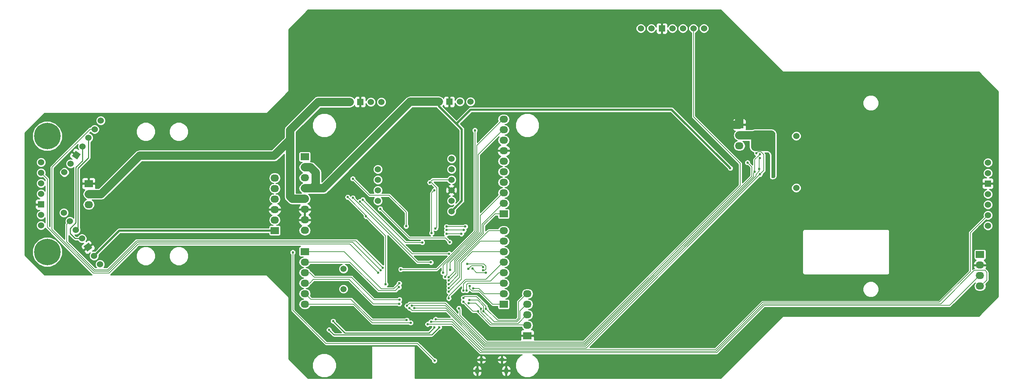
<source format=gbl>
G04 #@! TF.FileFunction,Copper,L2,Bot,Signal*
%FSLAX46Y46*%
G04 Gerber Fmt 4.6, Leading zero omitted, Abs format (unit mm)*
G04 Created by KiCad (PCBNEW 4.0.4+dfsg1-stable) date Fri Feb  3 16:23:24 2017*
%MOMM*%
%LPD*%
G01*
G04 APERTURE LIST*
%ADD10C,0.100000*%
%ADD11R,2.032000X1.727200*%
%ADD12O,2.032000X1.727200*%
%ADD13C,1.524000*%
%ADD14R,1.524000X1.524000*%
%ADD15O,1.250000X0.950000*%
%ADD16O,1.000000X1.550000*%
%ADD17C,6.400000*%
%ADD18C,1.501140*%
%ADD19C,0.600000*%
%ADD20C,0.160000*%
%ADD21C,0.250000*%
%ADD22C,2.000000*%
%ADD23C,0.200000*%
%ADD24C,0.500000*%
%ADD25C,0.254000*%
G04 APERTURE END LIST*
D10*
D11*
X105640000Y-87510000D03*
D12*
X105640000Y-90050000D03*
X105640000Y-92590000D03*
X105640000Y-95130000D03*
X105640000Y-97670000D03*
X105640000Y-100210000D03*
X105640000Y-102750000D03*
X105640000Y-105290000D03*
D11*
X105640000Y-110390000D03*
D12*
X105640000Y-112930000D03*
X105640000Y-115470000D03*
X105640000Y-118010000D03*
X105640000Y-120550000D03*
X105640000Y-123090000D03*
D11*
X153640000Y-101270000D03*
D12*
X153640000Y-98730000D03*
X153640000Y-96190000D03*
X153640000Y-93650000D03*
X153640000Y-91110000D03*
X153640000Y-88570000D03*
X153640000Y-86030000D03*
X153640000Y-83490000D03*
X153640000Y-80950000D03*
X153640000Y-78410000D03*
D11*
X153640000Y-123110000D03*
D12*
X153640000Y-120570000D03*
X153640000Y-118030000D03*
X153640000Y-115490000D03*
X153640000Y-112950000D03*
X153640000Y-110410000D03*
X153640000Y-107870000D03*
X153640000Y-105330000D03*
D13*
X137990000Y-74200000D03*
D14*
X140530000Y-74200000D03*
D13*
X143070000Y-74200000D03*
X145610000Y-74200000D03*
X116490000Y-74250000D03*
D14*
X119030000Y-74250000D03*
D13*
X121570000Y-74250000D03*
X124110000Y-74250000D03*
X123250000Y-95570000D03*
X123250000Y-93030000D03*
X141030000Y-95570000D03*
X141030000Y-93030000D03*
X141030000Y-98110000D03*
X141030000Y-100650000D03*
X141030000Y-90490000D03*
X141030000Y-87950000D03*
X123250000Y-90490000D03*
X123250000Y-98110000D03*
X42000000Y-104080000D03*
X42000000Y-101540000D03*
D14*
X42000000Y-99000000D03*
D13*
X42000000Y-96460000D03*
X42000000Y-93920000D03*
X42000000Y-91380000D03*
X42000000Y-88840000D03*
X56241305Y-113483877D03*
X54784421Y-111403231D03*
D10*
G36*
X53514666Y-108261326D02*
X54388796Y-109509714D01*
X53140408Y-110383844D01*
X52266278Y-109135456D01*
X53514666Y-108261326D01*
X53514666Y-108261326D01*
G37*
D13*
X51870653Y-107241938D03*
X50413768Y-105161292D03*
X48956884Y-103080646D03*
X47500000Y-101000000D03*
X47629348Y-91241939D03*
X49086232Y-89161293D03*
D10*
G36*
X51604375Y-86893518D02*
X50730245Y-88141906D01*
X49481857Y-87267776D01*
X50355987Y-86019388D01*
X51604375Y-86893518D01*
X51604375Y-86893518D01*
G37*
D13*
X52000000Y-85000000D03*
X53456885Y-82919354D03*
X54913769Y-80838708D03*
X56370653Y-78758062D03*
X186740000Y-56500000D03*
X189280000Y-56500000D03*
D14*
X191820000Y-56500000D03*
D13*
X194360000Y-56500000D03*
X196900000Y-56500000D03*
X199440000Y-56500000D03*
X201980000Y-56500000D03*
X270500000Y-88880000D03*
X270500000Y-91420000D03*
D14*
X270500000Y-93960000D03*
D13*
X270500000Y-96500000D03*
X270500000Y-99040000D03*
X270500000Y-101580000D03*
X270500000Y-104120000D03*
X224250000Y-95000000D03*
X224250000Y-82500000D03*
D11*
X210500000Y-79760000D03*
D12*
X210500000Y-82300000D03*
X210500000Y-84840000D03*
D11*
X53500000Y-93960000D03*
D12*
X53500000Y-96500000D03*
X53500000Y-99040000D03*
D15*
X148250000Y-136500000D03*
X153250000Y-136500000D03*
D16*
X147250000Y-139200000D03*
X154250000Y-139200000D03*
D11*
X98400000Y-105300000D03*
D12*
X98400000Y-102760000D03*
X98400000Y-100220000D03*
X98400000Y-97680000D03*
X98400000Y-95140000D03*
X98400000Y-92600000D03*
D11*
X159350000Y-130730000D03*
D12*
X159350000Y-128190000D03*
X159350000Y-125650000D03*
X159350000Y-123110000D03*
X159350000Y-120570000D03*
D11*
X268600000Y-111120000D03*
D12*
X268600000Y-113660000D03*
X268600000Y-116200000D03*
X268600000Y-118740000D03*
D17*
X43500000Y-110500000D03*
X43500000Y-82500000D03*
D18*
X115000000Y-114559060D03*
X115000000Y-119440940D03*
D19*
X128450000Y-118050000D03*
X128400000Y-119000000D03*
X128500000Y-122000000D03*
X128450000Y-123000000D03*
X130250000Y-126950000D03*
X131200000Y-127600006D03*
X140400000Y-117400000D03*
X140389870Y-116589870D03*
X140700000Y-114800000D03*
X144390021Y-104350000D03*
X139850000Y-104350000D03*
X144030010Y-105200000D03*
X139850000Y-105200000D03*
X143450000Y-106100000D03*
X139850000Y-106100000D03*
X139500064Y-116500000D03*
X139000000Y-115500000D03*
X145500000Y-118700000D03*
X146300000Y-119300000D03*
X144700000Y-119800000D03*
X143900000Y-119800000D03*
X140400000Y-121700000D03*
X140400000Y-120100000D03*
X140400000Y-119200000D03*
X140400000Y-118300000D03*
X132900000Y-111700000D03*
X121000000Y-119340021D03*
X118500000Y-125400000D03*
X123700000Y-110800000D03*
X123700000Y-107800000D03*
X129600000Y-106800000D03*
X127300000Y-104500000D03*
X132800000Y-104500000D03*
X131400000Y-103400000D03*
X132500000Y-96500000D03*
X134600000Y-96500000D03*
X131200000Y-131300000D03*
X127500000Y-129300000D03*
X138300000Y-130700000D03*
X141600000Y-130700000D03*
X139300000Y-111900000D03*
X129000000Y-124000000D03*
X128400000Y-121000000D03*
X128300000Y-116000000D03*
X129000000Y-111100000D03*
X121500000Y-136300000D03*
X121500000Y-137000000D03*
X227000000Y-91000000D03*
X226500000Y-90500000D03*
X226000000Y-91000000D03*
X225500000Y-90500000D03*
X225500000Y-87000000D03*
X226000000Y-84500000D03*
X225575002Y-85000000D03*
X226000000Y-85500000D03*
X225575002Y-86000000D03*
X226000000Y-86500000D03*
X222000000Y-90500000D03*
X222000000Y-89500000D03*
X222000000Y-88500000D03*
X222000000Y-87500000D03*
X222500000Y-91000000D03*
X222500000Y-90000000D03*
X222500000Y-89000000D03*
X222500000Y-88000000D03*
X222500000Y-87000000D03*
X137200000Y-104800000D03*
X135800000Y-93700000D03*
X136275000Y-105925000D03*
X136900000Y-95600000D03*
X218750000Y-87000000D03*
X218750000Y-88000000D03*
X218750000Y-89000000D03*
X218750000Y-90000000D03*
X218750000Y-91000000D03*
X218750000Y-92000000D03*
X218000000Y-84000000D03*
X217000000Y-84000000D03*
X214000000Y-83000000D03*
X215000000Y-83000000D03*
X216000000Y-84000000D03*
X215000000Y-84000000D03*
X214000000Y-84000000D03*
X214000000Y-85000000D03*
X215000000Y-85000000D03*
X208325000Y-90250000D03*
X215497390Y-86909573D03*
X214225000Y-91150000D03*
X131500000Y-123450000D03*
X132100000Y-124050000D03*
X215350000Y-90475000D03*
X215500000Y-87825000D03*
X137225000Y-126750000D03*
X123390306Y-115484891D03*
X124503517Y-114316460D03*
X123953259Y-114916470D03*
X142822752Y-124102493D03*
X149322945Y-115511356D03*
X146100002Y-114500000D03*
X148707715Y-114919990D03*
X144900000Y-113400000D03*
X148699146Y-114120024D03*
X145099996Y-114600000D03*
X136100000Y-113000000D03*
X117250000Y-97400000D03*
X140464870Y-110914870D03*
X118959459Y-98289200D03*
X119650000Y-97850000D03*
X134000000Y-108200000D03*
X140600000Y-108100000D03*
X123850000Y-100050000D03*
X136975000Y-136750000D03*
X102750000Y-110575000D03*
X120439870Y-101910130D03*
X125150000Y-118300000D03*
X116000000Y-97250000D03*
X149400000Y-124200000D03*
X143900000Y-121580010D03*
X148800000Y-124800000D03*
X145400000Y-122100000D03*
X148200000Y-124200000D03*
X145200000Y-122900000D03*
X147500000Y-124800000D03*
X143900000Y-122500000D03*
X111500000Y-129300008D03*
X138100004Y-128700000D03*
X112499999Y-127200000D03*
X136950000Y-128700000D03*
X135300000Y-127950000D03*
X136125000Y-127350000D03*
X214650000Y-86625000D03*
X215486826Y-91750650D03*
X130919990Y-124050000D03*
X212500000Y-88900000D03*
X130300000Y-123500000D03*
X117250000Y-92800000D03*
X130100000Y-104275000D03*
X128800000Y-114700000D03*
X146700000Y-81100000D03*
D20*
X128150001Y-118349999D02*
X128450000Y-118050000D01*
X127100000Y-119400000D02*
X128150001Y-118349999D01*
X115140000Y-110390000D02*
X124150000Y-119400000D01*
X124150000Y-119400000D02*
X127100000Y-119400000D01*
X105640000Y-110390000D02*
X115140000Y-110390000D01*
X123450000Y-119850000D02*
X127550000Y-119850000D01*
X127550000Y-119850000D02*
X128400000Y-119000000D01*
X116530000Y-112930000D02*
X123450000Y-119850000D01*
X105640000Y-112930000D02*
X116530000Y-112930000D01*
X116950000Y-116600000D02*
X122350000Y-122000000D01*
X122350000Y-122000000D02*
X128500000Y-122000000D01*
X107946000Y-116600000D02*
X116950000Y-116600000D01*
X105640000Y-115470000D02*
X106816000Y-115470000D01*
X106816000Y-115470000D02*
X107946000Y-116600000D01*
X116300000Y-117100000D02*
X122200000Y-123000000D01*
X122200000Y-123000000D02*
X128450000Y-123000000D01*
X107726000Y-117100000D02*
X116300000Y-117100000D01*
X105640000Y-118010000D02*
X106816000Y-118010000D01*
X106816000Y-118010000D02*
X107726000Y-117100000D01*
X105640000Y-120550000D02*
X105792400Y-120550000D01*
X105792400Y-120550000D02*
X107142400Y-121900000D01*
X107142400Y-121900000D02*
X116800000Y-121900000D01*
X121850000Y-126950000D02*
X130250000Y-126950000D01*
X116800000Y-121900000D02*
X121850000Y-126950000D01*
X130775736Y-127600006D02*
X131200000Y-127600006D01*
X117440000Y-123090000D02*
X121950006Y-127600006D01*
X121950006Y-127600006D02*
X130775736Y-127600006D01*
X105640000Y-123090000D02*
X117440000Y-123090000D01*
X140400000Y-117400000D02*
X142200000Y-115600000D01*
X151530000Y-101270000D02*
X153640000Y-101270000D01*
X142200000Y-115600000D02*
X142200000Y-112600000D01*
X142200000Y-112600000D02*
X148800000Y-106000000D01*
X148800000Y-106000000D02*
X148800000Y-104000000D01*
X148800000Y-104000000D02*
X151530000Y-101270000D01*
X153640000Y-101270000D02*
X153487600Y-101270000D01*
X140689869Y-116289871D02*
X140389870Y-116589870D01*
X153640000Y-98730000D02*
X153487600Y-98730000D01*
X141839989Y-112450879D02*
X141839989Y-115139751D01*
X148400000Y-105890868D02*
X141839989Y-112450879D01*
X148400000Y-103817600D02*
X148400000Y-105890868D01*
X153487600Y-98730000D02*
X148400000Y-103817600D01*
X141839989Y-115139751D02*
X140689869Y-116289871D01*
X148000000Y-105781736D02*
X140700000Y-113081736D01*
X153640000Y-96190000D02*
X153487600Y-96190000D01*
X148000000Y-101677600D02*
X148000000Y-105781736D01*
X140700000Y-114375736D02*
X140700000Y-114800000D01*
X153487600Y-96190000D02*
X148000000Y-101677600D01*
X140700000Y-113081736D02*
X140700000Y-114375736D01*
X139850000Y-104350000D02*
X144390021Y-104350000D01*
X139850000Y-105200000D02*
X144030010Y-105200000D01*
X139850000Y-106100000D02*
X143450000Y-106100000D01*
X139800063Y-116200001D02*
X139500064Y-116500000D01*
X147500000Y-105750000D02*
X140000028Y-113249972D01*
X147500000Y-86937600D02*
X147500000Y-105750000D01*
X140000028Y-113249972D02*
X140000028Y-116000036D01*
X153640000Y-80950000D02*
X153487600Y-80950000D01*
X140000028Y-116000036D02*
X139800063Y-116200001D01*
X153487600Y-80950000D02*
X147500000Y-86937600D01*
X139000000Y-115075736D02*
X139000000Y-115500000D01*
X139000000Y-113740868D02*
X139000000Y-115075736D01*
X147139989Y-84757611D02*
X147139989Y-105600879D01*
X153487600Y-78410000D02*
X147139989Y-84757611D01*
X153640000Y-78410000D02*
X153487600Y-78410000D01*
X147139989Y-105600879D02*
X139000000Y-113740868D01*
X145500000Y-119358402D02*
X145500000Y-119124264D01*
X146021599Y-119880001D02*
X145500000Y-119358402D01*
X147755737Y-119880001D02*
X146021599Y-119880001D01*
X150985736Y-123110000D02*
X147755737Y-119880001D01*
X153640000Y-123110000D02*
X150985736Y-123110000D01*
X145500000Y-119124264D02*
X145500000Y-118700000D01*
X147700000Y-119300000D02*
X146724264Y-119300000D01*
X153640000Y-120570000D02*
X148970000Y-120570000D01*
X146724264Y-119300000D02*
X146300000Y-119300000D01*
X148970000Y-120570000D02*
X147700000Y-119300000D01*
X144700000Y-119375736D02*
X144700000Y-119800000D01*
X144700000Y-118400000D02*
X144700000Y-119375736D01*
X145070000Y-118030000D02*
X144700000Y-118400000D01*
X153640000Y-118030000D02*
X145070000Y-118030000D01*
X144600000Y-117500000D02*
X143900000Y-118200000D01*
X143900000Y-118200000D02*
X143900000Y-119800000D01*
X150454000Y-117500000D02*
X144600000Y-117500000D01*
X153640000Y-115490000D02*
X152464000Y-115490000D01*
X152464000Y-115490000D02*
X150454000Y-117500000D01*
X140400000Y-121175724D02*
X140400000Y-121275736D01*
X144475724Y-117100000D02*
X140400000Y-121175724D01*
X149337600Y-117100000D02*
X144475724Y-117100000D01*
X153640000Y-112950000D02*
X153487600Y-112950000D01*
X140400000Y-121275736D02*
X140400000Y-121700000D01*
X153487600Y-112950000D02*
X149337600Y-117100000D01*
X143400000Y-113100000D02*
X143400000Y-117100000D01*
X143400000Y-117100000D02*
X140400000Y-120100000D01*
X146090000Y-110410000D02*
X143400000Y-113100000D01*
X153640000Y-110410000D02*
X146090000Y-110410000D01*
X143000000Y-112900000D02*
X143000000Y-116600000D01*
X143000000Y-116600000D02*
X140400000Y-119200000D01*
X148030000Y-107870000D02*
X143000000Y-112900000D01*
X153640000Y-107870000D02*
X148030000Y-107870000D01*
X140699999Y-118000001D02*
X140400000Y-118300000D01*
X142600000Y-116100000D02*
X140699999Y-118000001D01*
X142600000Y-112790868D02*
X142600000Y-116100000D01*
X150060868Y-105330000D02*
X142600000Y-112790868D01*
X153640000Y-105330000D02*
X150060868Y-105330000D01*
X224500000Y-91100000D02*
X225900000Y-91100000D01*
X225900000Y-91100000D02*
X226000000Y-91000000D01*
D21*
X226500000Y-90500000D02*
X227000000Y-91000000D01*
X225500000Y-90500000D02*
X226000000Y-91000000D01*
X226000000Y-85500000D02*
X226000000Y-85424998D01*
X226000000Y-85424998D02*
X225575002Y-85000000D01*
X226000000Y-86500000D02*
X226000000Y-86424998D01*
X226000000Y-86424998D02*
X225575002Y-86000000D01*
D22*
X210500000Y-79760000D02*
X207484000Y-79760000D01*
X210500000Y-77500000D02*
X210500000Y-79760000D01*
D21*
X222000000Y-89500000D02*
X222000000Y-90500000D01*
X222500000Y-87000000D02*
X222000000Y-87500000D01*
X222500000Y-89000000D02*
X222500000Y-90000000D01*
X222500000Y-87000000D02*
X222500000Y-88000000D01*
D23*
X137500002Y-104499998D02*
X137500002Y-94975738D01*
X137200000Y-104800000D02*
X137500002Y-104499998D01*
X136224264Y-93700000D02*
X135800000Y-93700000D01*
X137500002Y-94975738D02*
X136224264Y-93700000D01*
X141030000Y-93030000D02*
X136470000Y-93030000D01*
X136470000Y-93030000D02*
X135800000Y-93700000D01*
X136275000Y-105500736D02*
X136275000Y-105925000D01*
X136275000Y-96225000D02*
X136275000Y-105500736D01*
X136900000Y-95600000D02*
X136275000Y-96225000D01*
D21*
X218750000Y-89000000D02*
X218750000Y-88000000D01*
X218750000Y-90000000D02*
X218750000Y-89000000D01*
X218750000Y-92000000D02*
X218750000Y-91000000D01*
D22*
X210500000Y-82300000D02*
X216700000Y-82300000D01*
D21*
X216000000Y-84000000D02*
X217000000Y-84000000D01*
X216000000Y-84000000D02*
X215000000Y-83000000D01*
X214000000Y-84000000D02*
X215000000Y-84000000D01*
X215000000Y-85000000D02*
X214000000Y-85000000D01*
D22*
X53500000Y-96500000D02*
X56516000Y-96500000D01*
X98250000Y-87250000D02*
X102100000Y-83400000D01*
X56516000Y-96500000D02*
X65766000Y-87250000D01*
X65766000Y-87250000D02*
X98250000Y-87250000D01*
X116490000Y-74250000D02*
X108850000Y-74250000D01*
X108850000Y-74250000D02*
X102100000Y-81000000D01*
X102100000Y-81000000D02*
X102100000Y-83400000D01*
X102624000Y-97670000D02*
X105640000Y-97670000D01*
X102100000Y-97146000D02*
X102624000Y-97670000D01*
X102100000Y-83400000D02*
X102100000Y-97146000D01*
D24*
X142242001Y-79529631D02*
X145671632Y-76100000D01*
X194175000Y-76100000D02*
X208025001Y-89950001D01*
X145671632Y-76100000D02*
X194175000Y-76100000D01*
X208025001Y-89950001D02*
X208325000Y-90250000D01*
X142242001Y-79529631D02*
X143550000Y-80837630D01*
X143550000Y-80837630D02*
X143550000Y-98130000D01*
X143550000Y-98130000D02*
X141791999Y-99888001D01*
X141791999Y-99888001D02*
X141030000Y-100650000D01*
D22*
X105640000Y-95130000D02*
X107420000Y-95130000D01*
X107420000Y-95130000D02*
X108300000Y-94250000D01*
X108300000Y-94250000D02*
X108300000Y-91300000D01*
X108300000Y-91300000D02*
X107050000Y-90050000D01*
X107050000Y-90050000D02*
X105640000Y-90050000D01*
X110170000Y-95130000D02*
X106750000Y-95130000D01*
X106750000Y-95130000D02*
X105640000Y-95130000D01*
D24*
X98400000Y-105300000D02*
X60887652Y-105300000D01*
X60887652Y-105300000D02*
X54784421Y-111403231D01*
X137990000Y-74200000D02*
X137990000Y-75277630D01*
X137990000Y-75277630D02*
X142242001Y-79529631D01*
D22*
X137990000Y-74200000D02*
X131100000Y-74200000D01*
X131100000Y-74200000D02*
X110170000Y-95130000D01*
D20*
X173273242Y-132945022D02*
X149135890Y-132945022D01*
X149135890Y-132945022D02*
X139640868Y-123450000D01*
X213925001Y-92293263D02*
X173273242Y-132945022D01*
X213925001Y-91449999D02*
X213925001Y-92293263D01*
X139640868Y-123450000D02*
X131924264Y-123450000D01*
X131924264Y-123450000D02*
X131500000Y-123450000D01*
X214225000Y-91150000D02*
X213925001Y-91449999D01*
X214225000Y-91150000D02*
X214225000Y-88181963D01*
X215197391Y-87209572D02*
X215497390Y-86909573D01*
X214225000Y-88181963D02*
X215197391Y-87209572D01*
X214560010Y-92167386D02*
X173422363Y-133305033D01*
X132524264Y-124050000D02*
X132100000Y-124050000D01*
X148986768Y-133305032D02*
X139731736Y-124050000D01*
X173422363Y-133305033D02*
X148986768Y-133305032D01*
X214560011Y-91767385D02*
X214560010Y-92167386D01*
X215350000Y-90977396D02*
X214560011Y-91767385D01*
X215350000Y-90475000D02*
X215350000Y-90977396D01*
X139731736Y-124050000D02*
X132524264Y-124050000D01*
X215350000Y-90475000D02*
X215350000Y-87975000D01*
X215350000Y-87975000D02*
X215500000Y-87825000D01*
X141250000Y-126750000D02*
X137649264Y-126750000D01*
X148540040Y-134040040D02*
X141250000Y-126750000D01*
X266250000Y-105830000D02*
X266250000Y-115175000D01*
X216176757Y-122654979D02*
X204791696Y-134040040D01*
X258770022Y-122654978D02*
X216176757Y-122654979D01*
X266250000Y-115175000D02*
X258770022Y-122654978D01*
X270500000Y-101580000D02*
X266250000Y-105830000D01*
X204791696Y-134040040D02*
X148540040Y-134040040D01*
X137649264Y-126750000D02*
X137225000Y-126750000D01*
D23*
X65431400Y-108575000D02*
X58406400Y-115600000D01*
X123390306Y-115484891D02*
X116480415Y-108575000D01*
X116480415Y-108575000D02*
X65431400Y-108575000D01*
X58406400Y-115600000D02*
X54600000Y-115600000D01*
X43500000Y-104500000D02*
X43500000Y-92880000D01*
X54600000Y-115600000D02*
X43500000Y-104500000D01*
X43500000Y-92880000D02*
X42000000Y-91380000D01*
X48194885Y-108063485D02*
X48194885Y-103842645D01*
X117962035Y-107774978D02*
X65100022Y-107774978D01*
X54931378Y-114799978D02*
X48194885Y-108063485D01*
X58075022Y-114799978D02*
X54931378Y-114799978D01*
X65100022Y-107774978D02*
X58075022Y-114799978D01*
X48194885Y-103842645D02*
X48956884Y-103080646D01*
X124503517Y-114316460D02*
X117962035Y-107774978D01*
X117211778Y-108174989D02*
X65265711Y-108174989D01*
X58240711Y-115199989D02*
X54765689Y-115199989D01*
X53836139Y-80838708D02*
X54913769Y-80838708D01*
X44625000Y-105059300D02*
X44625000Y-90049847D01*
X123953259Y-114916470D02*
X117211778Y-108174989D01*
X54765689Y-115199989D02*
X44625000Y-105059300D01*
X65265711Y-108174989D02*
X58240711Y-115199989D01*
X44625000Y-90049847D02*
X53836139Y-80838708D01*
D20*
X199440000Y-56500000D02*
X199440000Y-77815000D01*
X149525000Y-132225000D02*
X143122751Y-125822751D01*
X199440000Y-77815000D02*
X210750000Y-89125000D01*
X210750000Y-94450000D02*
X172975000Y-132225000D01*
X210750000Y-89125000D02*
X210750000Y-94450000D01*
X172975000Y-132225000D02*
X149525000Y-132225000D01*
X143122751Y-124402492D02*
X142822752Y-124102493D01*
X143122751Y-125822751D02*
X143122751Y-124402492D01*
X149311589Y-115500000D02*
X149322945Y-115511356D01*
X146100002Y-114500000D02*
X147100002Y-115500000D01*
X147100002Y-115500000D02*
X149311589Y-115500000D01*
X144900000Y-113400000D02*
X148858404Y-113400000D01*
X149380002Y-114671967D02*
X149131979Y-114919990D01*
X149380002Y-113921598D02*
X149380002Y-114671967D01*
X148858404Y-113400000D02*
X149380002Y-113921598D01*
X149131979Y-114919990D02*
X148707715Y-114919990D01*
X148399147Y-113820025D02*
X148699146Y-114120024D01*
X145099996Y-114600000D02*
X145879971Y-113820025D01*
X145879971Y-113820025D02*
X148399147Y-113820025D01*
X132850000Y-113000000D02*
X135675736Y-113000000D01*
X135675736Y-113000000D02*
X136100000Y-113000000D01*
X117250000Y-97400000D02*
X132850000Y-113000000D01*
X131585129Y-110914870D02*
X140040606Y-110914870D01*
X118959459Y-98289200D02*
X131585129Y-110914870D01*
X140040606Y-110914870D02*
X140464870Y-110914870D01*
X134000000Y-108200000D02*
X130000000Y-108200000D01*
X130000000Y-108200000D02*
X119650000Y-97850000D01*
X140300001Y-107800001D02*
X140600000Y-108100000D01*
X139600000Y-107100000D02*
X140300001Y-107800001D01*
X130900000Y-107100000D02*
X139600000Y-107100000D01*
X123850000Y-100050000D02*
X130900000Y-107100000D01*
X132825000Y-132600000D02*
X136675001Y-136450001D01*
X110775000Y-132600000D02*
X132825000Y-132600000D01*
X102750000Y-124575000D02*
X110775000Y-132600000D01*
X102750000Y-110575000D02*
X102750000Y-124575000D01*
X136675001Y-136450001D02*
X136975000Y-136750000D01*
X120439870Y-101689870D02*
X120439870Y-101910130D01*
X120739869Y-102210129D02*
X120439870Y-101910130D01*
X125150000Y-106620260D02*
X120739869Y-102210129D01*
X125150000Y-118300000D02*
X125150000Y-106620260D01*
X116000000Y-97250000D02*
X120439870Y-101689870D01*
X159350000Y-120570000D02*
X159197600Y-120570000D01*
X157200000Y-126490868D02*
X156690869Y-126999999D01*
X159197600Y-120570000D02*
X157200000Y-122567600D01*
X157200000Y-122567600D02*
X157200000Y-126490868D01*
X156690869Y-126999999D02*
X152199999Y-126999999D01*
X152199999Y-126999999D02*
X149400000Y-124200000D01*
X144199999Y-121280011D02*
X147080011Y-121280011D01*
X149400000Y-123775736D02*
X149400000Y-124200000D01*
X149400000Y-123600000D02*
X149400000Y-123775736D01*
X143900000Y-121580010D02*
X144199999Y-121280011D01*
X147080011Y-121280011D02*
X149400000Y-123600000D01*
X159350000Y-123110000D02*
X159197600Y-123110000D01*
X159197600Y-123110000D02*
X157600000Y-124707600D01*
X157600000Y-124707600D02*
X157600000Y-126600000D01*
X157600000Y-126600000D02*
X156839990Y-127360010D01*
X156839990Y-127360010D02*
X151360010Y-127360010D01*
X151360010Y-127360010D02*
X148800000Y-124800000D01*
X148800000Y-124375736D02*
X148800000Y-124800000D01*
X148800000Y-123509132D02*
X148800000Y-124375736D01*
X147390868Y-122100000D02*
X148800000Y-123509132D01*
X145400000Y-122100000D02*
X147390868Y-122100000D01*
X159350000Y-125650000D02*
X159197600Y-125650000D01*
X150839989Y-127739989D02*
X148200000Y-125100000D01*
X148200000Y-125100000D02*
X148200000Y-124624264D01*
X159197600Y-125650000D02*
X157107611Y-127739989D01*
X157107611Y-127739989D02*
X150839989Y-127739989D01*
X148200000Y-124624264D02*
X148200000Y-124200000D01*
X147900001Y-123900001D02*
X148200000Y-124200000D01*
X146900000Y-122900000D02*
X147900001Y-123900001D01*
X145200000Y-122900000D02*
X146900000Y-122900000D01*
X147500000Y-125100000D02*
X147500000Y-124800000D01*
X150500000Y-128100000D02*
X147500000Y-125100000D01*
X159260000Y-128100000D02*
X150500000Y-128100000D01*
X159350000Y-128190000D02*
X159260000Y-128100000D01*
X143900000Y-122500000D02*
X146200000Y-124800000D01*
X146200000Y-124800000D02*
X147075736Y-124800000D01*
X147075736Y-124800000D02*
X147500000Y-124800000D01*
D21*
X111799999Y-129600007D02*
X111500000Y-129300008D01*
X112699991Y-130499999D02*
X111799999Y-129600007D01*
X138100004Y-128700000D02*
X136300005Y-130499999D01*
X136300005Y-130499999D02*
X112699991Y-130499999D01*
X51870653Y-107241938D02*
X50241938Y-107241938D01*
X50425000Y-90055049D02*
X52000000Y-88480049D01*
X52000000Y-88480049D02*
X52000000Y-86077630D01*
X50241938Y-107241938D02*
X49000000Y-106000000D01*
X49000000Y-104850000D02*
X50425000Y-103425000D01*
X49000000Y-106000000D02*
X49000000Y-104850000D01*
X50425000Y-103425000D02*
X50425000Y-90055049D01*
X52000000Y-86077630D02*
X52000000Y-85000000D01*
X112799998Y-127499999D02*
X112499999Y-127200000D01*
X115324987Y-130024988D02*
X112799998Y-127499999D01*
X135625012Y-130024988D02*
X115324987Y-130024988D01*
X136950000Y-128700000D02*
X135625012Y-130024988D01*
X50413768Y-105161292D02*
X50900000Y-104675060D01*
X50900000Y-104675060D02*
X50900000Y-90300000D01*
X50900000Y-90300000D02*
X53456885Y-87743115D01*
X53456885Y-87743115D02*
X53456885Y-83996984D01*
X53456885Y-83996984D02*
X53456885Y-82919354D01*
D20*
X205064990Y-134785010D02*
X216475000Y-123375000D01*
X141200000Y-127950000D02*
X148035010Y-134785010D01*
X261272600Y-123375000D02*
X268447600Y-116200000D01*
X135300000Y-127950000D02*
X141200000Y-127950000D01*
X148035010Y-134785010D02*
X205064990Y-134785010D01*
X216475000Y-123375000D02*
X261272600Y-123375000D01*
X268447600Y-116200000D02*
X268600000Y-116200000D01*
X259185011Y-123014989D02*
X216325879Y-123014989D01*
X136549264Y-127350000D02*
X136125000Y-127350000D01*
X141250000Y-127350000D02*
X136549264Y-127350000D01*
X268752400Y-118740000D02*
X270250000Y-117242400D01*
X148324999Y-134424999D02*
X141250000Y-127350000D01*
X216325879Y-123014989D02*
X204915869Y-134424999D01*
X267250000Y-114950000D02*
X259185011Y-123014989D01*
X269800000Y-114950000D02*
X267250000Y-114950000D01*
X268600000Y-118740000D02*
X268752400Y-118740000D01*
X270250000Y-117242400D02*
X270250000Y-115400000D01*
X270250000Y-115400000D02*
X269800000Y-114950000D01*
X204915869Y-134424999D02*
X148324999Y-134424999D01*
X139852637Y-124680033D02*
X148852635Y-133680031D01*
X215186827Y-92050649D02*
X215486826Y-91750650D01*
X132645165Y-124680033D02*
X139852637Y-124680033D01*
X131550022Y-124680032D02*
X132645165Y-124680033D01*
X130919990Y-124050000D02*
X131550022Y-124680032D01*
X148852635Y-133680031D02*
X173557445Y-133680031D01*
X173557445Y-133680031D02*
X215186827Y-92050649D01*
X214949999Y-86325001D02*
X214650000Y-86625000D01*
X215486826Y-91750650D02*
X216425000Y-90812476D01*
X215749265Y-86325001D02*
X214949999Y-86325001D01*
X216425000Y-87000736D02*
X215749265Y-86325001D01*
X216425000Y-90812476D02*
X216425000Y-87000736D01*
X139539989Y-122839989D02*
X149285011Y-132585011D01*
X213500000Y-92209132D02*
X213500000Y-89900000D01*
X213500000Y-89900000D02*
X212799999Y-89199999D01*
X130300000Y-123500000D02*
X130960011Y-122839989D01*
X130960011Y-122839989D02*
X139539989Y-122839989D01*
X149285011Y-132585011D02*
X173124121Y-132585011D01*
X173124121Y-132585011D02*
X213500000Y-92209132D01*
X212799999Y-89199999D02*
X212500000Y-88900000D01*
X126022162Y-96800000D02*
X121250000Y-96800000D01*
X121250000Y-96800000D02*
X117250000Y-92800000D01*
X130100000Y-104275000D02*
X130100000Y-100877838D01*
X130100000Y-100877838D02*
X126022162Y-96800000D01*
X129224264Y-114700000D02*
X128800000Y-114700000D01*
X137500000Y-114700000D02*
X129224264Y-114700000D01*
X146700000Y-105500000D02*
X137500000Y-114700000D01*
X146700000Y-81100000D02*
X146700000Y-105500000D01*
D25*
G36*
X218533130Y-81295752D02*
X218815545Y-81484455D01*
X219004248Y-81766870D01*
X219073000Y-82112509D01*
X219073000Y-92087491D01*
X219042308Y-92241790D01*
X218961991Y-92361991D01*
X218841790Y-92442308D01*
X218687491Y-92473000D01*
X218362509Y-92473000D01*
X218342149Y-92468950D01*
X218335496Y-92464504D01*
X218331050Y-92457851D01*
X218327000Y-92437491D01*
X218327000Y-87100000D01*
X218324560Y-87075224D01*
X218248440Y-86692541D01*
X218229477Y-86646760D01*
X218012704Y-86322336D01*
X217977664Y-86287296D01*
X217653240Y-86070523D01*
X217607459Y-86051560D01*
X217224776Y-85975440D01*
X217200000Y-85973000D01*
X215940962Y-85973000D01*
X215905017Y-85948982D01*
X215749265Y-85918001D01*
X214949999Y-85918001D01*
X214794247Y-85948982D01*
X214758301Y-85973000D01*
X214312509Y-85973000D01*
X213966870Y-85904248D01*
X213684455Y-85715545D01*
X213495752Y-85433130D01*
X213427000Y-85087491D01*
X213427000Y-82112509D01*
X213495752Y-81766870D01*
X213684455Y-81484455D01*
X213966870Y-81295752D01*
X214312509Y-81227000D01*
X218187491Y-81227000D01*
X218533130Y-81295752D01*
X218533130Y-81295752D01*
G37*
X218533130Y-81295752D02*
X218815545Y-81484455D01*
X219004248Y-81766870D01*
X219073000Y-82112509D01*
X219073000Y-92087491D01*
X219042308Y-92241790D01*
X218961991Y-92361991D01*
X218841790Y-92442308D01*
X218687491Y-92473000D01*
X218362509Y-92473000D01*
X218342149Y-92468950D01*
X218335496Y-92464504D01*
X218331050Y-92457851D01*
X218327000Y-92437491D01*
X218327000Y-87100000D01*
X218324560Y-87075224D01*
X218248440Y-86692541D01*
X218229477Y-86646760D01*
X218012704Y-86322336D01*
X217977664Y-86287296D01*
X217653240Y-86070523D01*
X217607459Y-86051560D01*
X217224776Y-85975440D01*
X217200000Y-85973000D01*
X215940962Y-85973000D01*
X215905017Y-85948982D01*
X215749265Y-85918001D01*
X214949999Y-85918001D01*
X214794247Y-85948982D01*
X214758301Y-85973000D01*
X214312509Y-85973000D01*
X213966870Y-85904248D01*
X213684455Y-85715545D01*
X213495752Y-85433130D01*
X213427000Y-85087491D01*
X213427000Y-82112509D01*
X213495752Y-81766870D01*
X213684455Y-81484455D01*
X213966870Y-81295752D01*
X214312509Y-81227000D01*
X218187491Y-81227000D01*
X218533130Y-81295752D01*
G36*
X220844441Y-66854375D02*
X220844794Y-66854612D01*
X220845032Y-66854968D01*
X220926180Y-66909189D01*
X221007119Y-66963467D01*
X221007539Y-66963551D01*
X221007893Y-66963788D01*
X221103243Y-66982754D01*
X221199162Y-67002000D01*
X221199583Y-67001917D01*
X221200000Y-67002000D01*
X268292064Y-67002000D01*
X272998000Y-71707935D01*
X272998000Y-121292065D01*
X268292064Y-125998000D01*
X221200000Y-125998000D01*
X221199583Y-125998083D01*
X221199162Y-125998000D01*
X221103243Y-126017246D01*
X221007893Y-126036212D01*
X221007539Y-126036449D01*
X221007119Y-126036533D01*
X220926180Y-126090811D01*
X220845032Y-126145032D01*
X220844794Y-126145388D01*
X220844441Y-126145625D01*
X206041573Y-140998000D01*
X132227000Y-140998000D01*
X132227000Y-139327000D01*
X146115000Y-139327000D01*
X146115000Y-139602000D01*
X146249998Y-140026678D01*
X146537237Y-140367368D01*
X146948126Y-140569119D01*
X147123000Y-140442954D01*
X147123000Y-139327000D01*
X147377000Y-139327000D01*
X147377000Y-140442954D01*
X147551874Y-140569119D01*
X147962763Y-140367368D01*
X148250002Y-140026678D01*
X148385000Y-139602000D01*
X148385000Y-139327000D01*
X153115000Y-139327000D01*
X153115000Y-139602000D01*
X153249998Y-140026678D01*
X153537237Y-140367368D01*
X153948126Y-140569119D01*
X154123000Y-140442954D01*
X154123000Y-139327000D01*
X154377000Y-139327000D01*
X154377000Y-140442954D01*
X154551874Y-140569119D01*
X154962763Y-140367368D01*
X155250002Y-140026678D01*
X155385000Y-139602000D01*
X155385000Y-139327000D01*
X154377000Y-139327000D01*
X154123000Y-139327000D01*
X153115000Y-139327000D01*
X148385000Y-139327000D01*
X147377000Y-139327000D01*
X147123000Y-139327000D01*
X146115000Y-139327000D01*
X132227000Y-139327000D01*
X132227000Y-138798000D01*
X146115000Y-138798000D01*
X146115000Y-139073000D01*
X147123000Y-139073000D01*
X147123000Y-137957046D01*
X147377000Y-137957046D01*
X147377000Y-139073000D01*
X148385000Y-139073000D01*
X148385000Y-138798000D01*
X153115000Y-138798000D01*
X153115000Y-139073000D01*
X154123000Y-139073000D01*
X154123000Y-137957046D01*
X154377000Y-137957046D01*
X154377000Y-139073000D01*
X155385000Y-139073000D01*
X155385000Y-138798000D01*
X155250002Y-138373322D01*
X154962763Y-138032632D01*
X154551874Y-137830881D01*
X154377000Y-137957046D01*
X154123000Y-137957046D01*
X153948126Y-137830881D01*
X153537237Y-138032632D01*
X153249998Y-138373322D01*
X153115000Y-138798000D01*
X148385000Y-138798000D01*
X148250002Y-138373322D01*
X147962763Y-138032632D01*
X147551874Y-137830881D01*
X147377000Y-137957046D01*
X147123000Y-137957046D01*
X146948126Y-137830881D01*
X146537237Y-138032632D01*
X146249998Y-138373322D01*
X146115000Y-138798000D01*
X132227000Y-138798000D01*
X132227000Y-133300000D01*
X132218315Y-133253841D01*
X132191035Y-133211447D01*
X132149410Y-133183006D01*
X132100000Y-133173000D01*
X121900000Y-133173000D01*
X121853841Y-133181685D01*
X121811447Y-133208965D01*
X121783006Y-133250590D01*
X121773000Y-133300000D01*
X121773000Y-140998000D01*
X106457935Y-140998000D01*
X103934647Y-138474711D01*
X107447497Y-138474711D01*
X107888369Y-139541704D01*
X108704002Y-140358762D01*
X109770224Y-140801496D01*
X110924711Y-140802503D01*
X111991704Y-140361631D01*
X112808762Y-139545998D01*
X113251496Y-138479776D01*
X113252503Y-137325289D01*
X112811631Y-136258296D01*
X111995998Y-135441238D01*
X110929776Y-134998504D01*
X109775289Y-134997497D01*
X108708296Y-135438369D01*
X107891238Y-136254002D01*
X107448504Y-137320224D01*
X107447497Y-138474711D01*
X103934647Y-138474711D01*
X101752000Y-136292064D01*
X101752000Y-121500005D01*
X101752001Y-121500000D01*
X101713788Y-121307893D01*
X101690389Y-121272874D01*
X101604968Y-121145032D01*
X101604965Y-121145030D01*
X96604968Y-116145032D01*
X96442107Y-116036212D01*
X96250000Y-115997999D01*
X96249995Y-115998000D01*
X58741099Y-115998000D01*
X58779045Y-115972645D01*
X62840852Y-111910838D01*
X64922597Y-111910838D01*
X65276115Y-112766418D01*
X65930139Y-113421585D01*
X66785100Y-113776596D01*
X67710838Y-113777403D01*
X68566418Y-113423885D01*
X69221585Y-112769861D01*
X69576596Y-111914900D01*
X69576599Y-111910838D01*
X72922597Y-111910838D01*
X73276115Y-112766418D01*
X73930139Y-113421585D01*
X74785100Y-113776596D01*
X75710838Y-113777403D01*
X76566418Y-113423885D01*
X77221585Y-112769861D01*
X77576596Y-111914900D01*
X77577403Y-110989162D01*
X77465765Y-110718975D01*
X102022874Y-110718975D01*
X102133320Y-110986275D01*
X102243000Y-111096146D01*
X102243000Y-124575000D01*
X102281593Y-124769021D01*
X102370193Y-124901620D01*
X102391497Y-124933503D01*
X110416497Y-132958503D01*
X110580979Y-133068407D01*
X110775000Y-133107000D01*
X132614994Y-133107000D01*
X136248008Y-136740014D01*
X136247874Y-136893975D01*
X136358320Y-137161275D01*
X136562650Y-137365961D01*
X136829756Y-137476874D01*
X137118975Y-137477126D01*
X137386275Y-137366680D01*
X137590961Y-137162350D01*
X137701874Y-136895244D01*
X137701958Y-136797938D01*
X147030732Y-136797938D01*
X147214448Y-137171821D01*
X147538951Y-137459568D01*
X147948869Y-137601229D01*
X148123000Y-137452563D01*
X148123000Y-136627000D01*
X148377000Y-136627000D01*
X148377000Y-137452563D01*
X148551131Y-137601229D01*
X148961049Y-137459568D01*
X149285552Y-137171821D01*
X149469268Y-136797938D01*
X152030732Y-136797938D01*
X152214448Y-137171821D01*
X152538951Y-137459568D01*
X152948869Y-137601229D01*
X153123000Y-137452563D01*
X153123000Y-136627000D01*
X153377000Y-136627000D01*
X153377000Y-137452563D01*
X153551131Y-137601229D01*
X153961049Y-137459568D01*
X154285552Y-137171821D01*
X154469268Y-136797938D01*
X154342734Y-136627000D01*
X153377000Y-136627000D01*
X153123000Y-136627000D01*
X152157266Y-136627000D01*
X152030732Y-136797938D01*
X149469268Y-136797938D01*
X149342734Y-136627000D01*
X148377000Y-136627000D01*
X148123000Y-136627000D01*
X147157266Y-136627000D01*
X147030732Y-136797938D01*
X137701958Y-136797938D01*
X137702126Y-136606025D01*
X137591680Y-136338725D01*
X137455255Y-136202062D01*
X147030732Y-136202062D01*
X147157266Y-136373000D01*
X148123000Y-136373000D01*
X148123000Y-135547437D01*
X148377000Y-135547437D01*
X148377000Y-136373000D01*
X149342734Y-136373000D01*
X149469268Y-136202062D01*
X152030732Y-136202062D01*
X152157266Y-136373000D01*
X153123000Y-136373000D01*
X153123000Y-135547437D01*
X153377000Y-135547437D01*
X153377000Y-136373000D01*
X154342734Y-136373000D01*
X154469268Y-136202062D01*
X154285552Y-135828179D01*
X153961049Y-135540432D01*
X153551131Y-135398771D01*
X153377000Y-135547437D01*
X153123000Y-135547437D01*
X152948869Y-135398771D01*
X152538951Y-135540432D01*
X152214448Y-135828179D01*
X152030732Y-136202062D01*
X149469268Y-136202062D01*
X149285552Y-135828179D01*
X148961049Y-135540432D01*
X148551131Y-135398771D01*
X148377000Y-135547437D01*
X148123000Y-135547437D01*
X147948869Y-135398771D01*
X147538951Y-135540432D01*
X147214448Y-135828179D01*
X147030732Y-136202062D01*
X137455255Y-136202062D01*
X137387350Y-136134039D01*
X137120244Y-136023126D01*
X136964997Y-136022991D01*
X133183503Y-132241497D01*
X133164201Y-132228600D01*
X133019021Y-132131593D01*
X132825000Y-132093000D01*
X110985006Y-132093000D01*
X108335989Y-129443983D01*
X110772874Y-129443983D01*
X110883320Y-129711283D01*
X111087650Y-129915969D01*
X111354756Y-130026882D01*
X111446308Y-130026962D01*
X112309668Y-130890322D01*
X112488749Y-131009981D01*
X112699991Y-131051999D01*
X136300005Y-131051999D01*
X136511247Y-131009981D01*
X136690328Y-130890322D01*
X138153603Y-129427047D01*
X138243979Y-129427126D01*
X138511279Y-129316680D01*
X138715965Y-129112350D01*
X138826878Y-128845244D01*
X138827130Y-128556025D01*
X138786214Y-128457000D01*
X140989994Y-128457000D01*
X147676507Y-135143513D01*
X147840989Y-135253417D01*
X148035010Y-135292010D01*
X158062512Y-135292010D01*
X157708296Y-135438369D01*
X156891238Y-136254002D01*
X156448504Y-137320224D01*
X156447497Y-138474711D01*
X156888369Y-139541704D01*
X157704002Y-140358762D01*
X158770224Y-140801496D01*
X159924711Y-140802503D01*
X160991704Y-140361631D01*
X161808762Y-139545998D01*
X162251496Y-138479776D01*
X162252503Y-137325289D01*
X161811631Y-136258296D01*
X160995998Y-135441238D01*
X160636617Y-135292010D01*
X205064990Y-135292010D01*
X205259011Y-135253417D01*
X205423493Y-135143513D01*
X216685006Y-123882000D01*
X261272600Y-123882000D01*
X261466621Y-123843407D01*
X261631103Y-123733503D01*
X267445402Y-117919204D01*
X267226971Y-118246109D01*
X267128730Y-118740000D01*
X267226971Y-119233891D01*
X267506738Y-119652592D01*
X267925439Y-119932359D01*
X268419330Y-120030600D01*
X268780670Y-120030600D01*
X269274561Y-119932359D01*
X269693262Y-119652592D01*
X269973029Y-119233891D01*
X270071270Y-118740000D01*
X269973029Y-118246109D01*
X269969131Y-118240275D01*
X270608503Y-117600903D01*
X270651797Y-117536109D01*
X270718407Y-117436421D01*
X270757000Y-117242400D01*
X270757000Y-115400000D01*
X270718407Y-115205979D01*
X270608503Y-115041497D01*
X270158503Y-114591497D01*
X270124439Y-114568736D01*
X269994021Y-114481593D01*
X269989879Y-114480769D01*
X270204709Y-114034791D01*
X270207358Y-114019026D01*
X270086217Y-113787000D01*
X268727000Y-113787000D01*
X268727000Y-113807000D01*
X268473000Y-113807000D01*
X268473000Y-113787000D01*
X267113783Y-113787000D01*
X266992642Y-114019026D01*
X266995291Y-114034791D01*
X267197005Y-114453541D01*
X267055979Y-114481593D01*
X266925561Y-114568736D01*
X266891497Y-114591497D01*
X266757000Y-114725994D01*
X266757000Y-113300974D01*
X266992642Y-113300974D01*
X267113783Y-113533000D01*
X268473000Y-113533000D01*
X268473000Y-113513000D01*
X268727000Y-113513000D01*
X268727000Y-113533000D01*
X270086217Y-113533000D01*
X270207358Y-113300974D01*
X270204709Y-113285209D01*
X269950732Y-112757964D01*
X269571311Y-112418965D01*
X269616000Y-112418965D01*
X269774237Y-112389191D01*
X269919567Y-112295673D01*
X270017064Y-112152981D01*
X270051365Y-111983600D01*
X270051365Y-110256400D01*
X270021591Y-110098163D01*
X269928073Y-109952833D01*
X269785381Y-109855336D01*
X269616000Y-109821035D01*
X267584000Y-109821035D01*
X267425763Y-109850809D01*
X267280433Y-109944327D01*
X267182936Y-110087019D01*
X267148635Y-110256400D01*
X267148635Y-111983600D01*
X267178409Y-112141837D01*
X267271927Y-112287167D01*
X267414619Y-112384664D01*
X267584000Y-112418965D01*
X267628689Y-112418965D01*
X267249268Y-112757964D01*
X266995291Y-113285209D01*
X266992642Y-113300974D01*
X266757000Y-113300974D01*
X266757000Y-106040006D01*
X268441537Y-104355469D01*
X269310794Y-104355469D01*
X269491427Y-104792635D01*
X269825606Y-105127397D01*
X270262456Y-105308793D01*
X270735469Y-105309206D01*
X271172635Y-105128573D01*
X271507397Y-104794394D01*
X271688793Y-104357544D01*
X271689206Y-103884531D01*
X271508573Y-103447365D01*
X271174394Y-103112603D01*
X270737544Y-102931207D01*
X270264531Y-102930794D01*
X269827365Y-103111427D01*
X269492603Y-103445606D01*
X269311207Y-103882456D01*
X269310794Y-104355469D01*
X268441537Y-104355469D01*
X270096941Y-102700065D01*
X270262456Y-102768793D01*
X270735469Y-102769206D01*
X271172635Y-102588573D01*
X271507397Y-102254394D01*
X271688793Y-101817544D01*
X271689206Y-101344531D01*
X271508573Y-100907365D01*
X271174394Y-100572603D01*
X270737544Y-100391207D01*
X270264531Y-100390794D01*
X269827365Y-100571427D01*
X269492603Y-100905606D01*
X269311207Y-101342456D01*
X269310794Y-101815469D01*
X269380010Y-101982984D01*
X265891497Y-105471497D01*
X265781593Y-105635979D01*
X265743000Y-105830000D01*
X265743000Y-114964994D01*
X258560016Y-122147978D01*
X216176757Y-122147979D01*
X215982737Y-122186571D01*
X215818254Y-122296476D01*
X204581690Y-133533040D01*
X174421442Y-133533040D01*
X188072860Y-119881622D01*
X240322666Y-119881622D01*
X240615416Y-120590132D01*
X241157017Y-121132678D01*
X241865014Y-121426665D01*
X242631622Y-121427334D01*
X243340132Y-121134584D01*
X243882678Y-120592983D01*
X244176665Y-119884986D01*
X244177334Y-119118378D01*
X243884584Y-118409868D01*
X243342983Y-117867322D01*
X242634986Y-117573335D01*
X241868378Y-117572666D01*
X241159868Y-117865416D01*
X240617322Y-118407017D01*
X240323335Y-119115014D01*
X240322666Y-119881622D01*
X188072860Y-119881622D01*
X202454482Y-105500000D01*
X225748000Y-105500000D01*
X225748000Y-115500000D01*
X225786212Y-115692107D01*
X225895032Y-115854968D01*
X226057893Y-115963788D01*
X226250000Y-116002000D01*
X246250000Y-116002000D01*
X246442107Y-115963788D01*
X246604968Y-115854968D01*
X246713788Y-115692107D01*
X246752000Y-115500000D01*
X246752000Y-105500000D01*
X246713788Y-105307893D01*
X246604968Y-105145032D01*
X246442107Y-105036212D01*
X246250000Y-104998000D01*
X226250000Y-104998000D01*
X226057893Y-105036212D01*
X225895032Y-105145032D01*
X225786212Y-105307893D01*
X225748000Y-105500000D01*
X202454482Y-105500000D01*
X208679013Y-99275469D01*
X269310794Y-99275469D01*
X269491427Y-99712635D01*
X269825606Y-100047397D01*
X270262456Y-100228793D01*
X270735469Y-100229206D01*
X271172635Y-100048573D01*
X271507397Y-99714394D01*
X271688793Y-99277544D01*
X271689206Y-98804531D01*
X271508573Y-98367365D01*
X271174394Y-98032603D01*
X270737544Y-97851207D01*
X270264531Y-97850794D01*
X269827365Y-98031427D01*
X269492603Y-98365606D01*
X269311207Y-98802456D01*
X269310794Y-99275469D01*
X208679013Y-99275469D01*
X212719013Y-95235469D01*
X223060794Y-95235469D01*
X223241427Y-95672635D01*
X223575606Y-96007397D01*
X224012456Y-96188793D01*
X224485469Y-96189206D01*
X224922635Y-96008573D01*
X225257397Y-95674394D01*
X225438793Y-95237544D01*
X225439206Y-94764531D01*
X225258573Y-94327365D01*
X225177101Y-94245750D01*
X269103000Y-94245750D01*
X269103000Y-94848310D01*
X269199673Y-95081699D01*
X269378302Y-95260327D01*
X269611691Y-95357000D01*
X270152704Y-95357000D01*
X269827365Y-95491427D01*
X269492603Y-95825606D01*
X269311207Y-96262456D01*
X269310794Y-96735469D01*
X269491427Y-97172635D01*
X269825606Y-97507397D01*
X270262456Y-97688793D01*
X270735469Y-97689206D01*
X271172635Y-97508573D01*
X271507397Y-97174394D01*
X271688793Y-96737544D01*
X271689206Y-96264531D01*
X271508573Y-95827365D01*
X271174394Y-95492603D01*
X270847826Y-95357000D01*
X271388309Y-95357000D01*
X271621698Y-95260327D01*
X271800327Y-95081699D01*
X271897000Y-94848310D01*
X271897000Y-94245750D01*
X271738250Y-94087000D01*
X270627000Y-94087000D01*
X270627000Y-94107000D01*
X270373000Y-94107000D01*
X270373000Y-94087000D01*
X269261750Y-94087000D01*
X269103000Y-94245750D01*
X225177101Y-94245750D01*
X224924394Y-93992603D01*
X224487544Y-93811207D01*
X224014531Y-93810794D01*
X223577365Y-93991427D01*
X223242603Y-94325606D01*
X223061207Y-94762456D01*
X223060794Y-95235469D01*
X212719013Y-95235469D01*
X214882792Y-93071690D01*
X269103000Y-93071690D01*
X269103000Y-93674250D01*
X269261750Y-93833000D01*
X270373000Y-93833000D01*
X270373000Y-93813000D01*
X270627000Y-93813000D01*
X270627000Y-93833000D01*
X271738250Y-93833000D01*
X271897000Y-93674250D01*
X271897000Y-93071690D01*
X271800327Y-92838301D01*
X271621698Y-92659673D01*
X271388309Y-92563000D01*
X270847296Y-92563000D01*
X271172635Y-92428573D01*
X271507397Y-92094394D01*
X271688793Y-91657544D01*
X271689206Y-91184531D01*
X271508573Y-90747365D01*
X271174394Y-90412603D01*
X270737544Y-90231207D01*
X270264531Y-90230794D01*
X269827365Y-90411427D01*
X269492603Y-90745606D01*
X269311207Y-91182456D01*
X269310794Y-91655469D01*
X269491427Y-92092635D01*
X269825606Y-92427397D01*
X270152174Y-92563000D01*
X269611691Y-92563000D01*
X269378302Y-92659673D01*
X269199673Y-92838301D01*
X269103000Y-93071690D01*
X214882792Y-93071690D01*
X215476840Y-92477642D01*
X215630801Y-92477776D01*
X215898101Y-92367330D01*
X216102787Y-92163000D01*
X216213700Y-91895894D01*
X216213835Y-91740647D01*
X216783503Y-91170979D01*
X216801175Y-91144531D01*
X216893407Y-91006497D01*
X216932000Y-90812476D01*
X216932000Y-87000736D01*
X216913483Y-86907642D01*
X216893408Y-86806716D01*
X216783503Y-86642233D01*
X216668270Y-86527000D01*
X217157947Y-86527000D01*
X217416075Y-86578345D01*
X217599257Y-86700743D01*
X217721655Y-86883925D01*
X217773000Y-87142053D01*
X217773000Y-92450000D01*
X217781204Y-92533302D01*
X217792622Y-92590705D01*
X217856382Y-92744634D01*
X217888898Y-92793297D01*
X218006703Y-92911102D01*
X218055366Y-92943618D01*
X218209295Y-93007378D01*
X218266698Y-93018796D01*
X218350000Y-93027000D01*
X218700000Y-93027000D01*
X218783303Y-93018795D01*
X218974645Y-92980735D01*
X219128572Y-92916976D01*
X219290783Y-92808589D01*
X219408589Y-92690783D01*
X219516976Y-92528572D01*
X219580735Y-92374645D01*
X219618795Y-92183303D01*
X219627000Y-92100000D01*
X219627000Y-89115469D01*
X269310794Y-89115469D01*
X269491427Y-89552635D01*
X269825606Y-89887397D01*
X270262456Y-90068793D01*
X270735469Y-90069206D01*
X271172635Y-89888573D01*
X271507397Y-89554394D01*
X271688793Y-89117544D01*
X271689206Y-88644531D01*
X271508573Y-88207365D01*
X271174394Y-87872603D01*
X270737544Y-87691207D01*
X270264531Y-87690794D01*
X269827365Y-87871427D01*
X269492603Y-88205606D01*
X269311207Y-88642456D01*
X269310794Y-89115469D01*
X219627000Y-89115469D01*
X219627000Y-82735469D01*
X223060794Y-82735469D01*
X223241427Y-83172635D01*
X223575606Y-83507397D01*
X224012456Y-83688793D01*
X224485469Y-83689206D01*
X224922635Y-83508573D01*
X225257397Y-83174394D01*
X225438793Y-82737544D01*
X225439206Y-82264531D01*
X225258573Y-81827365D01*
X224924394Y-81492603D01*
X224487544Y-81311207D01*
X224014531Y-81310794D01*
X223577365Y-81491427D01*
X223242603Y-81825606D01*
X223061207Y-82262456D01*
X223060794Y-82735469D01*
X219627000Y-82735469D01*
X219627000Y-82100000D01*
X219618795Y-82016697D01*
X219542675Y-81634014D01*
X219478918Y-81480089D01*
X219262145Y-81155665D01*
X219144335Y-81037855D01*
X218819911Y-80821082D01*
X218665986Y-80757325D01*
X218283303Y-80681205D01*
X218200000Y-80673000D01*
X214300000Y-80673000D01*
X214216697Y-80681205D01*
X213834014Y-80757325D01*
X213680089Y-80821082D01*
X213602388Y-80873000D01*
X212100014Y-80873000D01*
X212151000Y-80749910D01*
X212151000Y-80045750D01*
X211992250Y-79887000D01*
X210627000Y-79887000D01*
X210627000Y-79907000D01*
X210373000Y-79907000D01*
X210373000Y-79887000D01*
X209007750Y-79887000D01*
X208849000Y-80045750D01*
X208849000Y-80749910D01*
X208945673Y-80983299D01*
X209124302Y-81161927D01*
X209357691Y-81258600D01*
X209539388Y-81258600D01*
X209490959Y-81290959D01*
X209442464Y-81363537D01*
X209406738Y-81387408D01*
X209126971Y-81806109D01*
X209028730Y-82300000D01*
X209126971Y-82793891D01*
X209406738Y-83212592D01*
X209442464Y-83236463D01*
X209490959Y-83309041D01*
X209953911Y-83618376D01*
X209963238Y-83620231D01*
X209825439Y-83647641D01*
X209406738Y-83927408D01*
X209126971Y-84346109D01*
X209028730Y-84840000D01*
X209126971Y-85333891D01*
X209406738Y-85752592D01*
X209825439Y-86032359D01*
X210319330Y-86130600D01*
X210680670Y-86130600D01*
X211174561Y-86032359D01*
X211593262Y-85752592D01*
X211873029Y-85333891D01*
X211971270Y-84840000D01*
X211873029Y-84346109D01*
X211593262Y-83927408D01*
X211293330Y-83727000D01*
X212873000Y-83727000D01*
X212873000Y-85100000D01*
X212881205Y-85183303D01*
X212957325Y-85565986D01*
X213021082Y-85719911D01*
X213237855Y-86044335D01*
X213355665Y-86162145D01*
X213680089Y-86378918D01*
X213834014Y-86442675D01*
X213930550Y-86461877D01*
X213923126Y-86479756D01*
X213922874Y-86768975D01*
X214033320Y-87036275D01*
X214237650Y-87240961D01*
X214386986Y-87302971D01*
X213866497Y-87823460D01*
X213756593Y-87987942D01*
X213718000Y-88181963D01*
X213718000Y-89400994D01*
X213226992Y-88909986D01*
X213227126Y-88756025D01*
X213116680Y-88488725D01*
X212912350Y-88284039D01*
X212645244Y-88173126D01*
X212356025Y-88172874D01*
X212088725Y-88283320D01*
X211884039Y-88487650D01*
X211773126Y-88754756D01*
X211772874Y-89043975D01*
X211883320Y-89311275D01*
X212087650Y-89515961D01*
X212354756Y-89626874D01*
X212510003Y-89627009D01*
X212993000Y-90110006D01*
X212993000Y-91999126D01*
X211257000Y-93735126D01*
X211257000Y-89125000D01*
X211218407Y-88930979D01*
X211108503Y-88766497D01*
X201112096Y-78770090D01*
X208849000Y-78770090D01*
X208849000Y-79474250D01*
X209007750Y-79633000D01*
X210373000Y-79633000D01*
X210373000Y-78420150D01*
X210627000Y-78420150D01*
X210627000Y-79633000D01*
X211992250Y-79633000D01*
X212151000Y-79474250D01*
X212151000Y-78770090D01*
X212054327Y-78536701D01*
X211875698Y-78358073D01*
X211642309Y-78261400D01*
X210785750Y-78261400D01*
X210627000Y-78420150D01*
X210373000Y-78420150D01*
X210214250Y-78261400D01*
X209357691Y-78261400D01*
X209124302Y-78358073D01*
X208945673Y-78536701D01*
X208849000Y-78770090D01*
X201112096Y-78770090D01*
X199947000Y-77604994D01*
X199947000Y-74881622D01*
X240322666Y-74881622D01*
X240615416Y-75590132D01*
X241157017Y-76132678D01*
X241865014Y-76426665D01*
X242631622Y-76427334D01*
X243340132Y-76134584D01*
X243882678Y-75592983D01*
X244176665Y-74884986D01*
X244177334Y-74118378D01*
X243884584Y-73409868D01*
X243342983Y-72867322D01*
X242634986Y-72573335D01*
X241868378Y-72572666D01*
X241159868Y-72865416D01*
X240617322Y-73407017D01*
X240323335Y-74115014D01*
X240322666Y-74881622D01*
X199947000Y-74881622D01*
X199947000Y-57577012D01*
X200112635Y-57508573D01*
X200447397Y-57174394D01*
X200628793Y-56737544D01*
X200628794Y-56735469D01*
X200790794Y-56735469D01*
X200971427Y-57172635D01*
X201305606Y-57507397D01*
X201742456Y-57688793D01*
X202215469Y-57689206D01*
X202652635Y-57508573D01*
X202987397Y-57174394D01*
X203168793Y-56737544D01*
X203169206Y-56264531D01*
X202988573Y-55827365D01*
X202654394Y-55492603D01*
X202217544Y-55311207D01*
X201744531Y-55310794D01*
X201307365Y-55491427D01*
X200972603Y-55825606D01*
X200791207Y-56262456D01*
X200790794Y-56735469D01*
X200628794Y-56735469D01*
X200629206Y-56264531D01*
X200448573Y-55827365D01*
X200114394Y-55492603D01*
X199677544Y-55311207D01*
X199204531Y-55310794D01*
X198767365Y-55491427D01*
X198432603Y-55825606D01*
X198251207Y-56262456D01*
X198250794Y-56735469D01*
X198431427Y-57172635D01*
X198765606Y-57507397D01*
X198933000Y-57576905D01*
X198933000Y-77815000D01*
X198971593Y-78009021D01*
X199081497Y-78173503D01*
X210243000Y-89335006D01*
X210243000Y-94239994D01*
X172764994Y-131718000D01*
X161001000Y-131718000D01*
X161001000Y-131015750D01*
X160842250Y-130857000D01*
X159477000Y-130857000D01*
X159477000Y-130877000D01*
X159223000Y-130877000D01*
X159223000Y-130857000D01*
X157857750Y-130857000D01*
X157699000Y-131015750D01*
X157699000Y-131718000D01*
X149735006Y-131718000D01*
X143629751Y-125612745D01*
X143629751Y-124402492D01*
X143625472Y-124380980D01*
X143591159Y-124208472D01*
X143549714Y-124146446D01*
X143549878Y-123958518D01*
X143439432Y-123691218D01*
X143235102Y-123486532D01*
X142967996Y-123375619D01*
X142678777Y-123375367D01*
X142411477Y-123485813D01*
X142206791Y-123690143D01*
X142095878Y-123957249D01*
X142095626Y-124246468D01*
X142206072Y-124513768D01*
X142410402Y-124718454D01*
X142615751Y-124803723D01*
X142615751Y-125198745D01*
X139898492Y-122481486D01*
X139823822Y-122431593D01*
X139734010Y-122371582D01*
X139539989Y-122332989D01*
X130960011Y-122332989D01*
X130765991Y-122371581D01*
X130601508Y-122481486D01*
X130309986Y-122773008D01*
X130156025Y-122772874D01*
X129888725Y-122883320D01*
X129684039Y-123087650D01*
X129573126Y-123354756D01*
X129572874Y-123643975D01*
X129683320Y-123911275D01*
X129887650Y-124115961D01*
X130154756Y-124226874D01*
X130206476Y-124226919D01*
X130303310Y-124461275D01*
X130507640Y-124665961D01*
X130774746Y-124776874D01*
X130929993Y-124777009D01*
X131191519Y-125038535D01*
X131356001Y-125148439D01*
X131550022Y-125187032D01*
X132645165Y-125187033D01*
X139642631Y-125187033D01*
X140698598Y-126243000D01*
X137746121Y-126243000D01*
X137637350Y-126134039D01*
X137370244Y-126023126D01*
X137081025Y-126022874D01*
X136813725Y-126133320D01*
X136609039Y-126337650D01*
X136498126Y-126604756D01*
X136498028Y-126717711D01*
X136270244Y-126623126D01*
X135981025Y-126622874D01*
X135713725Y-126733320D01*
X135509039Y-126937650D01*
X135398126Y-127204756D01*
X135398110Y-127223085D01*
X135156025Y-127222874D01*
X134888725Y-127333320D01*
X134684039Y-127537650D01*
X134573126Y-127804756D01*
X134572874Y-128093975D01*
X134683320Y-128361275D01*
X134887650Y-128565961D01*
X135154756Y-128676874D01*
X135443975Y-128677126D01*
X135711275Y-128566680D01*
X135821146Y-128457000D01*
X136263718Y-128457000D01*
X136223126Y-128554756D01*
X136223046Y-128646308D01*
X135396366Y-129472988D01*
X115553633Y-129472988D01*
X113227046Y-127146401D01*
X113227125Y-127056025D01*
X113116679Y-126788725D01*
X112912349Y-126584039D01*
X112645243Y-126473126D01*
X112356024Y-126472874D01*
X112088724Y-126583320D01*
X111884038Y-126787650D01*
X111773125Y-127054756D01*
X111772873Y-127343975D01*
X111883319Y-127611275D01*
X112087649Y-127815961D01*
X112354755Y-127926874D01*
X112446307Y-127926954D01*
X114467352Y-129947999D01*
X112928637Y-129947999D01*
X112227047Y-129246409D01*
X112227126Y-129156033D01*
X112116680Y-128888733D01*
X111912350Y-128684047D01*
X111645244Y-128573134D01*
X111356025Y-128572882D01*
X111088725Y-128683328D01*
X110884039Y-128887658D01*
X110773126Y-129154764D01*
X110772874Y-129443983D01*
X108335989Y-129443983D01*
X103257000Y-124364994D01*
X103257000Y-111096121D01*
X103365961Y-110987350D01*
X103476874Y-110720244D01*
X103477126Y-110431025D01*
X103366680Y-110163725D01*
X103162350Y-109959039D01*
X102895244Y-109848126D01*
X102606025Y-109847874D01*
X102338725Y-109958320D01*
X102134039Y-110162650D01*
X102023126Y-110429756D01*
X102022874Y-110718975D01*
X77465765Y-110718975D01*
X77223885Y-110133582D01*
X76569861Y-109478415D01*
X75714900Y-109123404D01*
X74789162Y-109122597D01*
X73933582Y-109476115D01*
X73278415Y-110130139D01*
X72923404Y-110985100D01*
X72922597Y-111910838D01*
X69576599Y-111910838D01*
X69577403Y-110989162D01*
X69223885Y-110133582D01*
X68569861Y-109478415D01*
X67714900Y-109123404D01*
X66789162Y-109122597D01*
X65933582Y-109476115D01*
X65278415Y-110130139D01*
X64923404Y-110985100D01*
X64922597Y-111910838D01*
X62840852Y-111910838D01*
X65649690Y-109102000D01*
X104565725Y-109102000D01*
X104465763Y-109120809D01*
X104320433Y-109214327D01*
X104222936Y-109357019D01*
X104188635Y-109526400D01*
X104188635Y-111253600D01*
X104218409Y-111411837D01*
X104311927Y-111557167D01*
X104454619Y-111654664D01*
X104624000Y-111688965D01*
X105210150Y-111688965D01*
X104965439Y-111737641D01*
X104546738Y-112017408D01*
X104266971Y-112436109D01*
X104168730Y-112930000D01*
X104266971Y-113423891D01*
X104546738Y-113842592D01*
X104965439Y-114122359D01*
X105355767Y-114200000D01*
X104965439Y-114277641D01*
X104546738Y-114557408D01*
X104266971Y-114976109D01*
X104168730Y-115470000D01*
X104266971Y-115963891D01*
X104546738Y-116382592D01*
X104965439Y-116662359D01*
X105355767Y-116740000D01*
X104965439Y-116817641D01*
X104546738Y-117097408D01*
X104266971Y-117516109D01*
X104168730Y-118010000D01*
X104266971Y-118503891D01*
X104546738Y-118922592D01*
X104965439Y-119202359D01*
X105355767Y-119280000D01*
X104965439Y-119357641D01*
X104546738Y-119637408D01*
X104266971Y-120056109D01*
X104168730Y-120550000D01*
X104266971Y-121043891D01*
X104546738Y-121462592D01*
X104965439Y-121742359D01*
X105355767Y-121820000D01*
X104965439Y-121897641D01*
X104546738Y-122177408D01*
X104266971Y-122596109D01*
X104168730Y-123090000D01*
X104266971Y-123583891D01*
X104546738Y-124002592D01*
X104965439Y-124282359D01*
X105459330Y-124380600D01*
X105820670Y-124380600D01*
X106314561Y-124282359D01*
X106733262Y-124002592D01*
X107004270Y-123597000D01*
X117229994Y-123597000D01*
X121591503Y-127958509D01*
X121755986Y-128068414D01*
X121950006Y-128107006D01*
X130678879Y-128107006D01*
X130787650Y-128215967D01*
X131054756Y-128326880D01*
X131343975Y-128327132D01*
X131611275Y-128216686D01*
X131815961Y-128012356D01*
X131926874Y-127745250D01*
X131927126Y-127456031D01*
X131816680Y-127188731D01*
X131612350Y-126984045D01*
X131345244Y-126873132D01*
X131056025Y-126872880D01*
X130977039Y-126905516D01*
X130977126Y-126806025D01*
X130866680Y-126538725D01*
X130662350Y-126334039D01*
X130395244Y-126223126D01*
X130106025Y-126222874D01*
X129838725Y-126333320D01*
X129728854Y-126443000D01*
X122060006Y-126443000D01*
X117158503Y-121541497D01*
X117143681Y-121531593D01*
X116994021Y-121431593D01*
X116800000Y-121393000D01*
X107352406Y-121393000D01*
X107009131Y-121049725D01*
X107013029Y-121043891D01*
X107111270Y-120550000D01*
X107013029Y-120056109D01*
X106757810Y-119674146D01*
X113822226Y-119674146D01*
X114001123Y-120107108D01*
X114332089Y-120438653D01*
X114764739Y-120618305D01*
X115233206Y-120618714D01*
X115666168Y-120439817D01*
X115997713Y-120108851D01*
X116177365Y-119676201D01*
X116177774Y-119207734D01*
X115998877Y-118774772D01*
X115667911Y-118443227D01*
X115235261Y-118263575D01*
X114766794Y-118263166D01*
X114333832Y-118442063D01*
X114002287Y-118773029D01*
X113822635Y-119205679D01*
X113822226Y-119674146D01*
X106757810Y-119674146D01*
X106733262Y-119637408D01*
X106314561Y-119357641D01*
X105924233Y-119280000D01*
X106314561Y-119202359D01*
X106733262Y-118922592D01*
X107013029Y-118503891D01*
X107019336Y-118472183D01*
X107174503Y-118368503D01*
X107936006Y-117607000D01*
X116089994Y-117607000D01*
X121841497Y-123358503D01*
X122005979Y-123468407D01*
X122200000Y-123507000D01*
X127928879Y-123507000D01*
X128037650Y-123615961D01*
X128304756Y-123726874D01*
X128593975Y-123727126D01*
X128861275Y-123616680D01*
X129065961Y-123412350D01*
X129176874Y-123145244D01*
X129177126Y-122856025D01*
X129066680Y-122588725D01*
X129003090Y-122525024D01*
X129115961Y-122412350D01*
X129226874Y-122145244D01*
X129227126Y-121856025D01*
X129116680Y-121588725D01*
X128912350Y-121384039D01*
X128645244Y-121273126D01*
X128356025Y-121272874D01*
X128088725Y-121383320D01*
X127978854Y-121493000D01*
X122560006Y-121493000D01*
X117308503Y-116241497D01*
X117246400Y-116200001D01*
X117144021Y-116131593D01*
X116950000Y-116093000D01*
X108156006Y-116093000D01*
X107174503Y-115111497D01*
X107140422Y-115088725D01*
X107019336Y-115007817D01*
X107013029Y-114976109D01*
X106733262Y-114557408D01*
X106314561Y-114277641D01*
X105924233Y-114200000D01*
X106314561Y-114122359D01*
X106733262Y-113842592D01*
X107004270Y-113437000D01*
X114631956Y-113437000D01*
X114333832Y-113560183D01*
X114002287Y-113891149D01*
X113822635Y-114323799D01*
X113822226Y-114792266D01*
X114001123Y-115225228D01*
X114332089Y-115556773D01*
X114764739Y-115736425D01*
X115233206Y-115736834D01*
X115666168Y-115557937D01*
X115997713Y-115226971D01*
X116177365Y-114794321D01*
X116177774Y-114325854D01*
X115998877Y-113892892D01*
X115667911Y-113561347D01*
X115368450Y-113437000D01*
X116319994Y-113437000D01*
X123091497Y-120208503D01*
X123255979Y-120318407D01*
X123450000Y-120357000D01*
X127550000Y-120357000D01*
X127744021Y-120318407D01*
X127908503Y-120208503D01*
X128390014Y-119726992D01*
X128543975Y-119727126D01*
X128811275Y-119616680D01*
X129015961Y-119412350D01*
X129126874Y-119145244D01*
X129127126Y-118856025D01*
X129016680Y-118588725D01*
X128978090Y-118550068D01*
X129065961Y-118462350D01*
X129176874Y-118195244D01*
X129177126Y-117906025D01*
X129066680Y-117638725D01*
X128862350Y-117434039D01*
X128595244Y-117323126D01*
X128306025Y-117322874D01*
X128038725Y-117433320D01*
X127834039Y-117637650D01*
X127723126Y-117904756D01*
X127722991Y-118060003D01*
X126889994Y-118893000D01*
X125584996Y-118893000D01*
X125765961Y-118712350D01*
X125876874Y-118445244D01*
X125877126Y-118156025D01*
X125766680Y-117888725D01*
X125657000Y-117778854D01*
X125657000Y-106620260D01*
X125633100Y-106500106D01*
X132491497Y-113358503D01*
X132655980Y-113468408D01*
X132850000Y-113507000D01*
X135578879Y-113507000D01*
X135687650Y-113615961D01*
X135954756Y-113726874D01*
X136243975Y-113727126D01*
X136511275Y-113616680D01*
X136715961Y-113412350D01*
X136826874Y-113145244D01*
X136827126Y-112856025D01*
X136716680Y-112588725D01*
X136512350Y-112384039D01*
X136245244Y-112273126D01*
X135956025Y-112272874D01*
X135688725Y-112383320D01*
X135578854Y-112493000D01*
X133060006Y-112493000D01*
X131988876Y-111421870D01*
X139943749Y-111421870D01*
X140002385Y-111480609D01*
X137289994Y-114193000D01*
X129321121Y-114193000D01*
X129212350Y-114084039D01*
X128945244Y-113973126D01*
X128656025Y-113972874D01*
X128388725Y-114083320D01*
X128184039Y-114287650D01*
X128073126Y-114554756D01*
X128072874Y-114843975D01*
X128183320Y-115111275D01*
X128387650Y-115315961D01*
X128654756Y-115426874D01*
X128943975Y-115427126D01*
X129211275Y-115316680D01*
X129321146Y-115207000D01*
X137500000Y-115207000D01*
X137694021Y-115168407D01*
X137858503Y-115058503D01*
X138493000Y-114424006D01*
X138493000Y-114978879D01*
X138384039Y-115087650D01*
X138273126Y-115354756D01*
X138272874Y-115643975D01*
X138383320Y-115911275D01*
X138587650Y-116115961D01*
X138830478Y-116216793D01*
X138773190Y-116354756D01*
X138772938Y-116643975D01*
X138883384Y-116911275D01*
X139087714Y-117115961D01*
X139354820Y-117226874D01*
X139644039Y-117227126D01*
X139692999Y-117206896D01*
X139673126Y-117254756D01*
X139672874Y-117543975D01*
X139783320Y-117811275D01*
X139821866Y-117849888D01*
X139784039Y-117887650D01*
X139673126Y-118154756D01*
X139672874Y-118443975D01*
X139783320Y-118711275D01*
X139821866Y-118749888D01*
X139784039Y-118787650D01*
X139673126Y-119054756D01*
X139672874Y-119343975D01*
X139783320Y-119611275D01*
X139821866Y-119649888D01*
X139784039Y-119687650D01*
X139673126Y-119954756D01*
X139672874Y-120243975D01*
X139783320Y-120511275D01*
X139987650Y-120715961D01*
X140097248Y-120761470D01*
X140041497Y-120817221D01*
X139931593Y-120981703D01*
X139893000Y-121175724D01*
X139893000Y-121178879D01*
X139784039Y-121287650D01*
X139673126Y-121554756D01*
X139672874Y-121843975D01*
X139783320Y-122111275D01*
X139987650Y-122315961D01*
X140254756Y-122426874D01*
X140543975Y-122427126D01*
X140811275Y-122316680D01*
X141015961Y-122112350D01*
X141126874Y-121845244D01*
X141126979Y-121723985D01*
X143172874Y-121723985D01*
X143283320Y-121991285D01*
X143331861Y-122039911D01*
X143284039Y-122087650D01*
X143173126Y-122354756D01*
X143172874Y-122643975D01*
X143283320Y-122911275D01*
X143487650Y-123115961D01*
X143754756Y-123226874D01*
X143910003Y-123227009D01*
X145841497Y-125158503D01*
X146005979Y-125268407D01*
X146200000Y-125307000D01*
X146978879Y-125307000D01*
X147087650Y-125415961D01*
X147122833Y-125430570D01*
X147141497Y-125458503D01*
X150141497Y-128458503D01*
X150305980Y-128568408D01*
X150500000Y-128607000D01*
X157961676Y-128607000D01*
X157976971Y-128683891D01*
X158256738Y-129102592D01*
X158449513Y-129231400D01*
X158207691Y-129231400D01*
X157974302Y-129328073D01*
X157795673Y-129506701D01*
X157699000Y-129740090D01*
X157699000Y-130444250D01*
X157857750Y-130603000D01*
X159223000Y-130603000D01*
X159223000Y-130583000D01*
X159477000Y-130583000D01*
X159477000Y-130603000D01*
X160842250Y-130603000D01*
X161001000Y-130444250D01*
X161001000Y-129740090D01*
X160904327Y-129506701D01*
X160725698Y-129328073D01*
X160492309Y-129231400D01*
X160250487Y-129231400D01*
X160443262Y-129102592D01*
X160723029Y-128683891D01*
X160821270Y-128190000D01*
X160723029Y-127696109D01*
X160443262Y-127277408D01*
X160024561Y-126997641D01*
X159634233Y-126920000D01*
X160024561Y-126842359D01*
X160443262Y-126562592D01*
X160723029Y-126143891D01*
X160821270Y-125650000D01*
X160723029Y-125156109D01*
X160443262Y-124737408D01*
X160024561Y-124457641D01*
X159634233Y-124380000D01*
X160024561Y-124302359D01*
X160443262Y-124022592D01*
X160723029Y-123603891D01*
X160821270Y-123110000D01*
X160723029Y-122616109D01*
X160443262Y-122197408D01*
X160024561Y-121917641D01*
X159634233Y-121840000D01*
X160024561Y-121762359D01*
X160443262Y-121482592D01*
X160723029Y-121063891D01*
X160821270Y-120570000D01*
X160723029Y-120076109D01*
X160443262Y-119657408D01*
X160024561Y-119377641D01*
X159530670Y-119279400D01*
X159169330Y-119279400D01*
X158675439Y-119377641D01*
X158256738Y-119657408D01*
X157976971Y-120076109D01*
X157878730Y-120570000D01*
X157976971Y-121063891D01*
X157980869Y-121069725D01*
X156841497Y-122209097D01*
X156731593Y-122373579D01*
X156693000Y-122567600D01*
X156693000Y-126280862D01*
X156480863Y-126492999D01*
X152410005Y-126492999D01*
X150126992Y-124209986D01*
X150127126Y-124056025D01*
X150016680Y-123788725D01*
X149907000Y-123678854D01*
X149907000Y-123600000D01*
X149868407Y-123405979D01*
X149758503Y-123241497D01*
X147438514Y-120921508D01*
X147419051Y-120908503D01*
X147274032Y-120811604D01*
X147080011Y-120773011D01*
X144199999Y-120773011D01*
X144005979Y-120811603D01*
X143943953Y-120853048D01*
X143756025Y-120852884D01*
X143488725Y-120963330D01*
X143284039Y-121167660D01*
X143173126Y-121434766D01*
X143172874Y-121723985D01*
X141126979Y-121723985D01*
X141127126Y-121556025D01*
X141016680Y-121288725D01*
X141010348Y-121282382D01*
X143393000Y-118899730D01*
X143393000Y-119278879D01*
X143284039Y-119387650D01*
X143173126Y-119654756D01*
X143172874Y-119943975D01*
X143283320Y-120211275D01*
X143487650Y-120415961D01*
X143754756Y-120526874D01*
X144043975Y-120527126D01*
X144300301Y-120421214D01*
X144554756Y-120526874D01*
X144843975Y-120527126D01*
X145111275Y-120416680D01*
X145315961Y-120212350D01*
X145410139Y-119985547D01*
X145663096Y-120238504D01*
X145827578Y-120348408D01*
X146021599Y-120387001D01*
X147545731Y-120387001D01*
X150627233Y-123468503D01*
X150791715Y-123578407D01*
X150985736Y-123617000D01*
X152188635Y-123617000D01*
X152188635Y-123973600D01*
X152218409Y-124131837D01*
X152311927Y-124277167D01*
X152454619Y-124374664D01*
X152624000Y-124408965D01*
X154656000Y-124408965D01*
X154814237Y-124379191D01*
X154959567Y-124285673D01*
X155057064Y-124142981D01*
X155091365Y-123973600D01*
X155091365Y-122246400D01*
X155061591Y-122088163D01*
X154968073Y-121942833D01*
X154825381Y-121845336D01*
X154656000Y-121811035D01*
X154069850Y-121811035D01*
X154314561Y-121762359D01*
X154733262Y-121482592D01*
X155013029Y-121063891D01*
X155111270Y-120570000D01*
X155013029Y-120076109D01*
X154733262Y-119657408D01*
X154314561Y-119377641D01*
X153924233Y-119300000D01*
X154314561Y-119222359D01*
X154733262Y-118942592D01*
X155013029Y-118523891D01*
X155111270Y-118030000D01*
X155013029Y-117536109D01*
X154733262Y-117117408D01*
X154314561Y-116837641D01*
X153924233Y-116760000D01*
X154314561Y-116682359D01*
X154733262Y-116402592D01*
X155013029Y-115983891D01*
X155111270Y-115490000D01*
X155013029Y-114996109D01*
X154733262Y-114577408D01*
X154314561Y-114297641D01*
X153924233Y-114220000D01*
X154314561Y-114142359D01*
X154733262Y-113862592D01*
X155013029Y-113443891D01*
X155111270Y-112950000D01*
X155013029Y-112456109D01*
X154733262Y-112037408D01*
X154314561Y-111757641D01*
X153924233Y-111680000D01*
X154314561Y-111602359D01*
X154733262Y-111322592D01*
X155013029Y-110903891D01*
X155111270Y-110410000D01*
X155013029Y-109916109D01*
X154733262Y-109497408D01*
X154314561Y-109217641D01*
X153924233Y-109140000D01*
X154314561Y-109062359D01*
X154733262Y-108782592D01*
X155013029Y-108363891D01*
X155111270Y-107870000D01*
X155013029Y-107376109D01*
X154733262Y-106957408D01*
X154314561Y-106677641D01*
X153924233Y-106600000D01*
X154314561Y-106522359D01*
X154733262Y-106242592D01*
X155013029Y-105823891D01*
X155111270Y-105330000D01*
X155013029Y-104836109D01*
X154733262Y-104417408D01*
X154314561Y-104137641D01*
X153820670Y-104039400D01*
X153459330Y-104039400D01*
X152965439Y-104137641D01*
X152546738Y-104417408D01*
X152275730Y-104823000D01*
X150060868Y-104823000D01*
X149866848Y-104861592D01*
X149702365Y-104971497D01*
X149307000Y-105366862D01*
X149307000Y-104210006D01*
X151740006Y-101777000D01*
X152188635Y-101777000D01*
X152188635Y-102133600D01*
X152218409Y-102291837D01*
X152311927Y-102437167D01*
X152454619Y-102534664D01*
X152624000Y-102568965D01*
X154656000Y-102568965D01*
X154814237Y-102539191D01*
X154959567Y-102445673D01*
X155057064Y-102302981D01*
X155091365Y-102133600D01*
X155091365Y-100406400D01*
X155061591Y-100248163D01*
X154968073Y-100102833D01*
X154825381Y-100005336D01*
X154656000Y-99971035D01*
X154069850Y-99971035D01*
X154314561Y-99922359D01*
X154733262Y-99642592D01*
X155013029Y-99223891D01*
X155111270Y-98730000D01*
X155013029Y-98236109D01*
X154733262Y-97817408D01*
X154314561Y-97537641D01*
X153924233Y-97460000D01*
X154314561Y-97382359D01*
X154733262Y-97102592D01*
X155013029Y-96683891D01*
X155111270Y-96190000D01*
X155013029Y-95696109D01*
X154733262Y-95277408D01*
X154314561Y-94997641D01*
X153924233Y-94920000D01*
X154314561Y-94842359D01*
X154733262Y-94562592D01*
X155013029Y-94143891D01*
X155111270Y-93650000D01*
X155013029Y-93156109D01*
X154733262Y-92737408D01*
X154314561Y-92457641D01*
X153924233Y-92380000D01*
X154314561Y-92302359D01*
X154733262Y-92022592D01*
X155013029Y-91603891D01*
X155111270Y-91110000D01*
X155013029Y-90616109D01*
X154733262Y-90197408D01*
X154314561Y-89917641D01*
X153924233Y-89840000D01*
X154314561Y-89762359D01*
X154733262Y-89482592D01*
X155013029Y-89063891D01*
X155111270Y-88570000D01*
X155013029Y-88076109D01*
X154733262Y-87657408D01*
X154342243Y-87396138D01*
X154554320Y-87321954D01*
X154990732Y-86932036D01*
X155244709Y-86404791D01*
X155247358Y-86389026D01*
X155126217Y-86157000D01*
X153767000Y-86157000D01*
X153767000Y-86177000D01*
X153513000Y-86177000D01*
X153513000Y-86157000D01*
X152153783Y-86157000D01*
X152032642Y-86389026D01*
X152035291Y-86404791D01*
X152289268Y-86932036D01*
X152725680Y-87321954D01*
X152937757Y-87396138D01*
X152546738Y-87657408D01*
X152266971Y-88076109D01*
X152168730Y-88570000D01*
X152266971Y-89063891D01*
X152546738Y-89482592D01*
X152965439Y-89762359D01*
X153355767Y-89840000D01*
X152965439Y-89917641D01*
X152546738Y-90197408D01*
X152266971Y-90616109D01*
X152168730Y-91110000D01*
X152266971Y-91603891D01*
X152546738Y-92022592D01*
X152965439Y-92302359D01*
X153355767Y-92380000D01*
X152965439Y-92457641D01*
X152546738Y-92737408D01*
X152266971Y-93156109D01*
X152168730Y-93650000D01*
X152266971Y-94143891D01*
X152546738Y-94562592D01*
X152965439Y-94842359D01*
X153355767Y-94920000D01*
X152965439Y-94997641D01*
X152546738Y-95277408D01*
X152266971Y-95696109D01*
X152168730Y-96190000D01*
X152266971Y-96683891D01*
X152270869Y-96689725D01*
X148007000Y-100953594D01*
X148007000Y-87147606D01*
X152485402Y-82669204D01*
X152266971Y-82996109D01*
X152168730Y-83490000D01*
X152266971Y-83983891D01*
X152546738Y-84402592D01*
X152937757Y-84663862D01*
X152725680Y-84738046D01*
X152289268Y-85127964D01*
X152035291Y-85655209D01*
X152032642Y-85670974D01*
X152153783Y-85903000D01*
X153513000Y-85903000D01*
X153513000Y-85883000D01*
X153767000Y-85883000D01*
X153767000Y-85903000D01*
X155126217Y-85903000D01*
X155247358Y-85670974D01*
X155244709Y-85655209D01*
X154990732Y-85127964D01*
X154554320Y-84738046D01*
X154342243Y-84663862D01*
X154733262Y-84402592D01*
X155013029Y-83983891D01*
X155111270Y-83490000D01*
X155013029Y-82996109D01*
X154733262Y-82577408D01*
X154314561Y-82297641D01*
X153924233Y-82220000D01*
X154314561Y-82142359D01*
X154733262Y-81862592D01*
X155013029Y-81443891D01*
X155111270Y-80950000D01*
X155016730Y-80474711D01*
X156447497Y-80474711D01*
X156888369Y-81541704D01*
X157704002Y-82358762D01*
X158770224Y-82801496D01*
X159924711Y-82802503D01*
X160991704Y-82361631D01*
X161808762Y-81545998D01*
X162251496Y-80479776D01*
X162252503Y-79325289D01*
X161811631Y-78258296D01*
X160995998Y-77441238D01*
X159929776Y-76998504D01*
X158775289Y-76997497D01*
X157708296Y-77438369D01*
X156891238Y-78254002D01*
X156448504Y-79320224D01*
X156447497Y-80474711D01*
X155016730Y-80474711D01*
X155013029Y-80456109D01*
X154733262Y-80037408D01*
X154314561Y-79757641D01*
X153924233Y-79680000D01*
X154314561Y-79602359D01*
X154733262Y-79322592D01*
X155013029Y-78903891D01*
X155111270Y-78410000D01*
X155013029Y-77916109D01*
X154733262Y-77497408D01*
X154314561Y-77217641D01*
X153820670Y-77119400D01*
X153459330Y-77119400D01*
X152965439Y-77217641D01*
X152546738Y-77497408D01*
X152266971Y-77916109D01*
X152168730Y-78410000D01*
X152266971Y-78903891D01*
X152270869Y-78909725D01*
X147207000Y-83973594D01*
X147207000Y-81621121D01*
X147315961Y-81512350D01*
X147426874Y-81245244D01*
X147427126Y-80956025D01*
X147316680Y-80688725D01*
X147112350Y-80484039D01*
X146845244Y-80373126D01*
X146556025Y-80372874D01*
X146288725Y-80483320D01*
X146084039Y-80687650D01*
X145973126Y-80954756D01*
X145972874Y-81243975D01*
X146083320Y-81511275D01*
X146193000Y-81621146D01*
X146193000Y-105289994D01*
X141030519Y-110452475D01*
X140877220Y-110298909D01*
X140610114Y-110187996D01*
X140320895Y-110187744D01*
X140053595Y-110298190D01*
X139943724Y-110407870D01*
X131795135Y-110407870D01*
X130094265Y-108707000D01*
X133478879Y-108707000D01*
X133587650Y-108815961D01*
X133854756Y-108926874D01*
X134143975Y-108927126D01*
X134411275Y-108816680D01*
X134615961Y-108612350D01*
X134726874Y-108345244D01*
X134727126Y-108056025D01*
X134616680Y-107788725D01*
X134435271Y-107607000D01*
X139389994Y-107607000D01*
X139873008Y-108090014D01*
X139872874Y-108243975D01*
X139983320Y-108511275D01*
X140187650Y-108715961D01*
X140454756Y-108826874D01*
X140743975Y-108827126D01*
X141011275Y-108716680D01*
X141215961Y-108512350D01*
X141326874Y-108245244D01*
X141327126Y-107956025D01*
X141216680Y-107688725D01*
X141012350Y-107484039D01*
X140745244Y-107373126D01*
X140589997Y-107372991D01*
X140029467Y-106812461D01*
X140261275Y-106716680D01*
X140371146Y-106607000D01*
X142928879Y-106607000D01*
X143037650Y-106715961D01*
X143304756Y-106826874D01*
X143593975Y-106827126D01*
X143861275Y-106716680D01*
X144065961Y-106512350D01*
X144176874Y-106245244D01*
X144177126Y-105956025D01*
X144165182Y-105927118D01*
X144173985Y-105927126D01*
X144441285Y-105816680D01*
X144645971Y-105612350D01*
X144756884Y-105345244D01*
X144757136Y-105056025D01*
X144732043Y-104995295D01*
X144801296Y-104966680D01*
X145005982Y-104762350D01*
X145116895Y-104495244D01*
X145117147Y-104206025D01*
X145006701Y-103938725D01*
X144802371Y-103734039D01*
X144535265Y-103623126D01*
X144246046Y-103622874D01*
X143978746Y-103733320D01*
X143868875Y-103843000D01*
X140371121Y-103843000D01*
X140262350Y-103734039D01*
X139995244Y-103623126D01*
X139706025Y-103622874D01*
X139438725Y-103733320D01*
X139234039Y-103937650D01*
X139123126Y-104204756D01*
X139122874Y-104493975D01*
X139233320Y-104761275D01*
X139246866Y-104774845D01*
X139234039Y-104787650D01*
X139123126Y-105054756D01*
X139122874Y-105343975D01*
X139233320Y-105611275D01*
X139271866Y-105649888D01*
X139234039Y-105687650D01*
X139123126Y-105954756D01*
X139122874Y-106243975D01*
X139233320Y-106511275D01*
X139314903Y-106593000D01*
X136562071Y-106593000D01*
X136686275Y-106541680D01*
X136890961Y-106337350D01*
X137001874Y-106070244D01*
X137002126Y-105781025D01*
X136891680Y-105513725D01*
X136802000Y-105423889D01*
X136802000Y-105421920D01*
X137054756Y-105526874D01*
X137343975Y-105527126D01*
X137611275Y-105416680D01*
X137815961Y-105212350D01*
X137926874Y-104945244D01*
X137927008Y-104791287D01*
X137986887Y-104701673D01*
X138027002Y-104499998D01*
X138027002Y-95362302D01*
X139620856Y-95362302D01*
X139648638Y-95917368D01*
X139807603Y-96301143D01*
X140049787Y-96370608D01*
X140850395Y-95570000D01*
X141209605Y-95570000D01*
X142010213Y-96370608D01*
X142252397Y-96301143D01*
X142439144Y-95777698D01*
X142411362Y-95222632D01*
X142252397Y-94838857D01*
X142010213Y-94769392D01*
X141209605Y-95570000D01*
X140850395Y-95570000D01*
X140049787Y-94769392D01*
X139807603Y-94838857D01*
X139620856Y-95362302D01*
X138027002Y-95362302D01*
X138027002Y-94975738D01*
X138017620Y-94928573D01*
X137986887Y-94774063D01*
X137872647Y-94603093D01*
X136826554Y-93557000D01*
X139961252Y-93557000D01*
X140021427Y-93702635D01*
X140355606Y-94037397D01*
X140715833Y-94186976D01*
X140682632Y-94188638D01*
X140298857Y-94347603D01*
X140229392Y-94589787D01*
X141030000Y-95390395D01*
X141830608Y-94589787D01*
X141761143Y-94347603D01*
X141328385Y-94193210D01*
X141702635Y-94038573D01*
X142037397Y-93704394D01*
X142218793Y-93267544D01*
X142219206Y-92794531D01*
X142038573Y-92357365D01*
X141704394Y-92022603D01*
X141267544Y-91841207D01*
X140794531Y-91840794D01*
X140357365Y-92021427D01*
X140022603Y-92355606D01*
X139961400Y-92503000D01*
X136470000Y-92503000D01*
X136268325Y-92543115D01*
X136097355Y-92657355D01*
X135781726Y-92972984D01*
X135656025Y-92972874D01*
X135388725Y-93083320D01*
X135184039Y-93287650D01*
X135073126Y-93554756D01*
X135072874Y-93843975D01*
X135183320Y-94111275D01*
X135387650Y-94315961D01*
X135654756Y-94426874D01*
X135943975Y-94427126D01*
X136129459Y-94350485D01*
X136682307Y-94903333D01*
X136488725Y-94983320D01*
X136284039Y-95187650D01*
X136173126Y-95454756D01*
X136173015Y-95581694D01*
X135902355Y-95852355D01*
X135788115Y-96023325D01*
X135788115Y-96023326D01*
X135748000Y-96225000D01*
X135748000Y-105423844D01*
X135659039Y-105512650D01*
X135548126Y-105779756D01*
X135547874Y-106068975D01*
X135658320Y-106336275D01*
X135862650Y-106540961D01*
X135987973Y-106593000D01*
X131110006Y-106593000D01*
X124576992Y-100059986D01*
X124577126Y-99906025D01*
X124466680Y-99638725D01*
X124262350Y-99434039D01*
X123995244Y-99323126D01*
X123706025Y-99322874D01*
X123438725Y-99433320D01*
X123234039Y-99637650D01*
X123123126Y-99904756D01*
X123122874Y-100193975D01*
X123233320Y-100461275D01*
X123437650Y-100665961D01*
X123704756Y-100776874D01*
X123860003Y-100777009D01*
X130541497Y-107458503D01*
X130705980Y-107568408D01*
X130900000Y-107607000D01*
X133565004Y-107607000D01*
X133478854Y-107693000D01*
X130210006Y-107693000D01*
X120376992Y-97859986D01*
X120377126Y-97706025D01*
X120266680Y-97438725D01*
X120062350Y-97234039D01*
X119795244Y-97123126D01*
X119506025Y-97122874D01*
X119238725Y-97233320D01*
X119034039Y-97437650D01*
X118982313Y-97562219D01*
X118815484Y-97562074D01*
X118548184Y-97672520D01*
X118393721Y-97826715D01*
X117976992Y-97409986D01*
X117977126Y-97256025D01*
X117866680Y-96988725D01*
X117662350Y-96784039D01*
X117395244Y-96673126D01*
X117106025Y-96672874D01*
X116838725Y-96783320D01*
X116665314Y-96956429D01*
X116616680Y-96838725D01*
X116412350Y-96634039D01*
X116145244Y-96523126D01*
X115856025Y-96522874D01*
X115588725Y-96633320D01*
X115384039Y-96837650D01*
X115273126Y-97104756D01*
X115272874Y-97393975D01*
X115383320Y-97661275D01*
X115587650Y-97865961D01*
X115854756Y-97976874D01*
X116010003Y-97977009D01*
X119737901Y-101704907D01*
X119712996Y-101764886D01*
X119712744Y-102054105D01*
X119823190Y-102321405D01*
X120027520Y-102526091D01*
X120294626Y-102637004D01*
X120449873Y-102637139D01*
X124643000Y-106830266D01*
X124643000Y-113589581D01*
X124521823Y-113589475D01*
X118334680Y-107402333D01*
X118163710Y-107288093D01*
X117962035Y-107247978D01*
X65100022Y-107247978D01*
X64931807Y-107281438D01*
X64898347Y-107288093D01*
X64727377Y-107402333D01*
X57856732Y-114272978D01*
X57133795Y-114272978D01*
X57248702Y-114158271D01*
X57430098Y-113721421D01*
X57430511Y-113248408D01*
X57249878Y-112811242D01*
X56915699Y-112476480D01*
X56478849Y-112295084D01*
X56005836Y-112294671D01*
X55568670Y-112475304D01*
X55233908Y-112809483D01*
X55052512Y-113246333D01*
X55052099Y-113719346D01*
X55232732Y-114156512D01*
X55348995Y-114272978D01*
X55149668Y-114272978D01*
X51234634Y-110357944D01*
X52347081Y-110357944D01*
X52547799Y-110644599D01*
X52692695Y-110851532D01*
X52905752Y-110987264D01*
X53154533Y-111031130D01*
X53401163Y-110976454D01*
X53829242Y-110676710D01*
X53777024Y-110728837D01*
X53595628Y-111165687D01*
X53595215Y-111638700D01*
X53775848Y-112075866D01*
X54110027Y-112410628D01*
X54546877Y-112592024D01*
X55019890Y-112592437D01*
X55457056Y-112411804D01*
X55791818Y-112077625D01*
X55973214Y-111640775D01*
X55973624Y-111171450D01*
X61168074Y-105977000D01*
X96948635Y-105977000D01*
X96948635Y-106163600D01*
X96978409Y-106321837D01*
X97071927Y-106467167D01*
X97214619Y-106564664D01*
X97384000Y-106598965D01*
X99416000Y-106598965D01*
X99574237Y-106569191D01*
X99719567Y-106475673D01*
X99817064Y-106332981D01*
X99851365Y-106163600D01*
X99851365Y-104436400D01*
X99821591Y-104278163D01*
X99728073Y-104132833D01*
X99585381Y-104035336D01*
X99416000Y-104001035D01*
X98829850Y-104001035D01*
X99074561Y-103952359D01*
X99493262Y-103672592D01*
X99773029Y-103253891D01*
X99801844Y-103109026D01*
X104032642Y-103109026D01*
X104035291Y-103124791D01*
X104289268Y-103652036D01*
X104725680Y-104041954D01*
X104937757Y-104116138D01*
X104546738Y-104377408D01*
X104266971Y-104796109D01*
X104168730Y-105290000D01*
X104266971Y-105783891D01*
X104546738Y-106202592D01*
X104965439Y-106482359D01*
X105459330Y-106580600D01*
X105820670Y-106580600D01*
X106314561Y-106482359D01*
X106733262Y-106202592D01*
X107013029Y-105783891D01*
X107111270Y-105290000D01*
X107013029Y-104796109D01*
X106733262Y-104377408D01*
X106342243Y-104116138D01*
X106554320Y-104041954D01*
X106990732Y-103652036D01*
X107244709Y-103124791D01*
X107247358Y-103109026D01*
X107126217Y-102877000D01*
X105767000Y-102877000D01*
X105767000Y-102897000D01*
X105513000Y-102897000D01*
X105513000Y-102877000D01*
X104153783Y-102877000D01*
X104032642Y-103109026D01*
X99801844Y-103109026D01*
X99871270Y-102760000D01*
X99773029Y-102266109D01*
X99493262Y-101847408D01*
X99102243Y-101586138D01*
X99314320Y-101511954D01*
X99750732Y-101122036D01*
X100004709Y-100594791D01*
X100007358Y-100579026D01*
X100002137Y-100569026D01*
X104032642Y-100569026D01*
X104035291Y-100584791D01*
X104289268Y-101112036D01*
X104701108Y-101480000D01*
X104289268Y-101847964D01*
X104035291Y-102375209D01*
X104032642Y-102390974D01*
X104153783Y-102623000D01*
X105513000Y-102623000D01*
X105513000Y-100337000D01*
X105767000Y-100337000D01*
X105767000Y-102623000D01*
X107126217Y-102623000D01*
X107247358Y-102390974D01*
X107244709Y-102375209D01*
X106990732Y-101847964D01*
X106578892Y-101480000D01*
X106990732Y-101112036D01*
X107244709Y-100584791D01*
X107247358Y-100569026D01*
X107126217Y-100337000D01*
X105767000Y-100337000D01*
X105513000Y-100337000D01*
X104153783Y-100337000D01*
X104032642Y-100569026D01*
X100002137Y-100569026D01*
X99886217Y-100347000D01*
X98527000Y-100347000D01*
X98527000Y-100367000D01*
X98273000Y-100367000D01*
X98273000Y-100347000D01*
X96913783Y-100347000D01*
X96792642Y-100579026D01*
X96795291Y-100594791D01*
X97049268Y-101122036D01*
X97485680Y-101511954D01*
X97697757Y-101586138D01*
X97306738Y-101847408D01*
X97026971Y-102266109D01*
X96928730Y-102760000D01*
X97026971Y-103253891D01*
X97306738Y-103672592D01*
X97725439Y-103952359D01*
X97970150Y-104001035D01*
X97384000Y-104001035D01*
X97225763Y-104030809D01*
X97080433Y-104124327D01*
X96982936Y-104267019D01*
X96948635Y-104436400D01*
X96948635Y-104623000D01*
X60887652Y-104623000D01*
X60628575Y-104674534D01*
X60440802Y-104800000D01*
X60408941Y-104821289D01*
X55015797Y-110214433D01*
X54548952Y-110214025D01*
X54405191Y-110273426D01*
X54856483Y-109957427D01*
X54992215Y-109744371D01*
X55036083Y-109495590D01*
X54981406Y-109248960D01*
X54836510Y-109042026D01*
X54635792Y-108755371D01*
X54414696Y-108716386D01*
X53504414Y-109353773D01*
X53515886Y-109370156D01*
X53307820Y-109515845D01*
X53296349Y-109499462D01*
X52386066Y-110136848D01*
X52347081Y-110357944D01*
X51234634Y-110357944D01*
X48721885Y-107845195D01*
X48721885Y-106502531D01*
X49851615Y-107632261D01*
X50030697Y-107751920D01*
X50241938Y-107793938D01*
X50812235Y-107793938D01*
X50862080Y-107914573D01*
X51196259Y-108249335D01*
X51633109Y-108430731D01*
X52106122Y-108431144D01*
X52249887Y-108371742D01*
X51798591Y-108687743D01*
X51662859Y-108900799D01*
X51618991Y-109149580D01*
X51673668Y-109396210D01*
X51818564Y-109603144D01*
X52019282Y-109889799D01*
X52240378Y-109928784D01*
X53150660Y-109291397D01*
X53139188Y-109275014D01*
X53347254Y-109129325D01*
X53358725Y-109145708D01*
X54269008Y-108508322D01*
X54307993Y-108287226D01*
X54107275Y-108000571D01*
X53962379Y-107793638D01*
X53749322Y-107657906D01*
X53500541Y-107614040D01*
X53253911Y-107668716D01*
X52825828Y-107968463D01*
X52878050Y-107916332D01*
X53059446Y-107479482D01*
X53059859Y-107006469D01*
X52879226Y-106569303D01*
X52545047Y-106234541D01*
X52108197Y-106053145D01*
X51635184Y-106052732D01*
X51198018Y-106233365D01*
X50863256Y-106567544D01*
X50812434Y-106689938D01*
X50470584Y-106689938D01*
X50098427Y-106317781D01*
X50176224Y-106350085D01*
X50649237Y-106350498D01*
X51086403Y-106169865D01*
X51421165Y-105835686D01*
X51602561Y-105398836D01*
X51602974Y-104925823D01*
X51452000Y-104560437D01*
X51452000Y-94245750D01*
X51849000Y-94245750D01*
X51849000Y-94949910D01*
X51945673Y-95183299D01*
X52124302Y-95361927D01*
X52357691Y-95458600D01*
X52539388Y-95458600D01*
X52490959Y-95490959D01*
X52442464Y-95563537D01*
X52406738Y-95587408D01*
X52126971Y-96006109D01*
X52028730Y-96500000D01*
X52126971Y-96993891D01*
X52406738Y-97412592D01*
X52442464Y-97436463D01*
X52490959Y-97509041D01*
X52953911Y-97818376D01*
X52963238Y-97820231D01*
X52825439Y-97847641D01*
X52406738Y-98127408D01*
X52126971Y-98546109D01*
X52028730Y-99040000D01*
X52126971Y-99533891D01*
X52406738Y-99952592D01*
X52825439Y-100232359D01*
X53319330Y-100330600D01*
X53680670Y-100330600D01*
X54174561Y-100232359D01*
X54593262Y-99952592D01*
X54654479Y-99860974D01*
X96792642Y-99860974D01*
X96913783Y-100093000D01*
X98273000Y-100093000D01*
X98273000Y-100073000D01*
X98527000Y-100073000D01*
X98527000Y-100093000D01*
X99886217Y-100093000D01*
X100007358Y-99860974D01*
X100004709Y-99845209D01*
X99750732Y-99317964D01*
X99314320Y-98928046D01*
X99102243Y-98853862D01*
X99493262Y-98592592D01*
X99773029Y-98173891D01*
X99871270Y-97680000D01*
X99773029Y-97186109D01*
X99493262Y-96767408D01*
X99074561Y-96487641D01*
X98684233Y-96410000D01*
X99074561Y-96332359D01*
X99493262Y-96052592D01*
X99773029Y-95633891D01*
X99871270Y-95140000D01*
X99773029Y-94646109D01*
X99493262Y-94227408D01*
X99074561Y-93947641D01*
X98684233Y-93870000D01*
X99074561Y-93792359D01*
X99493262Y-93512592D01*
X99773029Y-93093891D01*
X99871270Y-92600000D01*
X99773029Y-92106109D01*
X99493262Y-91687408D01*
X99074561Y-91407641D01*
X98580670Y-91309400D01*
X98219330Y-91309400D01*
X97725439Y-91407641D01*
X97306738Y-91687408D01*
X97026971Y-92106109D01*
X96928730Y-92600000D01*
X97026971Y-93093891D01*
X97306738Y-93512592D01*
X97725439Y-93792359D01*
X98115767Y-93870000D01*
X97725439Y-93947641D01*
X97306738Y-94227408D01*
X97026971Y-94646109D01*
X96928730Y-95140000D01*
X97026971Y-95633891D01*
X97306738Y-96052592D01*
X97725439Y-96332359D01*
X98115767Y-96410000D01*
X97725439Y-96487641D01*
X97306738Y-96767408D01*
X97026971Y-97186109D01*
X96928730Y-97680000D01*
X97026971Y-98173891D01*
X97306738Y-98592592D01*
X97697757Y-98853862D01*
X97485680Y-98928046D01*
X97049268Y-99317964D01*
X96795291Y-99845209D01*
X96792642Y-99860974D01*
X54654479Y-99860974D01*
X54873029Y-99533891D01*
X54971270Y-99040000D01*
X54873029Y-98546109D01*
X54593262Y-98127408D01*
X54293330Y-97927000D01*
X56516000Y-97927000D01*
X57062089Y-97818376D01*
X57525041Y-97509041D01*
X66357083Y-88677000D01*
X98250000Y-88677000D01*
X98796089Y-88568376D01*
X99259041Y-88259041D01*
X100673000Y-86845082D01*
X100673000Y-97146000D01*
X100779219Y-97680000D01*
X100781624Y-97692089D01*
X101090959Y-98155041D01*
X101614959Y-98679041D01*
X102077911Y-98988376D01*
X102624000Y-99097000D01*
X104525387Y-99097000D01*
X104289268Y-99307964D01*
X104035291Y-99835209D01*
X104032642Y-99850974D01*
X104153783Y-100083000D01*
X105513000Y-100083000D01*
X105513000Y-100063000D01*
X105767000Y-100063000D01*
X105767000Y-100083000D01*
X107126217Y-100083000D01*
X107247358Y-99850974D01*
X107244709Y-99835209D01*
X106990732Y-99307964D01*
X106554320Y-98918046D01*
X106381708Y-98857667D01*
X106649041Y-98679041D01*
X106697536Y-98606463D01*
X106733262Y-98582592D01*
X107013029Y-98163891D01*
X107111270Y-97670000D01*
X107013029Y-97176109D01*
X106733262Y-96757408D01*
X106697536Y-96733537D01*
X106649041Y-96660959D01*
X106493456Y-96557000D01*
X110170000Y-96557000D01*
X110716089Y-96448376D01*
X111179041Y-96139041D01*
X114374107Y-92943975D01*
X116522874Y-92943975D01*
X116633320Y-93211275D01*
X116837650Y-93415961D01*
X117104756Y-93526874D01*
X117260003Y-93527009D01*
X120891497Y-97158503D01*
X121055979Y-97268407D01*
X121250000Y-97307000D01*
X122371433Y-97307000D01*
X122242603Y-97435606D01*
X122061207Y-97872456D01*
X122060794Y-98345469D01*
X122241427Y-98782635D01*
X122575606Y-99117397D01*
X123012456Y-99298793D01*
X123485469Y-99299206D01*
X123922635Y-99118573D01*
X124257397Y-98784394D01*
X124438793Y-98347544D01*
X124439206Y-97874531D01*
X124258573Y-97437365D01*
X124128435Y-97307000D01*
X125812156Y-97307000D01*
X129593000Y-101087844D01*
X129593000Y-103753879D01*
X129484039Y-103862650D01*
X129373126Y-104129756D01*
X129372874Y-104418975D01*
X129483320Y-104686275D01*
X129687650Y-104890961D01*
X129954756Y-105001874D01*
X130243975Y-105002126D01*
X130511275Y-104891680D01*
X130715961Y-104687350D01*
X130826874Y-104420244D01*
X130827126Y-104131025D01*
X130716680Y-103863725D01*
X130607000Y-103753854D01*
X130607000Y-100877838D01*
X130568407Y-100683817D01*
X130458503Y-100519335D01*
X126380665Y-96441497D01*
X126216183Y-96331593D01*
X126022162Y-96293000D01*
X124208706Y-96293000D01*
X124257397Y-96244394D01*
X124438793Y-95807544D01*
X124439206Y-95334531D01*
X124258573Y-94897365D01*
X123924394Y-94562603D01*
X123487544Y-94381207D01*
X123014531Y-94380794D01*
X122577365Y-94561427D01*
X122242603Y-94895606D01*
X122061207Y-95332456D01*
X122060794Y-95805469D01*
X122241427Y-96242635D01*
X122291704Y-96293000D01*
X121460006Y-96293000D01*
X118432475Y-93265469D01*
X122060794Y-93265469D01*
X122241427Y-93702635D01*
X122575606Y-94037397D01*
X123012456Y-94218793D01*
X123485469Y-94219206D01*
X123922635Y-94038573D01*
X124257397Y-93704394D01*
X124438793Y-93267544D01*
X124439206Y-92794531D01*
X124258573Y-92357365D01*
X123924394Y-92022603D01*
X123487544Y-91841207D01*
X123014531Y-91840794D01*
X122577365Y-92021427D01*
X122242603Y-92355606D01*
X122061207Y-92792456D01*
X122060794Y-93265469D01*
X118432475Y-93265469D01*
X117976992Y-92809986D01*
X117977126Y-92656025D01*
X117866680Y-92388725D01*
X117662350Y-92184039D01*
X117395244Y-92073126D01*
X117106025Y-92072874D01*
X116838725Y-92183320D01*
X116634039Y-92387650D01*
X116523126Y-92654756D01*
X116522874Y-92943975D01*
X114374107Y-92943975D01*
X116592613Y-90725469D01*
X122060794Y-90725469D01*
X122241427Y-91162635D01*
X122575606Y-91497397D01*
X123012456Y-91678793D01*
X123485469Y-91679206D01*
X123922635Y-91498573D01*
X124257397Y-91164394D01*
X124438793Y-90727544D01*
X124438794Y-90725469D01*
X139840794Y-90725469D01*
X140021427Y-91162635D01*
X140355606Y-91497397D01*
X140792456Y-91678793D01*
X141265469Y-91679206D01*
X141702635Y-91498573D01*
X142037397Y-91164394D01*
X142218793Y-90727544D01*
X142219206Y-90254531D01*
X142038573Y-89817365D01*
X141704394Y-89482603D01*
X141267544Y-89301207D01*
X140794531Y-89300794D01*
X140357365Y-89481427D01*
X140022603Y-89815606D01*
X139841207Y-90252456D01*
X139840794Y-90725469D01*
X124438794Y-90725469D01*
X124439206Y-90254531D01*
X124258573Y-89817365D01*
X123924394Y-89482603D01*
X123487544Y-89301207D01*
X123014531Y-89300794D01*
X122577365Y-89481427D01*
X122242603Y-89815606D01*
X122061207Y-90252456D01*
X122060794Y-90725469D01*
X116592613Y-90725469D01*
X119132613Y-88185469D01*
X139840794Y-88185469D01*
X140021427Y-88622635D01*
X140355606Y-88957397D01*
X140792456Y-89138793D01*
X141265469Y-89139206D01*
X141702635Y-88958573D01*
X142037397Y-88624394D01*
X142218793Y-88187544D01*
X142219206Y-87714531D01*
X142038573Y-87277365D01*
X141704394Y-86942603D01*
X141267544Y-86761207D01*
X140794531Y-86760794D01*
X140357365Y-86941427D01*
X140022603Y-87275606D01*
X139841207Y-87712456D01*
X139840794Y-88185469D01*
X119132613Y-88185469D01*
X131691082Y-75627000D01*
X137424866Y-75627000D01*
X137511289Y-75756341D01*
X141763289Y-80008342D01*
X141763292Y-80008344D01*
X142873000Y-81118052D01*
X142873000Y-97849578D01*
X142107847Y-98614731D01*
X142218793Y-98347544D01*
X142219206Y-97874531D01*
X142038573Y-97437365D01*
X141704394Y-97102603D01*
X141344167Y-96953024D01*
X141377368Y-96951362D01*
X141761143Y-96792397D01*
X141830608Y-96550213D01*
X141030000Y-95749605D01*
X140229392Y-96550213D01*
X140298857Y-96792397D01*
X140731615Y-96946790D01*
X140357365Y-97101427D01*
X140022603Y-97435606D01*
X139841207Y-97872456D01*
X139840794Y-98345469D01*
X140021427Y-98782635D01*
X140355606Y-99117397D01*
X140792456Y-99298793D01*
X141265469Y-99299206D01*
X141534556Y-99188022D01*
X141313290Y-99409288D01*
X141313287Y-99409290D01*
X141261375Y-99461202D01*
X140794531Y-99460794D01*
X140357365Y-99641427D01*
X140022603Y-99975606D01*
X139841207Y-100412456D01*
X139840794Y-100885469D01*
X140021427Y-101322635D01*
X140355606Y-101657397D01*
X140792456Y-101838793D01*
X141265469Y-101839206D01*
X141702635Y-101658573D01*
X142037397Y-101324394D01*
X142218793Y-100887544D01*
X142219203Y-100418220D01*
X142270710Y-100366713D01*
X142270712Y-100366710D01*
X144028711Y-98608711D01*
X144077309Y-98535979D01*
X144175466Y-98389077D01*
X144227000Y-98130000D01*
X144227000Y-80837630D01*
X144175466Y-80578553D01*
X144028711Y-80358919D01*
X143199423Y-79529631D01*
X145952055Y-76777000D01*
X193894578Y-76777000D01*
X207658656Y-90541078D01*
X207708320Y-90661275D01*
X207912650Y-90865961D01*
X208179756Y-90976874D01*
X208468975Y-90977126D01*
X208736275Y-90866680D01*
X208940961Y-90662350D01*
X209051874Y-90395244D01*
X209052126Y-90106025D01*
X208941680Y-89838725D01*
X208737350Y-89634039D01*
X208616123Y-89583701D01*
X194653711Y-75621289D01*
X194527125Y-75536707D01*
X194434077Y-75474534D01*
X194175000Y-75423000D01*
X145671632Y-75423000D01*
X145412556Y-75474533D01*
X145192921Y-75621288D01*
X142242001Y-78572208D01*
X138926982Y-75257190D01*
X138999041Y-75209041D01*
X139133000Y-75008557D01*
X139133000Y-75088309D01*
X139229673Y-75321698D01*
X139408301Y-75500327D01*
X139641690Y-75597000D01*
X140244250Y-75597000D01*
X140403000Y-75438250D01*
X140403000Y-74327000D01*
X140383000Y-74327000D01*
X140383000Y-74073000D01*
X140403000Y-74073000D01*
X140403000Y-72961750D01*
X140657000Y-72961750D01*
X140657000Y-74073000D01*
X140677000Y-74073000D01*
X140677000Y-74327000D01*
X140657000Y-74327000D01*
X140657000Y-75438250D01*
X140815750Y-75597000D01*
X141418310Y-75597000D01*
X141651699Y-75500327D01*
X141830327Y-75321698D01*
X141927000Y-75088309D01*
X141927000Y-74547296D01*
X142061427Y-74872635D01*
X142395606Y-75207397D01*
X142832456Y-75388793D01*
X143305469Y-75389206D01*
X143742635Y-75208573D01*
X144077397Y-74874394D01*
X144258793Y-74437544D01*
X144258794Y-74435469D01*
X144420794Y-74435469D01*
X144601427Y-74872635D01*
X144935606Y-75207397D01*
X145372456Y-75388793D01*
X145845469Y-75389206D01*
X146282635Y-75208573D01*
X146617397Y-74874394D01*
X146798793Y-74437544D01*
X146799206Y-73964531D01*
X146618573Y-73527365D01*
X146284394Y-73192603D01*
X145847544Y-73011207D01*
X145374531Y-73010794D01*
X144937365Y-73191427D01*
X144602603Y-73525606D01*
X144421207Y-73962456D01*
X144420794Y-74435469D01*
X144258794Y-74435469D01*
X144259206Y-73964531D01*
X144078573Y-73527365D01*
X143744394Y-73192603D01*
X143307544Y-73011207D01*
X142834531Y-73010794D01*
X142397365Y-73191427D01*
X142062603Y-73525606D01*
X141927000Y-73852174D01*
X141927000Y-73311691D01*
X141830327Y-73078302D01*
X141651699Y-72899673D01*
X141418310Y-72803000D01*
X140815750Y-72803000D01*
X140657000Y-72961750D01*
X140403000Y-72961750D01*
X140244250Y-72803000D01*
X139641690Y-72803000D01*
X139408301Y-72899673D01*
X139229673Y-73078302D01*
X139133000Y-73311691D01*
X139133000Y-73391443D01*
X138999041Y-73190959D01*
X138536089Y-72881624D01*
X137990000Y-72773000D01*
X131100000Y-72773000D01*
X130553911Y-72881624D01*
X130090959Y-73190959D01*
X109727000Y-93554918D01*
X109727000Y-91300000D01*
X109618376Y-90753911D01*
X109309041Y-90290959D01*
X108059041Y-89040959D01*
X107596089Y-88731624D01*
X107572209Y-88726874D01*
X107050000Y-88623000D01*
X107002390Y-88623000D01*
X107057064Y-88542981D01*
X107091365Y-88373600D01*
X107091365Y-86646400D01*
X107061591Y-86488163D01*
X106968073Y-86342833D01*
X106825381Y-86245336D01*
X106656000Y-86211035D01*
X104624000Y-86211035D01*
X104465763Y-86240809D01*
X104320433Y-86334327D01*
X104222936Y-86477019D01*
X104188635Y-86646400D01*
X104188635Y-88373600D01*
X104218409Y-88531837D01*
X104311927Y-88677167D01*
X104454619Y-88774664D01*
X104624000Y-88808965D01*
X104978162Y-88808965D01*
X104630959Y-89040959D01*
X104582464Y-89113537D01*
X104546738Y-89137408D01*
X104266971Y-89556109D01*
X104168730Y-90050000D01*
X104266971Y-90543891D01*
X104546738Y-90962592D01*
X104582464Y-90986463D01*
X104630959Y-91059041D01*
X105093911Y-91368376D01*
X105103238Y-91370231D01*
X104965439Y-91397641D01*
X104546738Y-91677408D01*
X104266971Y-92096109D01*
X104168730Y-92590000D01*
X104266971Y-93083891D01*
X104546738Y-93502592D01*
X104965439Y-93782359D01*
X105103238Y-93809769D01*
X105093911Y-93811624D01*
X104630959Y-94120959D01*
X104582464Y-94193537D01*
X104546738Y-94217408D01*
X104266971Y-94636109D01*
X104168730Y-95130000D01*
X104266971Y-95623891D01*
X104546738Y-96042592D01*
X104582464Y-96066463D01*
X104630959Y-96139041D01*
X104786544Y-96243000D01*
X103527000Y-96243000D01*
X103527000Y-81591082D01*
X104643371Y-80474711D01*
X107447497Y-80474711D01*
X107888369Y-81541704D01*
X108704002Y-82358762D01*
X109770224Y-82801496D01*
X110924711Y-82802503D01*
X111991704Y-82361631D01*
X112808762Y-81545998D01*
X113251496Y-80479776D01*
X113252503Y-79325289D01*
X112811631Y-78258296D01*
X111995998Y-77441238D01*
X110929776Y-76998504D01*
X109775289Y-76997497D01*
X108708296Y-77438369D01*
X107891238Y-78254002D01*
X107448504Y-79320224D01*
X107447497Y-80474711D01*
X104643371Y-80474711D01*
X109441083Y-75677000D01*
X116490000Y-75677000D01*
X117036089Y-75568376D01*
X117499041Y-75259041D01*
X117633000Y-75058557D01*
X117633000Y-75138309D01*
X117729673Y-75371698D01*
X117908301Y-75550327D01*
X118141690Y-75647000D01*
X118744250Y-75647000D01*
X118903000Y-75488250D01*
X118903000Y-74377000D01*
X118883000Y-74377000D01*
X118883000Y-74123000D01*
X118903000Y-74123000D01*
X118903000Y-73011750D01*
X119157000Y-73011750D01*
X119157000Y-74123000D01*
X119177000Y-74123000D01*
X119177000Y-74377000D01*
X119157000Y-74377000D01*
X119157000Y-75488250D01*
X119315750Y-75647000D01*
X119918310Y-75647000D01*
X120151699Y-75550327D01*
X120330327Y-75371698D01*
X120427000Y-75138309D01*
X120427000Y-74597296D01*
X120561427Y-74922635D01*
X120895606Y-75257397D01*
X121332456Y-75438793D01*
X121805469Y-75439206D01*
X122242635Y-75258573D01*
X122577397Y-74924394D01*
X122758793Y-74487544D01*
X122758794Y-74485469D01*
X122920794Y-74485469D01*
X123101427Y-74922635D01*
X123435606Y-75257397D01*
X123872456Y-75438793D01*
X124345469Y-75439206D01*
X124782635Y-75258573D01*
X125117397Y-74924394D01*
X125298793Y-74487544D01*
X125299206Y-74014531D01*
X125118573Y-73577365D01*
X124784394Y-73242603D01*
X124347544Y-73061207D01*
X123874531Y-73060794D01*
X123437365Y-73241427D01*
X123102603Y-73575606D01*
X122921207Y-74012456D01*
X122920794Y-74485469D01*
X122758794Y-74485469D01*
X122759206Y-74014531D01*
X122578573Y-73577365D01*
X122244394Y-73242603D01*
X121807544Y-73061207D01*
X121334531Y-73060794D01*
X120897365Y-73241427D01*
X120562603Y-73575606D01*
X120427000Y-73902174D01*
X120427000Y-73361691D01*
X120330327Y-73128302D01*
X120151699Y-72949673D01*
X119918310Y-72853000D01*
X119315750Y-72853000D01*
X119157000Y-73011750D01*
X118903000Y-73011750D01*
X118744250Y-72853000D01*
X118141690Y-72853000D01*
X117908301Y-72949673D01*
X117729673Y-73128302D01*
X117633000Y-73361691D01*
X117633000Y-73441443D01*
X117499041Y-73240959D01*
X117036089Y-72931624D01*
X116490000Y-72823000D01*
X108850000Y-72823000D01*
X108303911Y-72931624D01*
X107840959Y-73240958D01*
X101090959Y-79990959D01*
X100781624Y-80453911D01*
X100673000Y-81000000D01*
X100673000Y-82808917D01*
X97658918Y-85823000D01*
X65766000Y-85823000D01*
X65310512Y-85913602D01*
X65219910Y-85931624D01*
X64756958Y-86240959D01*
X55924918Y-95073000D01*
X55100014Y-95073000D01*
X55151000Y-94949910D01*
X55151000Y-94245750D01*
X54992250Y-94087000D01*
X53627000Y-94087000D01*
X53627000Y-94107000D01*
X53373000Y-94107000D01*
X53373000Y-94087000D01*
X52007750Y-94087000D01*
X51849000Y-94245750D01*
X51452000Y-94245750D01*
X51452000Y-92970090D01*
X51849000Y-92970090D01*
X51849000Y-93674250D01*
X52007750Y-93833000D01*
X53373000Y-93833000D01*
X53373000Y-92620150D01*
X53627000Y-92620150D01*
X53627000Y-93833000D01*
X54992250Y-93833000D01*
X55151000Y-93674250D01*
X55151000Y-92970090D01*
X55054327Y-92736701D01*
X54875698Y-92558073D01*
X54642309Y-92461400D01*
X53785750Y-92461400D01*
X53627000Y-92620150D01*
X53373000Y-92620150D01*
X53214250Y-92461400D01*
X52357691Y-92461400D01*
X52124302Y-92558073D01*
X51945673Y-92736701D01*
X51849000Y-92970090D01*
X51452000Y-92970090D01*
X51452000Y-90528646D01*
X53847208Y-88133438D01*
X53923660Y-88019020D01*
X53966867Y-87954356D01*
X54008885Y-87743115D01*
X54008885Y-83977772D01*
X54129520Y-83927927D01*
X54464282Y-83593748D01*
X54645678Y-83156898D01*
X54646091Y-82683885D01*
X54465458Y-82246719D01*
X54131279Y-81911957D01*
X53694429Y-81730561D01*
X53689580Y-81730557D01*
X53906993Y-81513144D01*
X54239375Y-81846105D01*
X54676225Y-82027501D01*
X55149238Y-82027914D01*
X55432584Y-81910838D01*
X64922597Y-81910838D01*
X65276115Y-82766418D01*
X65930139Y-83421585D01*
X66785100Y-83776596D01*
X67710838Y-83777403D01*
X68566418Y-83423885D01*
X69221585Y-82769861D01*
X69576596Y-81914900D01*
X69576599Y-81910838D01*
X72922597Y-81910838D01*
X73276115Y-82766418D01*
X73930139Y-83421585D01*
X74785100Y-83776596D01*
X75710838Y-83777403D01*
X76566418Y-83423885D01*
X77221585Y-82769861D01*
X77576596Y-81914900D01*
X77577403Y-80989162D01*
X77223885Y-80133582D01*
X76569861Y-79478415D01*
X75714900Y-79123404D01*
X74789162Y-79122597D01*
X73933582Y-79476115D01*
X73278415Y-80130139D01*
X72923404Y-80985100D01*
X72922597Y-81910838D01*
X69576599Y-81910838D01*
X69577403Y-80989162D01*
X69223885Y-80133582D01*
X68569861Y-79478415D01*
X67714900Y-79123404D01*
X66789162Y-79122597D01*
X65933582Y-79476115D01*
X65278415Y-80130139D01*
X64923404Y-80985100D01*
X64922597Y-81910838D01*
X55432584Y-81910838D01*
X55586404Y-81847281D01*
X55921166Y-81513102D01*
X56102562Y-81076252D01*
X56102975Y-80603239D01*
X55922342Y-80166073D01*
X55588163Y-79831311D01*
X55151313Y-79649915D01*
X54678300Y-79649502D01*
X54241134Y-79830135D01*
X53906372Y-80164314D01*
X53845169Y-80311708D01*
X53836139Y-80311708D01*
X53634465Y-80351823D01*
X53463494Y-80466063D01*
X44252355Y-89677202D01*
X44138115Y-89848172D01*
X44130313Y-89887397D01*
X44098000Y-90049847D01*
X44098000Y-104352710D01*
X44027000Y-104281710D01*
X44027000Y-92880000D01*
X43986885Y-92678326D01*
X43902476Y-92552000D01*
X43872645Y-92507354D01*
X43128364Y-91763073D01*
X43188793Y-91617544D01*
X43189206Y-91144531D01*
X43008573Y-90707365D01*
X42674394Y-90372603D01*
X42237544Y-90191207D01*
X41764531Y-90190794D01*
X41327365Y-90371427D01*
X40992603Y-90705606D01*
X40811207Y-91142456D01*
X40810794Y-91615469D01*
X40991427Y-92052635D01*
X41325606Y-92387397D01*
X41762456Y-92568793D01*
X42235469Y-92569206D01*
X42382970Y-92508260D01*
X42973000Y-93098291D01*
X42973000Y-93211730D01*
X42674394Y-92912603D01*
X42237544Y-92731207D01*
X41764531Y-92730794D01*
X41327365Y-92911427D01*
X40992603Y-93245606D01*
X40811207Y-93682456D01*
X40810794Y-94155469D01*
X40991427Y-94592635D01*
X41325606Y-94927397D01*
X41762456Y-95108793D01*
X42235469Y-95109206D01*
X42672635Y-94928573D01*
X42973000Y-94628731D01*
X42973000Y-95751730D01*
X42674394Y-95452603D01*
X42237544Y-95271207D01*
X41764531Y-95270794D01*
X41327365Y-95451427D01*
X40992603Y-95785606D01*
X40811207Y-96222456D01*
X40810794Y-96695469D01*
X40991427Y-97132635D01*
X41325606Y-97467397D01*
X41652174Y-97603000D01*
X41111691Y-97603000D01*
X40878302Y-97699673D01*
X40699673Y-97878301D01*
X40603000Y-98111690D01*
X40603000Y-98714250D01*
X40761750Y-98873000D01*
X41873000Y-98873000D01*
X41873000Y-98853000D01*
X42127000Y-98853000D01*
X42127000Y-98873000D01*
X42147000Y-98873000D01*
X42147000Y-99127000D01*
X42127000Y-99127000D01*
X42127000Y-99147000D01*
X41873000Y-99147000D01*
X41873000Y-99127000D01*
X40761750Y-99127000D01*
X40603000Y-99285750D01*
X40603000Y-99888310D01*
X40699673Y-100121699D01*
X40878302Y-100300327D01*
X41111691Y-100397000D01*
X41652704Y-100397000D01*
X41327365Y-100531427D01*
X40992603Y-100865606D01*
X40811207Y-101302456D01*
X40810794Y-101775469D01*
X40991427Y-102212635D01*
X41325606Y-102547397D01*
X41762456Y-102728793D01*
X42235469Y-102729206D01*
X42672635Y-102548573D01*
X42973000Y-102248731D01*
X42973000Y-103371730D01*
X42674394Y-103072603D01*
X42237544Y-102891207D01*
X41764531Y-102890794D01*
X41327365Y-103071427D01*
X40992603Y-103405606D01*
X40811207Y-103842456D01*
X40810794Y-104315469D01*
X40991427Y-104752635D01*
X41325606Y-105087397D01*
X41762456Y-105268793D01*
X42235469Y-105269206D01*
X42672635Y-105088573D01*
X43007397Y-104754394D01*
X43023089Y-104716603D01*
X43127355Y-104872645D01*
X54227355Y-115972646D01*
X54265300Y-115998000D01*
X42807935Y-115998000D01*
X38102000Y-111292064D01*
X38102000Y-111218290D01*
X39872372Y-111218290D01*
X40423386Y-112551846D01*
X41442787Y-113573028D01*
X42775380Y-114126369D01*
X44218290Y-114127628D01*
X45551846Y-113576614D01*
X46573028Y-112557213D01*
X47126369Y-111224620D01*
X47127628Y-109781710D01*
X46576614Y-108448154D01*
X45557213Y-107426972D01*
X44224620Y-106873631D01*
X42781710Y-106872372D01*
X41448154Y-107423386D01*
X40426972Y-108442787D01*
X39873631Y-109775380D01*
X39872372Y-111218290D01*
X38102000Y-111218290D01*
X38102000Y-89075469D01*
X40810794Y-89075469D01*
X40991427Y-89512635D01*
X41325606Y-89847397D01*
X41762456Y-90028793D01*
X42235469Y-90029206D01*
X42672635Y-89848573D01*
X43007397Y-89514394D01*
X43188793Y-89077544D01*
X43189206Y-88604531D01*
X43008573Y-88167365D01*
X42674394Y-87832603D01*
X42237544Y-87651207D01*
X41764531Y-87650794D01*
X41327365Y-87831427D01*
X40992603Y-88165606D01*
X40811207Y-88602456D01*
X40810794Y-89075469D01*
X38102000Y-89075469D01*
X38102000Y-83218290D01*
X39872372Y-83218290D01*
X40423386Y-84551846D01*
X41442787Y-85573028D01*
X42775380Y-86126369D01*
X44218290Y-86127628D01*
X45551846Y-85576614D01*
X46573028Y-84557213D01*
X47126369Y-83224620D01*
X47127628Y-81781710D01*
X46576614Y-80448154D01*
X45557213Y-79426972D01*
X44513372Y-78993531D01*
X55181447Y-78993531D01*
X55362080Y-79430697D01*
X55696259Y-79765459D01*
X56133109Y-79946855D01*
X56606122Y-79947268D01*
X57043288Y-79766635D01*
X57378050Y-79432456D01*
X57559446Y-78995606D01*
X57559859Y-78522593D01*
X57379226Y-78085427D01*
X57045047Y-77750665D01*
X56608197Y-77569269D01*
X56135184Y-77568856D01*
X55698018Y-77749489D01*
X55363256Y-78083668D01*
X55181860Y-78520518D01*
X55181447Y-78993531D01*
X44513372Y-78993531D01*
X44224620Y-78873631D01*
X42781710Y-78872372D01*
X41448154Y-79423386D01*
X40426972Y-80442787D01*
X39873631Y-81775380D01*
X39872372Y-83218290D01*
X38102000Y-83218290D01*
X38102000Y-81707936D01*
X42807935Y-77002000D01*
X96249995Y-77002000D01*
X96250000Y-77002001D01*
X96442107Y-76963788D01*
X96604968Y-76854968D01*
X101604965Y-71854970D01*
X101604968Y-71854968D01*
X101713788Y-71692107D01*
X101752001Y-71500000D01*
X101752000Y-71499995D01*
X101752000Y-56735469D01*
X185550794Y-56735469D01*
X185731427Y-57172635D01*
X186065606Y-57507397D01*
X186502456Y-57688793D01*
X186975469Y-57689206D01*
X187412635Y-57508573D01*
X187747397Y-57174394D01*
X187928793Y-56737544D01*
X187928794Y-56735469D01*
X188090794Y-56735469D01*
X188271427Y-57172635D01*
X188605606Y-57507397D01*
X189042456Y-57688793D01*
X189515469Y-57689206D01*
X189952635Y-57508573D01*
X190287397Y-57174394D01*
X190423000Y-56847826D01*
X190423000Y-57388309D01*
X190519673Y-57621698D01*
X190698301Y-57800327D01*
X190931690Y-57897000D01*
X191534250Y-57897000D01*
X191693000Y-57738250D01*
X191693000Y-56627000D01*
X191673000Y-56627000D01*
X191673000Y-56373000D01*
X191693000Y-56373000D01*
X191693000Y-55261750D01*
X191947000Y-55261750D01*
X191947000Y-56373000D01*
X191967000Y-56373000D01*
X191967000Y-56627000D01*
X191947000Y-56627000D01*
X191947000Y-57738250D01*
X192105750Y-57897000D01*
X192708310Y-57897000D01*
X192941699Y-57800327D01*
X193120327Y-57621698D01*
X193217000Y-57388309D01*
X193217000Y-56847296D01*
X193351427Y-57172635D01*
X193685606Y-57507397D01*
X194122456Y-57688793D01*
X194595469Y-57689206D01*
X195032635Y-57508573D01*
X195367397Y-57174394D01*
X195548793Y-56737544D01*
X195548794Y-56735469D01*
X195710794Y-56735469D01*
X195891427Y-57172635D01*
X196225606Y-57507397D01*
X196662456Y-57688793D01*
X197135469Y-57689206D01*
X197572635Y-57508573D01*
X197907397Y-57174394D01*
X198088793Y-56737544D01*
X198089206Y-56264531D01*
X197908573Y-55827365D01*
X197574394Y-55492603D01*
X197137544Y-55311207D01*
X196664531Y-55310794D01*
X196227365Y-55491427D01*
X195892603Y-55825606D01*
X195711207Y-56262456D01*
X195710794Y-56735469D01*
X195548794Y-56735469D01*
X195549206Y-56264531D01*
X195368573Y-55827365D01*
X195034394Y-55492603D01*
X194597544Y-55311207D01*
X194124531Y-55310794D01*
X193687365Y-55491427D01*
X193352603Y-55825606D01*
X193217000Y-56152174D01*
X193217000Y-55611691D01*
X193120327Y-55378302D01*
X192941699Y-55199673D01*
X192708310Y-55103000D01*
X192105750Y-55103000D01*
X191947000Y-55261750D01*
X191693000Y-55261750D01*
X191534250Y-55103000D01*
X190931690Y-55103000D01*
X190698301Y-55199673D01*
X190519673Y-55378302D01*
X190423000Y-55611691D01*
X190423000Y-56152704D01*
X190288573Y-55827365D01*
X189954394Y-55492603D01*
X189517544Y-55311207D01*
X189044531Y-55310794D01*
X188607365Y-55491427D01*
X188272603Y-55825606D01*
X188091207Y-56262456D01*
X188090794Y-56735469D01*
X187928794Y-56735469D01*
X187929206Y-56264531D01*
X187748573Y-55827365D01*
X187414394Y-55492603D01*
X186977544Y-55311207D01*
X186504531Y-55310794D01*
X186067365Y-55491427D01*
X185732603Y-55825606D01*
X185551207Y-56262456D01*
X185550794Y-56735469D01*
X101752000Y-56735469D01*
X101752000Y-56707936D01*
X106457935Y-52002000D01*
X206041573Y-52002000D01*
X220844441Y-66854375D01*
X220844441Y-66854375D01*
G37*
X220844441Y-66854375D02*
X220844794Y-66854612D01*
X220845032Y-66854968D01*
X220926180Y-66909189D01*
X221007119Y-66963467D01*
X221007539Y-66963551D01*
X221007893Y-66963788D01*
X221103243Y-66982754D01*
X221199162Y-67002000D01*
X221199583Y-67001917D01*
X221200000Y-67002000D01*
X268292064Y-67002000D01*
X272998000Y-71707935D01*
X272998000Y-121292065D01*
X268292064Y-125998000D01*
X221200000Y-125998000D01*
X221199583Y-125998083D01*
X221199162Y-125998000D01*
X221103243Y-126017246D01*
X221007893Y-126036212D01*
X221007539Y-126036449D01*
X221007119Y-126036533D01*
X220926180Y-126090811D01*
X220845032Y-126145032D01*
X220844794Y-126145388D01*
X220844441Y-126145625D01*
X206041573Y-140998000D01*
X132227000Y-140998000D01*
X132227000Y-139327000D01*
X146115000Y-139327000D01*
X146115000Y-139602000D01*
X146249998Y-140026678D01*
X146537237Y-140367368D01*
X146948126Y-140569119D01*
X147123000Y-140442954D01*
X147123000Y-139327000D01*
X147377000Y-139327000D01*
X147377000Y-140442954D01*
X147551874Y-140569119D01*
X147962763Y-140367368D01*
X148250002Y-140026678D01*
X148385000Y-139602000D01*
X148385000Y-139327000D01*
X153115000Y-139327000D01*
X153115000Y-139602000D01*
X153249998Y-140026678D01*
X153537237Y-140367368D01*
X153948126Y-140569119D01*
X154123000Y-140442954D01*
X154123000Y-139327000D01*
X154377000Y-139327000D01*
X154377000Y-140442954D01*
X154551874Y-140569119D01*
X154962763Y-140367368D01*
X155250002Y-140026678D01*
X155385000Y-139602000D01*
X155385000Y-139327000D01*
X154377000Y-139327000D01*
X154123000Y-139327000D01*
X153115000Y-139327000D01*
X148385000Y-139327000D01*
X147377000Y-139327000D01*
X147123000Y-139327000D01*
X146115000Y-139327000D01*
X132227000Y-139327000D01*
X132227000Y-138798000D01*
X146115000Y-138798000D01*
X146115000Y-139073000D01*
X147123000Y-139073000D01*
X147123000Y-137957046D01*
X147377000Y-137957046D01*
X147377000Y-139073000D01*
X148385000Y-139073000D01*
X148385000Y-138798000D01*
X153115000Y-138798000D01*
X153115000Y-139073000D01*
X154123000Y-139073000D01*
X154123000Y-137957046D01*
X154377000Y-137957046D01*
X154377000Y-139073000D01*
X155385000Y-139073000D01*
X155385000Y-138798000D01*
X155250002Y-138373322D01*
X154962763Y-138032632D01*
X154551874Y-137830881D01*
X154377000Y-137957046D01*
X154123000Y-137957046D01*
X153948126Y-137830881D01*
X153537237Y-138032632D01*
X153249998Y-138373322D01*
X153115000Y-138798000D01*
X148385000Y-138798000D01*
X148250002Y-138373322D01*
X147962763Y-138032632D01*
X147551874Y-137830881D01*
X147377000Y-137957046D01*
X147123000Y-137957046D01*
X146948126Y-137830881D01*
X146537237Y-138032632D01*
X146249998Y-138373322D01*
X146115000Y-138798000D01*
X132227000Y-138798000D01*
X132227000Y-133300000D01*
X132218315Y-133253841D01*
X132191035Y-133211447D01*
X132149410Y-133183006D01*
X132100000Y-133173000D01*
X121900000Y-133173000D01*
X121853841Y-133181685D01*
X121811447Y-133208965D01*
X121783006Y-133250590D01*
X121773000Y-133300000D01*
X121773000Y-140998000D01*
X106457935Y-140998000D01*
X103934647Y-138474711D01*
X107447497Y-138474711D01*
X107888369Y-139541704D01*
X108704002Y-140358762D01*
X109770224Y-140801496D01*
X110924711Y-140802503D01*
X111991704Y-140361631D01*
X112808762Y-139545998D01*
X113251496Y-138479776D01*
X113252503Y-137325289D01*
X112811631Y-136258296D01*
X111995998Y-135441238D01*
X110929776Y-134998504D01*
X109775289Y-134997497D01*
X108708296Y-135438369D01*
X107891238Y-136254002D01*
X107448504Y-137320224D01*
X107447497Y-138474711D01*
X103934647Y-138474711D01*
X101752000Y-136292064D01*
X101752000Y-121500005D01*
X101752001Y-121500000D01*
X101713788Y-121307893D01*
X101690389Y-121272874D01*
X101604968Y-121145032D01*
X101604965Y-121145030D01*
X96604968Y-116145032D01*
X96442107Y-116036212D01*
X96250000Y-115997999D01*
X96249995Y-115998000D01*
X58741099Y-115998000D01*
X58779045Y-115972645D01*
X62840852Y-111910838D01*
X64922597Y-111910838D01*
X65276115Y-112766418D01*
X65930139Y-113421585D01*
X66785100Y-113776596D01*
X67710838Y-113777403D01*
X68566418Y-113423885D01*
X69221585Y-112769861D01*
X69576596Y-111914900D01*
X69576599Y-111910838D01*
X72922597Y-111910838D01*
X73276115Y-112766418D01*
X73930139Y-113421585D01*
X74785100Y-113776596D01*
X75710838Y-113777403D01*
X76566418Y-113423885D01*
X77221585Y-112769861D01*
X77576596Y-111914900D01*
X77577403Y-110989162D01*
X77465765Y-110718975D01*
X102022874Y-110718975D01*
X102133320Y-110986275D01*
X102243000Y-111096146D01*
X102243000Y-124575000D01*
X102281593Y-124769021D01*
X102370193Y-124901620D01*
X102391497Y-124933503D01*
X110416497Y-132958503D01*
X110580979Y-133068407D01*
X110775000Y-133107000D01*
X132614994Y-133107000D01*
X136248008Y-136740014D01*
X136247874Y-136893975D01*
X136358320Y-137161275D01*
X136562650Y-137365961D01*
X136829756Y-137476874D01*
X137118975Y-137477126D01*
X137386275Y-137366680D01*
X137590961Y-137162350D01*
X137701874Y-136895244D01*
X137701958Y-136797938D01*
X147030732Y-136797938D01*
X147214448Y-137171821D01*
X147538951Y-137459568D01*
X147948869Y-137601229D01*
X148123000Y-137452563D01*
X148123000Y-136627000D01*
X148377000Y-136627000D01*
X148377000Y-137452563D01*
X148551131Y-137601229D01*
X148961049Y-137459568D01*
X149285552Y-137171821D01*
X149469268Y-136797938D01*
X152030732Y-136797938D01*
X152214448Y-137171821D01*
X152538951Y-137459568D01*
X152948869Y-137601229D01*
X153123000Y-137452563D01*
X153123000Y-136627000D01*
X153377000Y-136627000D01*
X153377000Y-137452563D01*
X153551131Y-137601229D01*
X153961049Y-137459568D01*
X154285552Y-137171821D01*
X154469268Y-136797938D01*
X154342734Y-136627000D01*
X153377000Y-136627000D01*
X153123000Y-136627000D01*
X152157266Y-136627000D01*
X152030732Y-136797938D01*
X149469268Y-136797938D01*
X149342734Y-136627000D01*
X148377000Y-136627000D01*
X148123000Y-136627000D01*
X147157266Y-136627000D01*
X147030732Y-136797938D01*
X137701958Y-136797938D01*
X137702126Y-136606025D01*
X137591680Y-136338725D01*
X137455255Y-136202062D01*
X147030732Y-136202062D01*
X147157266Y-136373000D01*
X148123000Y-136373000D01*
X148123000Y-135547437D01*
X148377000Y-135547437D01*
X148377000Y-136373000D01*
X149342734Y-136373000D01*
X149469268Y-136202062D01*
X152030732Y-136202062D01*
X152157266Y-136373000D01*
X153123000Y-136373000D01*
X153123000Y-135547437D01*
X153377000Y-135547437D01*
X153377000Y-136373000D01*
X154342734Y-136373000D01*
X154469268Y-136202062D01*
X154285552Y-135828179D01*
X153961049Y-135540432D01*
X153551131Y-135398771D01*
X153377000Y-135547437D01*
X153123000Y-135547437D01*
X152948869Y-135398771D01*
X152538951Y-135540432D01*
X152214448Y-135828179D01*
X152030732Y-136202062D01*
X149469268Y-136202062D01*
X149285552Y-135828179D01*
X148961049Y-135540432D01*
X148551131Y-135398771D01*
X148377000Y-135547437D01*
X148123000Y-135547437D01*
X147948869Y-135398771D01*
X147538951Y-135540432D01*
X147214448Y-135828179D01*
X147030732Y-136202062D01*
X137455255Y-136202062D01*
X137387350Y-136134039D01*
X137120244Y-136023126D01*
X136964997Y-136022991D01*
X133183503Y-132241497D01*
X133164201Y-132228600D01*
X133019021Y-132131593D01*
X132825000Y-132093000D01*
X110985006Y-132093000D01*
X108335989Y-129443983D01*
X110772874Y-129443983D01*
X110883320Y-129711283D01*
X111087650Y-129915969D01*
X111354756Y-130026882D01*
X111446308Y-130026962D01*
X112309668Y-130890322D01*
X112488749Y-131009981D01*
X112699991Y-131051999D01*
X136300005Y-131051999D01*
X136511247Y-131009981D01*
X136690328Y-130890322D01*
X138153603Y-129427047D01*
X138243979Y-129427126D01*
X138511279Y-129316680D01*
X138715965Y-129112350D01*
X138826878Y-128845244D01*
X138827130Y-128556025D01*
X138786214Y-128457000D01*
X140989994Y-128457000D01*
X147676507Y-135143513D01*
X147840989Y-135253417D01*
X148035010Y-135292010D01*
X158062512Y-135292010D01*
X157708296Y-135438369D01*
X156891238Y-136254002D01*
X156448504Y-137320224D01*
X156447497Y-138474711D01*
X156888369Y-139541704D01*
X157704002Y-140358762D01*
X158770224Y-140801496D01*
X159924711Y-140802503D01*
X160991704Y-140361631D01*
X161808762Y-139545998D01*
X162251496Y-138479776D01*
X162252503Y-137325289D01*
X161811631Y-136258296D01*
X160995998Y-135441238D01*
X160636617Y-135292010D01*
X205064990Y-135292010D01*
X205259011Y-135253417D01*
X205423493Y-135143513D01*
X216685006Y-123882000D01*
X261272600Y-123882000D01*
X261466621Y-123843407D01*
X261631103Y-123733503D01*
X267445402Y-117919204D01*
X267226971Y-118246109D01*
X267128730Y-118740000D01*
X267226971Y-119233891D01*
X267506738Y-119652592D01*
X267925439Y-119932359D01*
X268419330Y-120030600D01*
X268780670Y-120030600D01*
X269274561Y-119932359D01*
X269693262Y-119652592D01*
X269973029Y-119233891D01*
X270071270Y-118740000D01*
X269973029Y-118246109D01*
X269969131Y-118240275D01*
X270608503Y-117600903D01*
X270651797Y-117536109D01*
X270718407Y-117436421D01*
X270757000Y-117242400D01*
X270757000Y-115400000D01*
X270718407Y-115205979D01*
X270608503Y-115041497D01*
X270158503Y-114591497D01*
X270124439Y-114568736D01*
X269994021Y-114481593D01*
X269989879Y-114480769D01*
X270204709Y-114034791D01*
X270207358Y-114019026D01*
X270086217Y-113787000D01*
X268727000Y-113787000D01*
X268727000Y-113807000D01*
X268473000Y-113807000D01*
X268473000Y-113787000D01*
X267113783Y-113787000D01*
X266992642Y-114019026D01*
X266995291Y-114034791D01*
X267197005Y-114453541D01*
X267055979Y-114481593D01*
X266925561Y-114568736D01*
X266891497Y-114591497D01*
X266757000Y-114725994D01*
X266757000Y-113300974D01*
X266992642Y-113300974D01*
X267113783Y-113533000D01*
X268473000Y-113533000D01*
X268473000Y-113513000D01*
X268727000Y-113513000D01*
X268727000Y-113533000D01*
X270086217Y-113533000D01*
X270207358Y-113300974D01*
X270204709Y-113285209D01*
X269950732Y-112757964D01*
X269571311Y-112418965D01*
X269616000Y-112418965D01*
X269774237Y-112389191D01*
X269919567Y-112295673D01*
X270017064Y-112152981D01*
X270051365Y-111983600D01*
X270051365Y-110256400D01*
X270021591Y-110098163D01*
X269928073Y-109952833D01*
X269785381Y-109855336D01*
X269616000Y-109821035D01*
X267584000Y-109821035D01*
X267425763Y-109850809D01*
X267280433Y-109944327D01*
X267182936Y-110087019D01*
X267148635Y-110256400D01*
X267148635Y-111983600D01*
X267178409Y-112141837D01*
X267271927Y-112287167D01*
X267414619Y-112384664D01*
X267584000Y-112418965D01*
X267628689Y-112418965D01*
X267249268Y-112757964D01*
X266995291Y-113285209D01*
X266992642Y-113300974D01*
X266757000Y-113300974D01*
X266757000Y-106040006D01*
X268441537Y-104355469D01*
X269310794Y-104355469D01*
X269491427Y-104792635D01*
X269825606Y-105127397D01*
X270262456Y-105308793D01*
X270735469Y-105309206D01*
X271172635Y-105128573D01*
X271507397Y-104794394D01*
X271688793Y-104357544D01*
X271689206Y-103884531D01*
X271508573Y-103447365D01*
X271174394Y-103112603D01*
X270737544Y-102931207D01*
X270264531Y-102930794D01*
X269827365Y-103111427D01*
X269492603Y-103445606D01*
X269311207Y-103882456D01*
X269310794Y-104355469D01*
X268441537Y-104355469D01*
X270096941Y-102700065D01*
X270262456Y-102768793D01*
X270735469Y-102769206D01*
X271172635Y-102588573D01*
X271507397Y-102254394D01*
X271688793Y-101817544D01*
X271689206Y-101344531D01*
X271508573Y-100907365D01*
X271174394Y-100572603D01*
X270737544Y-100391207D01*
X270264531Y-100390794D01*
X269827365Y-100571427D01*
X269492603Y-100905606D01*
X269311207Y-101342456D01*
X269310794Y-101815469D01*
X269380010Y-101982984D01*
X265891497Y-105471497D01*
X265781593Y-105635979D01*
X265743000Y-105830000D01*
X265743000Y-114964994D01*
X258560016Y-122147978D01*
X216176757Y-122147979D01*
X215982737Y-122186571D01*
X215818254Y-122296476D01*
X204581690Y-133533040D01*
X174421442Y-133533040D01*
X188072860Y-119881622D01*
X240322666Y-119881622D01*
X240615416Y-120590132D01*
X241157017Y-121132678D01*
X241865014Y-121426665D01*
X242631622Y-121427334D01*
X243340132Y-121134584D01*
X243882678Y-120592983D01*
X244176665Y-119884986D01*
X244177334Y-119118378D01*
X243884584Y-118409868D01*
X243342983Y-117867322D01*
X242634986Y-117573335D01*
X241868378Y-117572666D01*
X241159868Y-117865416D01*
X240617322Y-118407017D01*
X240323335Y-119115014D01*
X240322666Y-119881622D01*
X188072860Y-119881622D01*
X202454482Y-105500000D01*
X225748000Y-105500000D01*
X225748000Y-115500000D01*
X225786212Y-115692107D01*
X225895032Y-115854968D01*
X226057893Y-115963788D01*
X226250000Y-116002000D01*
X246250000Y-116002000D01*
X246442107Y-115963788D01*
X246604968Y-115854968D01*
X246713788Y-115692107D01*
X246752000Y-115500000D01*
X246752000Y-105500000D01*
X246713788Y-105307893D01*
X246604968Y-105145032D01*
X246442107Y-105036212D01*
X246250000Y-104998000D01*
X226250000Y-104998000D01*
X226057893Y-105036212D01*
X225895032Y-105145032D01*
X225786212Y-105307893D01*
X225748000Y-105500000D01*
X202454482Y-105500000D01*
X208679013Y-99275469D01*
X269310794Y-99275469D01*
X269491427Y-99712635D01*
X269825606Y-100047397D01*
X270262456Y-100228793D01*
X270735469Y-100229206D01*
X271172635Y-100048573D01*
X271507397Y-99714394D01*
X271688793Y-99277544D01*
X271689206Y-98804531D01*
X271508573Y-98367365D01*
X271174394Y-98032603D01*
X270737544Y-97851207D01*
X270264531Y-97850794D01*
X269827365Y-98031427D01*
X269492603Y-98365606D01*
X269311207Y-98802456D01*
X269310794Y-99275469D01*
X208679013Y-99275469D01*
X212719013Y-95235469D01*
X223060794Y-95235469D01*
X223241427Y-95672635D01*
X223575606Y-96007397D01*
X224012456Y-96188793D01*
X224485469Y-96189206D01*
X224922635Y-96008573D01*
X225257397Y-95674394D01*
X225438793Y-95237544D01*
X225439206Y-94764531D01*
X225258573Y-94327365D01*
X225177101Y-94245750D01*
X269103000Y-94245750D01*
X269103000Y-94848310D01*
X269199673Y-95081699D01*
X269378302Y-95260327D01*
X269611691Y-95357000D01*
X270152704Y-95357000D01*
X269827365Y-95491427D01*
X269492603Y-95825606D01*
X269311207Y-96262456D01*
X269310794Y-96735469D01*
X269491427Y-97172635D01*
X269825606Y-97507397D01*
X270262456Y-97688793D01*
X270735469Y-97689206D01*
X271172635Y-97508573D01*
X271507397Y-97174394D01*
X271688793Y-96737544D01*
X271689206Y-96264531D01*
X271508573Y-95827365D01*
X271174394Y-95492603D01*
X270847826Y-95357000D01*
X271388309Y-95357000D01*
X271621698Y-95260327D01*
X271800327Y-95081699D01*
X271897000Y-94848310D01*
X271897000Y-94245750D01*
X271738250Y-94087000D01*
X270627000Y-94087000D01*
X270627000Y-94107000D01*
X270373000Y-94107000D01*
X270373000Y-94087000D01*
X269261750Y-94087000D01*
X269103000Y-94245750D01*
X225177101Y-94245750D01*
X224924394Y-93992603D01*
X224487544Y-93811207D01*
X224014531Y-93810794D01*
X223577365Y-93991427D01*
X223242603Y-94325606D01*
X223061207Y-94762456D01*
X223060794Y-95235469D01*
X212719013Y-95235469D01*
X214882792Y-93071690D01*
X269103000Y-93071690D01*
X269103000Y-93674250D01*
X269261750Y-93833000D01*
X270373000Y-93833000D01*
X270373000Y-93813000D01*
X270627000Y-93813000D01*
X270627000Y-93833000D01*
X271738250Y-93833000D01*
X271897000Y-93674250D01*
X271897000Y-93071690D01*
X271800327Y-92838301D01*
X271621698Y-92659673D01*
X271388309Y-92563000D01*
X270847296Y-92563000D01*
X271172635Y-92428573D01*
X271507397Y-92094394D01*
X271688793Y-91657544D01*
X271689206Y-91184531D01*
X271508573Y-90747365D01*
X271174394Y-90412603D01*
X270737544Y-90231207D01*
X270264531Y-90230794D01*
X269827365Y-90411427D01*
X269492603Y-90745606D01*
X269311207Y-91182456D01*
X269310794Y-91655469D01*
X269491427Y-92092635D01*
X269825606Y-92427397D01*
X270152174Y-92563000D01*
X269611691Y-92563000D01*
X269378302Y-92659673D01*
X269199673Y-92838301D01*
X269103000Y-93071690D01*
X214882792Y-93071690D01*
X215476840Y-92477642D01*
X215630801Y-92477776D01*
X215898101Y-92367330D01*
X216102787Y-92163000D01*
X216213700Y-91895894D01*
X216213835Y-91740647D01*
X216783503Y-91170979D01*
X216801175Y-91144531D01*
X216893407Y-91006497D01*
X216932000Y-90812476D01*
X216932000Y-87000736D01*
X216913483Y-86907642D01*
X216893408Y-86806716D01*
X216783503Y-86642233D01*
X216668270Y-86527000D01*
X217157947Y-86527000D01*
X217416075Y-86578345D01*
X217599257Y-86700743D01*
X217721655Y-86883925D01*
X217773000Y-87142053D01*
X217773000Y-92450000D01*
X217781204Y-92533302D01*
X217792622Y-92590705D01*
X217856382Y-92744634D01*
X217888898Y-92793297D01*
X218006703Y-92911102D01*
X218055366Y-92943618D01*
X218209295Y-93007378D01*
X218266698Y-93018796D01*
X218350000Y-93027000D01*
X218700000Y-93027000D01*
X218783303Y-93018795D01*
X218974645Y-92980735D01*
X219128572Y-92916976D01*
X219290783Y-92808589D01*
X219408589Y-92690783D01*
X219516976Y-92528572D01*
X219580735Y-92374645D01*
X219618795Y-92183303D01*
X219627000Y-92100000D01*
X219627000Y-89115469D01*
X269310794Y-89115469D01*
X269491427Y-89552635D01*
X269825606Y-89887397D01*
X270262456Y-90068793D01*
X270735469Y-90069206D01*
X271172635Y-89888573D01*
X271507397Y-89554394D01*
X271688793Y-89117544D01*
X271689206Y-88644531D01*
X271508573Y-88207365D01*
X271174394Y-87872603D01*
X270737544Y-87691207D01*
X270264531Y-87690794D01*
X269827365Y-87871427D01*
X269492603Y-88205606D01*
X269311207Y-88642456D01*
X269310794Y-89115469D01*
X219627000Y-89115469D01*
X219627000Y-82735469D01*
X223060794Y-82735469D01*
X223241427Y-83172635D01*
X223575606Y-83507397D01*
X224012456Y-83688793D01*
X224485469Y-83689206D01*
X224922635Y-83508573D01*
X225257397Y-83174394D01*
X225438793Y-82737544D01*
X225439206Y-82264531D01*
X225258573Y-81827365D01*
X224924394Y-81492603D01*
X224487544Y-81311207D01*
X224014531Y-81310794D01*
X223577365Y-81491427D01*
X223242603Y-81825606D01*
X223061207Y-82262456D01*
X223060794Y-82735469D01*
X219627000Y-82735469D01*
X219627000Y-82100000D01*
X219618795Y-82016697D01*
X219542675Y-81634014D01*
X219478918Y-81480089D01*
X219262145Y-81155665D01*
X219144335Y-81037855D01*
X218819911Y-80821082D01*
X218665986Y-80757325D01*
X218283303Y-80681205D01*
X218200000Y-80673000D01*
X214300000Y-80673000D01*
X214216697Y-80681205D01*
X213834014Y-80757325D01*
X213680089Y-80821082D01*
X213602388Y-80873000D01*
X212100014Y-80873000D01*
X212151000Y-80749910D01*
X212151000Y-80045750D01*
X211992250Y-79887000D01*
X210627000Y-79887000D01*
X210627000Y-79907000D01*
X210373000Y-79907000D01*
X210373000Y-79887000D01*
X209007750Y-79887000D01*
X208849000Y-80045750D01*
X208849000Y-80749910D01*
X208945673Y-80983299D01*
X209124302Y-81161927D01*
X209357691Y-81258600D01*
X209539388Y-81258600D01*
X209490959Y-81290959D01*
X209442464Y-81363537D01*
X209406738Y-81387408D01*
X209126971Y-81806109D01*
X209028730Y-82300000D01*
X209126971Y-82793891D01*
X209406738Y-83212592D01*
X209442464Y-83236463D01*
X209490959Y-83309041D01*
X209953911Y-83618376D01*
X209963238Y-83620231D01*
X209825439Y-83647641D01*
X209406738Y-83927408D01*
X209126971Y-84346109D01*
X209028730Y-84840000D01*
X209126971Y-85333891D01*
X209406738Y-85752592D01*
X209825439Y-86032359D01*
X210319330Y-86130600D01*
X210680670Y-86130600D01*
X211174561Y-86032359D01*
X211593262Y-85752592D01*
X211873029Y-85333891D01*
X211971270Y-84840000D01*
X211873029Y-84346109D01*
X211593262Y-83927408D01*
X211293330Y-83727000D01*
X212873000Y-83727000D01*
X212873000Y-85100000D01*
X212881205Y-85183303D01*
X212957325Y-85565986D01*
X213021082Y-85719911D01*
X213237855Y-86044335D01*
X213355665Y-86162145D01*
X213680089Y-86378918D01*
X213834014Y-86442675D01*
X213930550Y-86461877D01*
X213923126Y-86479756D01*
X213922874Y-86768975D01*
X214033320Y-87036275D01*
X214237650Y-87240961D01*
X214386986Y-87302971D01*
X213866497Y-87823460D01*
X213756593Y-87987942D01*
X213718000Y-88181963D01*
X213718000Y-89400994D01*
X213226992Y-88909986D01*
X213227126Y-88756025D01*
X213116680Y-88488725D01*
X212912350Y-88284039D01*
X212645244Y-88173126D01*
X212356025Y-88172874D01*
X212088725Y-88283320D01*
X211884039Y-88487650D01*
X211773126Y-88754756D01*
X211772874Y-89043975D01*
X211883320Y-89311275D01*
X212087650Y-89515961D01*
X212354756Y-89626874D01*
X212510003Y-89627009D01*
X212993000Y-90110006D01*
X212993000Y-91999126D01*
X211257000Y-93735126D01*
X211257000Y-89125000D01*
X211218407Y-88930979D01*
X211108503Y-88766497D01*
X201112096Y-78770090D01*
X208849000Y-78770090D01*
X208849000Y-79474250D01*
X209007750Y-79633000D01*
X210373000Y-79633000D01*
X210373000Y-78420150D01*
X210627000Y-78420150D01*
X210627000Y-79633000D01*
X211992250Y-79633000D01*
X212151000Y-79474250D01*
X212151000Y-78770090D01*
X212054327Y-78536701D01*
X211875698Y-78358073D01*
X211642309Y-78261400D01*
X210785750Y-78261400D01*
X210627000Y-78420150D01*
X210373000Y-78420150D01*
X210214250Y-78261400D01*
X209357691Y-78261400D01*
X209124302Y-78358073D01*
X208945673Y-78536701D01*
X208849000Y-78770090D01*
X201112096Y-78770090D01*
X199947000Y-77604994D01*
X199947000Y-74881622D01*
X240322666Y-74881622D01*
X240615416Y-75590132D01*
X241157017Y-76132678D01*
X241865014Y-76426665D01*
X242631622Y-76427334D01*
X243340132Y-76134584D01*
X243882678Y-75592983D01*
X244176665Y-74884986D01*
X244177334Y-74118378D01*
X243884584Y-73409868D01*
X243342983Y-72867322D01*
X242634986Y-72573335D01*
X241868378Y-72572666D01*
X241159868Y-72865416D01*
X240617322Y-73407017D01*
X240323335Y-74115014D01*
X240322666Y-74881622D01*
X199947000Y-74881622D01*
X199947000Y-57577012D01*
X200112635Y-57508573D01*
X200447397Y-57174394D01*
X200628793Y-56737544D01*
X200628794Y-56735469D01*
X200790794Y-56735469D01*
X200971427Y-57172635D01*
X201305606Y-57507397D01*
X201742456Y-57688793D01*
X202215469Y-57689206D01*
X202652635Y-57508573D01*
X202987397Y-57174394D01*
X203168793Y-56737544D01*
X203169206Y-56264531D01*
X202988573Y-55827365D01*
X202654394Y-55492603D01*
X202217544Y-55311207D01*
X201744531Y-55310794D01*
X201307365Y-55491427D01*
X200972603Y-55825606D01*
X200791207Y-56262456D01*
X200790794Y-56735469D01*
X200628794Y-56735469D01*
X200629206Y-56264531D01*
X200448573Y-55827365D01*
X200114394Y-55492603D01*
X199677544Y-55311207D01*
X199204531Y-55310794D01*
X198767365Y-55491427D01*
X198432603Y-55825606D01*
X198251207Y-56262456D01*
X198250794Y-56735469D01*
X198431427Y-57172635D01*
X198765606Y-57507397D01*
X198933000Y-57576905D01*
X198933000Y-77815000D01*
X198971593Y-78009021D01*
X199081497Y-78173503D01*
X210243000Y-89335006D01*
X210243000Y-94239994D01*
X172764994Y-131718000D01*
X161001000Y-131718000D01*
X161001000Y-131015750D01*
X160842250Y-130857000D01*
X159477000Y-130857000D01*
X159477000Y-130877000D01*
X159223000Y-130877000D01*
X159223000Y-130857000D01*
X157857750Y-130857000D01*
X157699000Y-131015750D01*
X157699000Y-131718000D01*
X149735006Y-131718000D01*
X143629751Y-125612745D01*
X143629751Y-124402492D01*
X143625472Y-124380980D01*
X143591159Y-124208472D01*
X143549714Y-124146446D01*
X143549878Y-123958518D01*
X143439432Y-123691218D01*
X143235102Y-123486532D01*
X142967996Y-123375619D01*
X142678777Y-123375367D01*
X142411477Y-123485813D01*
X142206791Y-123690143D01*
X142095878Y-123957249D01*
X142095626Y-124246468D01*
X142206072Y-124513768D01*
X142410402Y-124718454D01*
X142615751Y-124803723D01*
X142615751Y-125198745D01*
X139898492Y-122481486D01*
X139823822Y-122431593D01*
X139734010Y-122371582D01*
X139539989Y-122332989D01*
X130960011Y-122332989D01*
X130765991Y-122371581D01*
X130601508Y-122481486D01*
X130309986Y-122773008D01*
X130156025Y-122772874D01*
X129888725Y-122883320D01*
X129684039Y-123087650D01*
X129573126Y-123354756D01*
X129572874Y-123643975D01*
X129683320Y-123911275D01*
X129887650Y-124115961D01*
X130154756Y-124226874D01*
X130206476Y-124226919D01*
X130303310Y-124461275D01*
X130507640Y-124665961D01*
X130774746Y-124776874D01*
X130929993Y-124777009D01*
X131191519Y-125038535D01*
X131356001Y-125148439D01*
X131550022Y-125187032D01*
X132645165Y-125187033D01*
X139642631Y-125187033D01*
X140698598Y-126243000D01*
X137746121Y-126243000D01*
X137637350Y-126134039D01*
X137370244Y-126023126D01*
X137081025Y-126022874D01*
X136813725Y-126133320D01*
X136609039Y-126337650D01*
X136498126Y-126604756D01*
X136498028Y-126717711D01*
X136270244Y-126623126D01*
X135981025Y-126622874D01*
X135713725Y-126733320D01*
X135509039Y-126937650D01*
X135398126Y-127204756D01*
X135398110Y-127223085D01*
X135156025Y-127222874D01*
X134888725Y-127333320D01*
X134684039Y-127537650D01*
X134573126Y-127804756D01*
X134572874Y-128093975D01*
X134683320Y-128361275D01*
X134887650Y-128565961D01*
X135154756Y-128676874D01*
X135443975Y-128677126D01*
X135711275Y-128566680D01*
X135821146Y-128457000D01*
X136263718Y-128457000D01*
X136223126Y-128554756D01*
X136223046Y-128646308D01*
X135396366Y-129472988D01*
X115553633Y-129472988D01*
X113227046Y-127146401D01*
X113227125Y-127056025D01*
X113116679Y-126788725D01*
X112912349Y-126584039D01*
X112645243Y-126473126D01*
X112356024Y-126472874D01*
X112088724Y-126583320D01*
X111884038Y-126787650D01*
X111773125Y-127054756D01*
X111772873Y-127343975D01*
X111883319Y-127611275D01*
X112087649Y-127815961D01*
X112354755Y-127926874D01*
X112446307Y-127926954D01*
X114467352Y-129947999D01*
X112928637Y-129947999D01*
X112227047Y-129246409D01*
X112227126Y-129156033D01*
X112116680Y-128888733D01*
X111912350Y-128684047D01*
X111645244Y-128573134D01*
X111356025Y-128572882D01*
X111088725Y-128683328D01*
X110884039Y-128887658D01*
X110773126Y-129154764D01*
X110772874Y-129443983D01*
X108335989Y-129443983D01*
X103257000Y-124364994D01*
X103257000Y-111096121D01*
X103365961Y-110987350D01*
X103476874Y-110720244D01*
X103477126Y-110431025D01*
X103366680Y-110163725D01*
X103162350Y-109959039D01*
X102895244Y-109848126D01*
X102606025Y-109847874D01*
X102338725Y-109958320D01*
X102134039Y-110162650D01*
X102023126Y-110429756D01*
X102022874Y-110718975D01*
X77465765Y-110718975D01*
X77223885Y-110133582D01*
X76569861Y-109478415D01*
X75714900Y-109123404D01*
X74789162Y-109122597D01*
X73933582Y-109476115D01*
X73278415Y-110130139D01*
X72923404Y-110985100D01*
X72922597Y-111910838D01*
X69576599Y-111910838D01*
X69577403Y-110989162D01*
X69223885Y-110133582D01*
X68569861Y-109478415D01*
X67714900Y-109123404D01*
X66789162Y-109122597D01*
X65933582Y-109476115D01*
X65278415Y-110130139D01*
X64923404Y-110985100D01*
X64922597Y-111910838D01*
X62840852Y-111910838D01*
X65649690Y-109102000D01*
X104565725Y-109102000D01*
X104465763Y-109120809D01*
X104320433Y-109214327D01*
X104222936Y-109357019D01*
X104188635Y-109526400D01*
X104188635Y-111253600D01*
X104218409Y-111411837D01*
X104311927Y-111557167D01*
X104454619Y-111654664D01*
X104624000Y-111688965D01*
X105210150Y-111688965D01*
X104965439Y-111737641D01*
X104546738Y-112017408D01*
X104266971Y-112436109D01*
X104168730Y-112930000D01*
X104266971Y-113423891D01*
X104546738Y-113842592D01*
X104965439Y-114122359D01*
X105355767Y-114200000D01*
X104965439Y-114277641D01*
X104546738Y-114557408D01*
X104266971Y-114976109D01*
X104168730Y-115470000D01*
X104266971Y-115963891D01*
X104546738Y-116382592D01*
X104965439Y-116662359D01*
X105355767Y-116740000D01*
X104965439Y-116817641D01*
X104546738Y-117097408D01*
X104266971Y-117516109D01*
X104168730Y-118010000D01*
X104266971Y-118503891D01*
X104546738Y-118922592D01*
X104965439Y-119202359D01*
X105355767Y-119280000D01*
X104965439Y-119357641D01*
X104546738Y-119637408D01*
X104266971Y-120056109D01*
X104168730Y-120550000D01*
X104266971Y-121043891D01*
X104546738Y-121462592D01*
X104965439Y-121742359D01*
X105355767Y-121820000D01*
X104965439Y-121897641D01*
X104546738Y-122177408D01*
X104266971Y-122596109D01*
X104168730Y-123090000D01*
X104266971Y-123583891D01*
X104546738Y-124002592D01*
X104965439Y-124282359D01*
X105459330Y-124380600D01*
X105820670Y-124380600D01*
X106314561Y-124282359D01*
X106733262Y-124002592D01*
X107004270Y-123597000D01*
X117229994Y-123597000D01*
X121591503Y-127958509D01*
X121755986Y-128068414D01*
X121950006Y-128107006D01*
X130678879Y-128107006D01*
X130787650Y-128215967D01*
X131054756Y-128326880D01*
X131343975Y-128327132D01*
X131611275Y-128216686D01*
X131815961Y-128012356D01*
X131926874Y-127745250D01*
X131927126Y-127456031D01*
X131816680Y-127188731D01*
X131612350Y-126984045D01*
X131345244Y-126873132D01*
X131056025Y-126872880D01*
X130977039Y-126905516D01*
X130977126Y-126806025D01*
X130866680Y-126538725D01*
X130662350Y-126334039D01*
X130395244Y-126223126D01*
X130106025Y-126222874D01*
X129838725Y-126333320D01*
X129728854Y-126443000D01*
X122060006Y-126443000D01*
X117158503Y-121541497D01*
X117143681Y-121531593D01*
X116994021Y-121431593D01*
X116800000Y-121393000D01*
X107352406Y-121393000D01*
X107009131Y-121049725D01*
X107013029Y-121043891D01*
X107111270Y-120550000D01*
X107013029Y-120056109D01*
X106757810Y-119674146D01*
X113822226Y-119674146D01*
X114001123Y-120107108D01*
X114332089Y-120438653D01*
X114764739Y-120618305D01*
X115233206Y-120618714D01*
X115666168Y-120439817D01*
X115997713Y-120108851D01*
X116177365Y-119676201D01*
X116177774Y-119207734D01*
X115998877Y-118774772D01*
X115667911Y-118443227D01*
X115235261Y-118263575D01*
X114766794Y-118263166D01*
X114333832Y-118442063D01*
X114002287Y-118773029D01*
X113822635Y-119205679D01*
X113822226Y-119674146D01*
X106757810Y-119674146D01*
X106733262Y-119637408D01*
X106314561Y-119357641D01*
X105924233Y-119280000D01*
X106314561Y-119202359D01*
X106733262Y-118922592D01*
X107013029Y-118503891D01*
X107019336Y-118472183D01*
X107174503Y-118368503D01*
X107936006Y-117607000D01*
X116089994Y-117607000D01*
X121841497Y-123358503D01*
X122005979Y-123468407D01*
X122200000Y-123507000D01*
X127928879Y-123507000D01*
X128037650Y-123615961D01*
X128304756Y-123726874D01*
X128593975Y-123727126D01*
X128861275Y-123616680D01*
X129065961Y-123412350D01*
X129176874Y-123145244D01*
X129177126Y-122856025D01*
X129066680Y-122588725D01*
X129003090Y-122525024D01*
X129115961Y-122412350D01*
X129226874Y-122145244D01*
X129227126Y-121856025D01*
X129116680Y-121588725D01*
X128912350Y-121384039D01*
X128645244Y-121273126D01*
X128356025Y-121272874D01*
X128088725Y-121383320D01*
X127978854Y-121493000D01*
X122560006Y-121493000D01*
X117308503Y-116241497D01*
X117246400Y-116200001D01*
X117144021Y-116131593D01*
X116950000Y-116093000D01*
X108156006Y-116093000D01*
X107174503Y-115111497D01*
X107140422Y-115088725D01*
X107019336Y-115007817D01*
X107013029Y-114976109D01*
X106733262Y-114557408D01*
X106314561Y-114277641D01*
X105924233Y-114200000D01*
X106314561Y-114122359D01*
X106733262Y-113842592D01*
X107004270Y-113437000D01*
X114631956Y-113437000D01*
X114333832Y-113560183D01*
X114002287Y-113891149D01*
X113822635Y-114323799D01*
X113822226Y-114792266D01*
X114001123Y-115225228D01*
X114332089Y-115556773D01*
X114764739Y-115736425D01*
X115233206Y-115736834D01*
X115666168Y-115557937D01*
X115997713Y-115226971D01*
X116177365Y-114794321D01*
X116177774Y-114325854D01*
X115998877Y-113892892D01*
X115667911Y-113561347D01*
X115368450Y-113437000D01*
X116319994Y-113437000D01*
X123091497Y-120208503D01*
X123255979Y-120318407D01*
X123450000Y-120357000D01*
X127550000Y-120357000D01*
X127744021Y-120318407D01*
X127908503Y-120208503D01*
X128390014Y-119726992D01*
X128543975Y-119727126D01*
X128811275Y-119616680D01*
X129015961Y-119412350D01*
X129126874Y-119145244D01*
X129127126Y-118856025D01*
X129016680Y-118588725D01*
X128978090Y-118550068D01*
X129065961Y-118462350D01*
X129176874Y-118195244D01*
X129177126Y-117906025D01*
X129066680Y-117638725D01*
X128862350Y-117434039D01*
X128595244Y-117323126D01*
X128306025Y-117322874D01*
X128038725Y-117433320D01*
X127834039Y-117637650D01*
X127723126Y-117904756D01*
X127722991Y-118060003D01*
X126889994Y-118893000D01*
X125584996Y-118893000D01*
X125765961Y-118712350D01*
X125876874Y-118445244D01*
X125877126Y-118156025D01*
X125766680Y-117888725D01*
X125657000Y-117778854D01*
X125657000Y-106620260D01*
X125633100Y-106500106D01*
X132491497Y-113358503D01*
X132655980Y-113468408D01*
X132850000Y-113507000D01*
X135578879Y-113507000D01*
X135687650Y-113615961D01*
X135954756Y-113726874D01*
X136243975Y-113727126D01*
X136511275Y-113616680D01*
X136715961Y-113412350D01*
X136826874Y-113145244D01*
X136827126Y-112856025D01*
X136716680Y-112588725D01*
X136512350Y-112384039D01*
X136245244Y-112273126D01*
X135956025Y-112272874D01*
X135688725Y-112383320D01*
X135578854Y-112493000D01*
X133060006Y-112493000D01*
X131988876Y-111421870D01*
X139943749Y-111421870D01*
X140002385Y-111480609D01*
X137289994Y-114193000D01*
X129321121Y-114193000D01*
X129212350Y-114084039D01*
X128945244Y-113973126D01*
X128656025Y-113972874D01*
X128388725Y-114083320D01*
X128184039Y-114287650D01*
X128073126Y-114554756D01*
X128072874Y-114843975D01*
X128183320Y-115111275D01*
X128387650Y-115315961D01*
X128654756Y-115426874D01*
X128943975Y-115427126D01*
X129211275Y-115316680D01*
X129321146Y-115207000D01*
X137500000Y-115207000D01*
X137694021Y-115168407D01*
X137858503Y-115058503D01*
X138493000Y-114424006D01*
X138493000Y-114978879D01*
X138384039Y-115087650D01*
X138273126Y-115354756D01*
X138272874Y-115643975D01*
X138383320Y-115911275D01*
X138587650Y-116115961D01*
X138830478Y-116216793D01*
X138773190Y-116354756D01*
X138772938Y-116643975D01*
X138883384Y-116911275D01*
X139087714Y-117115961D01*
X139354820Y-117226874D01*
X139644039Y-117227126D01*
X139692999Y-117206896D01*
X139673126Y-117254756D01*
X139672874Y-117543975D01*
X139783320Y-117811275D01*
X139821866Y-117849888D01*
X139784039Y-117887650D01*
X139673126Y-118154756D01*
X139672874Y-118443975D01*
X139783320Y-118711275D01*
X139821866Y-118749888D01*
X139784039Y-118787650D01*
X139673126Y-119054756D01*
X139672874Y-119343975D01*
X139783320Y-119611275D01*
X139821866Y-119649888D01*
X139784039Y-119687650D01*
X139673126Y-119954756D01*
X139672874Y-120243975D01*
X139783320Y-120511275D01*
X139987650Y-120715961D01*
X140097248Y-120761470D01*
X140041497Y-120817221D01*
X139931593Y-120981703D01*
X139893000Y-121175724D01*
X139893000Y-121178879D01*
X139784039Y-121287650D01*
X139673126Y-121554756D01*
X139672874Y-121843975D01*
X139783320Y-122111275D01*
X139987650Y-122315961D01*
X140254756Y-122426874D01*
X140543975Y-122427126D01*
X140811275Y-122316680D01*
X141015961Y-122112350D01*
X141126874Y-121845244D01*
X141126979Y-121723985D01*
X143172874Y-121723985D01*
X143283320Y-121991285D01*
X143331861Y-122039911D01*
X143284039Y-122087650D01*
X143173126Y-122354756D01*
X143172874Y-122643975D01*
X143283320Y-122911275D01*
X143487650Y-123115961D01*
X143754756Y-123226874D01*
X143910003Y-123227009D01*
X145841497Y-125158503D01*
X146005979Y-125268407D01*
X146200000Y-125307000D01*
X146978879Y-125307000D01*
X147087650Y-125415961D01*
X147122833Y-125430570D01*
X147141497Y-125458503D01*
X150141497Y-128458503D01*
X150305980Y-128568408D01*
X150500000Y-128607000D01*
X157961676Y-128607000D01*
X157976971Y-128683891D01*
X158256738Y-129102592D01*
X158449513Y-129231400D01*
X158207691Y-129231400D01*
X157974302Y-129328073D01*
X157795673Y-129506701D01*
X157699000Y-129740090D01*
X157699000Y-130444250D01*
X157857750Y-130603000D01*
X159223000Y-130603000D01*
X159223000Y-130583000D01*
X159477000Y-130583000D01*
X159477000Y-130603000D01*
X160842250Y-130603000D01*
X161001000Y-130444250D01*
X161001000Y-129740090D01*
X160904327Y-129506701D01*
X160725698Y-129328073D01*
X160492309Y-129231400D01*
X160250487Y-129231400D01*
X160443262Y-129102592D01*
X160723029Y-128683891D01*
X160821270Y-128190000D01*
X160723029Y-127696109D01*
X160443262Y-127277408D01*
X160024561Y-126997641D01*
X159634233Y-126920000D01*
X160024561Y-126842359D01*
X160443262Y-126562592D01*
X160723029Y-126143891D01*
X160821270Y-125650000D01*
X160723029Y-125156109D01*
X160443262Y-124737408D01*
X160024561Y-124457641D01*
X159634233Y-124380000D01*
X160024561Y-124302359D01*
X160443262Y-124022592D01*
X160723029Y-123603891D01*
X160821270Y-123110000D01*
X160723029Y-122616109D01*
X160443262Y-122197408D01*
X160024561Y-121917641D01*
X159634233Y-121840000D01*
X160024561Y-121762359D01*
X160443262Y-121482592D01*
X160723029Y-121063891D01*
X160821270Y-120570000D01*
X160723029Y-120076109D01*
X160443262Y-119657408D01*
X160024561Y-119377641D01*
X159530670Y-119279400D01*
X159169330Y-119279400D01*
X158675439Y-119377641D01*
X158256738Y-119657408D01*
X157976971Y-120076109D01*
X157878730Y-120570000D01*
X157976971Y-121063891D01*
X157980869Y-121069725D01*
X156841497Y-122209097D01*
X156731593Y-122373579D01*
X156693000Y-122567600D01*
X156693000Y-126280862D01*
X156480863Y-126492999D01*
X152410005Y-126492999D01*
X150126992Y-124209986D01*
X150127126Y-124056025D01*
X150016680Y-123788725D01*
X149907000Y-123678854D01*
X149907000Y-123600000D01*
X149868407Y-123405979D01*
X149758503Y-123241497D01*
X147438514Y-120921508D01*
X147419051Y-120908503D01*
X147274032Y-120811604D01*
X147080011Y-120773011D01*
X144199999Y-120773011D01*
X144005979Y-120811603D01*
X143943953Y-120853048D01*
X143756025Y-120852884D01*
X143488725Y-120963330D01*
X143284039Y-121167660D01*
X143173126Y-121434766D01*
X143172874Y-121723985D01*
X141126979Y-121723985D01*
X141127126Y-121556025D01*
X141016680Y-121288725D01*
X141010348Y-121282382D01*
X143393000Y-118899730D01*
X143393000Y-119278879D01*
X143284039Y-119387650D01*
X143173126Y-119654756D01*
X143172874Y-119943975D01*
X143283320Y-120211275D01*
X143487650Y-120415961D01*
X143754756Y-120526874D01*
X144043975Y-120527126D01*
X144300301Y-120421214D01*
X144554756Y-120526874D01*
X144843975Y-120527126D01*
X145111275Y-120416680D01*
X145315961Y-120212350D01*
X145410139Y-119985547D01*
X145663096Y-120238504D01*
X145827578Y-120348408D01*
X146021599Y-120387001D01*
X147545731Y-120387001D01*
X150627233Y-123468503D01*
X150791715Y-123578407D01*
X150985736Y-123617000D01*
X152188635Y-123617000D01*
X152188635Y-123973600D01*
X152218409Y-124131837D01*
X152311927Y-124277167D01*
X152454619Y-124374664D01*
X152624000Y-124408965D01*
X154656000Y-124408965D01*
X154814237Y-124379191D01*
X154959567Y-124285673D01*
X155057064Y-124142981D01*
X155091365Y-123973600D01*
X155091365Y-122246400D01*
X155061591Y-122088163D01*
X154968073Y-121942833D01*
X154825381Y-121845336D01*
X154656000Y-121811035D01*
X154069850Y-121811035D01*
X154314561Y-121762359D01*
X154733262Y-121482592D01*
X155013029Y-121063891D01*
X155111270Y-120570000D01*
X155013029Y-120076109D01*
X154733262Y-119657408D01*
X154314561Y-119377641D01*
X153924233Y-119300000D01*
X154314561Y-119222359D01*
X154733262Y-118942592D01*
X155013029Y-118523891D01*
X155111270Y-118030000D01*
X155013029Y-117536109D01*
X154733262Y-117117408D01*
X154314561Y-116837641D01*
X153924233Y-116760000D01*
X154314561Y-116682359D01*
X154733262Y-116402592D01*
X155013029Y-115983891D01*
X155111270Y-115490000D01*
X155013029Y-114996109D01*
X154733262Y-114577408D01*
X154314561Y-114297641D01*
X153924233Y-114220000D01*
X154314561Y-114142359D01*
X154733262Y-113862592D01*
X155013029Y-113443891D01*
X155111270Y-112950000D01*
X155013029Y-112456109D01*
X154733262Y-112037408D01*
X154314561Y-111757641D01*
X153924233Y-111680000D01*
X154314561Y-111602359D01*
X154733262Y-111322592D01*
X155013029Y-110903891D01*
X155111270Y-110410000D01*
X155013029Y-109916109D01*
X154733262Y-109497408D01*
X154314561Y-109217641D01*
X153924233Y-109140000D01*
X154314561Y-109062359D01*
X154733262Y-108782592D01*
X155013029Y-108363891D01*
X155111270Y-107870000D01*
X155013029Y-107376109D01*
X154733262Y-106957408D01*
X154314561Y-106677641D01*
X153924233Y-106600000D01*
X154314561Y-106522359D01*
X154733262Y-106242592D01*
X155013029Y-105823891D01*
X155111270Y-105330000D01*
X155013029Y-104836109D01*
X154733262Y-104417408D01*
X154314561Y-104137641D01*
X153820670Y-104039400D01*
X153459330Y-104039400D01*
X152965439Y-104137641D01*
X152546738Y-104417408D01*
X152275730Y-104823000D01*
X150060868Y-104823000D01*
X149866848Y-104861592D01*
X149702365Y-104971497D01*
X149307000Y-105366862D01*
X149307000Y-104210006D01*
X151740006Y-101777000D01*
X152188635Y-101777000D01*
X152188635Y-102133600D01*
X152218409Y-102291837D01*
X152311927Y-102437167D01*
X152454619Y-102534664D01*
X152624000Y-102568965D01*
X154656000Y-102568965D01*
X154814237Y-102539191D01*
X154959567Y-102445673D01*
X155057064Y-102302981D01*
X155091365Y-102133600D01*
X155091365Y-100406400D01*
X155061591Y-100248163D01*
X154968073Y-100102833D01*
X154825381Y-100005336D01*
X154656000Y-99971035D01*
X154069850Y-99971035D01*
X154314561Y-99922359D01*
X154733262Y-99642592D01*
X155013029Y-99223891D01*
X155111270Y-98730000D01*
X155013029Y-98236109D01*
X154733262Y-97817408D01*
X154314561Y-97537641D01*
X153924233Y-97460000D01*
X154314561Y-97382359D01*
X154733262Y-97102592D01*
X155013029Y-96683891D01*
X155111270Y-96190000D01*
X155013029Y-95696109D01*
X154733262Y-95277408D01*
X154314561Y-94997641D01*
X153924233Y-94920000D01*
X154314561Y-94842359D01*
X154733262Y-94562592D01*
X155013029Y-94143891D01*
X155111270Y-93650000D01*
X155013029Y-93156109D01*
X154733262Y-92737408D01*
X154314561Y-92457641D01*
X153924233Y-92380000D01*
X154314561Y-92302359D01*
X154733262Y-92022592D01*
X155013029Y-91603891D01*
X155111270Y-91110000D01*
X155013029Y-90616109D01*
X154733262Y-90197408D01*
X154314561Y-89917641D01*
X153924233Y-89840000D01*
X154314561Y-89762359D01*
X154733262Y-89482592D01*
X155013029Y-89063891D01*
X155111270Y-88570000D01*
X155013029Y-88076109D01*
X154733262Y-87657408D01*
X154342243Y-87396138D01*
X154554320Y-87321954D01*
X154990732Y-86932036D01*
X155244709Y-86404791D01*
X155247358Y-86389026D01*
X155126217Y-86157000D01*
X153767000Y-86157000D01*
X153767000Y-86177000D01*
X153513000Y-86177000D01*
X153513000Y-86157000D01*
X152153783Y-86157000D01*
X152032642Y-86389026D01*
X152035291Y-86404791D01*
X152289268Y-86932036D01*
X152725680Y-87321954D01*
X152937757Y-87396138D01*
X152546738Y-87657408D01*
X152266971Y-88076109D01*
X152168730Y-88570000D01*
X152266971Y-89063891D01*
X152546738Y-89482592D01*
X152965439Y-89762359D01*
X153355767Y-89840000D01*
X152965439Y-89917641D01*
X152546738Y-90197408D01*
X152266971Y-90616109D01*
X152168730Y-91110000D01*
X152266971Y-91603891D01*
X152546738Y-92022592D01*
X152965439Y-92302359D01*
X153355767Y-92380000D01*
X152965439Y-92457641D01*
X152546738Y-92737408D01*
X152266971Y-93156109D01*
X152168730Y-93650000D01*
X152266971Y-94143891D01*
X152546738Y-94562592D01*
X152965439Y-94842359D01*
X153355767Y-94920000D01*
X152965439Y-94997641D01*
X152546738Y-95277408D01*
X152266971Y-95696109D01*
X152168730Y-96190000D01*
X152266971Y-96683891D01*
X152270869Y-96689725D01*
X148007000Y-100953594D01*
X148007000Y-87147606D01*
X152485402Y-82669204D01*
X152266971Y-82996109D01*
X152168730Y-83490000D01*
X152266971Y-83983891D01*
X152546738Y-84402592D01*
X152937757Y-84663862D01*
X152725680Y-84738046D01*
X152289268Y-85127964D01*
X152035291Y-85655209D01*
X152032642Y-85670974D01*
X152153783Y-85903000D01*
X153513000Y-85903000D01*
X153513000Y-85883000D01*
X153767000Y-85883000D01*
X153767000Y-85903000D01*
X155126217Y-85903000D01*
X155247358Y-85670974D01*
X155244709Y-85655209D01*
X154990732Y-85127964D01*
X154554320Y-84738046D01*
X154342243Y-84663862D01*
X154733262Y-84402592D01*
X155013029Y-83983891D01*
X155111270Y-83490000D01*
X155013029Y-82996109D01*
X154733262Y-82577408D01*
X154314561Y-82297641D01*
X153924233Y-82220000D01*
X154314561Y-82142359D01*
X154733262Y-81862592D01*
X155013029Y-81443891D01*
X155111270Y-80950000D01*
X155016730Y-80474711D01*
X156447497Y-80474711D01*
X156888369Y-81541704D01*
X157704002Y-82358762D01*
X158770224Y-82801496D01*
X159924711Y-82802503D01*
X160991704Y-82361631D01*
X161808762Y-81545998D01*
X162251496Y-80479776D01*
X162252503Y-79325289D01*
X161811631Y-78258296D01*
X160995998Y-77441238D01*
X159929776Y-76998504D01*
X158775289Y-76997497D01*
X157708296Y-77438369D01*
X156891238Y-78254002D01*
X156448504Y-79320224D01*
X156447497Y-80474711D01*
X155016730Y-80474711D01*
X155013029Y-80456109D01*
X154733262Y-80037408D01*
X154314561Y-79757641D01*
X153924233Y-79680000D01*
X154314561Y-79602359D01*
X154733262Y-79322592D01*
X155013029Y-78903891D01*
X155111270Y-78410000D01*
X155013029Y-77916109D01*
X154733262Y-77497408D01*
X154314561Y-77217641D01*
X153820670Y-77119400D01*
X153459330Y-77119400D01*
X152965439Y-77217641D01*
X152546738Y-77497408D01*
X152266971Y-77916109D01*
X152168730Y-78410000D01*
X152266971Y-78903891D01*
X152270869Y-78909725D01*
X147207000Y-83973594D01*
X147207000Y-81621121D01*
X147315961Y-81512350D01*
X147426874Y-81245244D01*
X147427126Y-80956025D01*
X147316680Y-80688725D01*
X147112350Y-80484039D01*
X146845244Y-80373126D01*
X146556025Y-80372874D01*
X146288725Y-80483320D01*
X146084039Y-80687650D01*
X145973126Y-80954756D01*
X145972874Y-81243975D01*
X146083320Y-81511275D01*
X146193000Y-81621146D01*
X146193000Y-105289994D01*
X141030519Y-110452475D01*
X140877220Y-110298909D01*
X140610114Y-110187996D01*
X140320895Y-110187744D01*
X140053595Y-110298190D01*
X139943724Y-110407870D01*
X131795135Y-110407870D01*
X130094265Y-108707000D01*
X133478879Y-108707000D01*
X133587650Y-108815961D01*
X133854756Y-108926874D01*
X134143975Y-108927126D01*
X134411275Y-108816680D01*
X134615961Y-108612350D01*
X134726874Y-108345244D01*
X134727126Y-108056025D01*
X134616680Y-107788725D01*
X134435271Y-107607000D01*
X139389994Y-107607000D01*
X139873008Y-108090014D01*
X139872874Y-108243975D01*
X139983320Y-108511275D01*
X140187650Y-108715961D01*
X140454756Y-108826874D01*
X140743975Y-108827126D01*
X141011275Y-108716680D01*
X141215961Y-108512350D01*
X141326874Y-108245244D01*
X141327126Y-107956025D01*
X141216680Y-107688725D01*
X141012350Y-107484039D01*
X140745244Y-107373126D01*
X140589997Y-107372991D01*
X140029467Y-106812461D01*
X140261275Y-106716680D01*
X140371146Y-106607000D01*
X142928879Y-106607000D01*
X143037650Y-106715961D01*
X143304756Y-106826874D01*
X143593975Y-106827126D01*
X143861275Y-106716680D01*
X144065961Y-106512350D01*
X144176874Y-106245244D01*
X144177126Y-105956025D01*
X144165182Y-105927118D01*
X144173985Y-105927126D01*
X144441285Y-105816680D01*
X144645971Y-105612350D01*
X144756884Y-105345244D01*
X144757136Y-105056025D01*
X144732043Y-104995295D01*
X144801296Y-104966680D01*
X145005982Y-104762350D01*
X145116895Y-104495244D01*
X145117147Y-104206025D01*
X145006701Y-103938725D01*
X144802371Y-103734039D01*
X144535265Y-103623126D01*
X144246046Y-103622874D01*
X143978746Y-103733320D01*
X143868875Y-103843000D01*
X140371121Y-103843000D01*
X140262350Y-103734039D01*
X139995244Y-103623126D01*
X139706025Y-103622874D01*
X139438725Y-103733320D01*
X139234039Y-103937650D01*
X139123126Y-104204756D01*
X139122874Y-104493975D01*
X139233320Y-104761275D01*
X139246866Y-104774845D01*
X139234039Y-104787650D01*
X139123126Y-105054756D01*
X139122874Y-105343975D01*
X139233320Y-105611275D01*
X139271866Y-105649888D01*
X139234039Y-105687650D01*
X139123126Y-105954756D01*
X139122874Y-106243975D01*
X139233320Y-106511275D01*
X139314903Y-106593000D01*
X136562071Y-106593000D01*
X136686275Y-106541680D01*
X136890961Y-106337350D01*
X137001874Y-106070244D01*
X137002126Y-105781025D01*
X136891680Y-105513725D01*
X136802000Y-105423889D01*
X136802000Y-105421920D01*
X137054756Y-105526874D01*
X137343975Y-105527126D01*
X137611275Y-105416680D01*
X137815961Y-105212350D01*
X137926874Y-104945244D01*
X137927008Y-104791287D01*
X137986887Y-104701673D01*
X138027002Y-104499998D01*
X138027002Y-95362302D01*
X139620856Y-95362302D01*
X139648638Y-95917368D01*
X139807603Y-96301143D01*
X140049787Y-96370608D01*
X140850395Y-95570000D01*
X141209605Y-95570000D01*
X142010213Y-96370608D01*
X142252397Y-96301143D01*
X142439144Y-95777698D01*
X142411362Y-95222632D01*
X142252397Y-94838857D01*
X142010213Y-94769392D01*
X141209605Y-95570000D01*
X140850395Y-95570000D01*
X140049787Y-94769392D01*
X139807603Y-94838857D01*
X139620856Y-95362302D01*
X138027002Y-95362302D01*
X138027002Y-94975738D01*
X138017620Y-94928573D01*
X137986887Y-94774063D01*
X137872647Y-94603093D01*
X136826554Y-93557000D01*
X139961252Y-93557000D01*
X140021427Y-93702635D01*
X140355606Y-94037397D01*
X140715833Y-94186976D01*
X140682632Y-94188638D01*
X140298857Y-94347603D01*
X140229392Y-94589787D01*
X141030000Y-95390395D01*
X141830608Y-94589787D01*
X141761143Y-94347603D01*
X141328385Y-94193210D01*
X141702635Y-94038573D01*
X142037397Y-93704394D01*
X142218793Y-93267544D01*
X142219206Y-92794531D01*
X142038573Y-92357365D01*
X141704394Y-92022603D01*
X141267544Y-91841207D01*
X140794531Y-91840794D01*
X140357365Y-92021427D01*
X140022603Y-92355606D01*
X139961400Y-92503000D01*
X136470000Y-92503000D01*
X136268325Y-92543115D01*
X136097355Y-92657355D01*
X135781726Y-92972984D01*
X135656025Y-92972874D01*
X135388725Y-93083320D01*
X135184039Y-93287650D01*
X135073126Y-93554756D01*
X135072874Y-93843975D01*
X135183320Y-94111275D01*
X135387650Y-94315961D01*
X135654756Y-94426874D01*
X135943975Y-94427126D01*
X136129459Y-94350485D01*
X136682307Y-94903333D01*
X136488725Y-94983320D01*
X136284039Y-95187650D01*
X136173126Y-95454756D01*
X136173015Y-95581694D01*
X135902355Y-95852355D01*
X135788115Y-96023325D01*
X135788115Y-96023326D01*
X135748000Y-96225000D01*
X135748000Y-105423844D01*
X135659039Y-105512650D01*
X135548126Y-105779756D01*
X135547874Y-106068975D01*
X135658320Y-106336275D01*
X135862650Y-106540961D01*
X135987973Y-106593000D01*
X131110006Y-106593000D01*
X124576992Y-100059986D01*
X124577126Y-99906025D01*
X124466680Y-99638725D01*
X124262350Y-99434039D01*
X123995244Y-99323126D01*
X123706025Y-99322874D01*
X123438725Y-99433320D01*
X123234039Y-99637650D01*
X123123126Y-99904756D01*
X123122874Y-100193975D01*
X123233320Y-100461275D01*
X123437650Y-100665961D01*
X123704756Y-100776874D01*
X123860003Y-100777009D01*
X130541497Y-107458503D01*
X130705980Y-107568408D01*
X130900000Y-107607000D01*
X133565004Y-107607000D01*
X133478854Y-107693000D01*
X130210006Y-107693000D01*
X120376992Y-97859986D01*
X120377126Y-97706025D01*
X120266680Y-97438725D01*
X120062350Y-97234039D01*
X119795244Y-97123126D01*
X119506025Y-97122874D01*
X119238725Y-97233320D01*
X119034039Y-97437650D01*
X118982313Y-97562219D01*
X118815484Y-97562074D01*
X118548184Y-97672520D01*
X118393721Y-97826715D01*
X117976992Y-97409986D01*
X117977126Y-97256025D01*
X117866680Y-96988725D01*
X117662350Y-96784039D01*
X117395244Y-96673126D01*
X117106025Y-96672874D01*
X116838725Y-96783320D01*
X116665314Y-96956429D01*
X116616680Y-96838725D01*
X116412350Y-96634039D01*
X116145244Y-96523126D01*
X115856025Y-96522874D01*
X115588725Y-96633320D01*
X115384039Y-96837650D01*
X115273126Y-97104756D01*
X115272874Y-97393975D01*
X115383320Y-97661275D01*
X115587650Y-97865961D01*
X115854756Y-97976874D01*
X116010003Y-97977009D01*
X119737901Y-101704907D01*
X119712996Y-101764886D01*
X119712744Y-102054105D01*
X119823190Y-102321405D01*
X120027520Y-102526091D01*
X120294626Y-102637004D01*
X120449873Y-102637139D01*
X124643000Y-106830266D01*
X124643000Y-113589581D01*
X124521823Y-113589475D01*
X118334680Y-107402333D01*
X118163710Y-107288093D01*
X117962035Y-107247978D01*
X65100022Y-107247978D01*
X64931807Y-107281438D01*
X64898347Y-107288093D01*
X64727377Y-107402333D01*
X57856732Y-114272978D01*
X57133795Y-114272978D01*
X57248702Y-114158271D01*
X57430098Y-113721421D01*
X57430511Y-113248408D01*
X57249878Y-112811242D01*
X56915699Y-112476480D01*
X56478849Y-112295084D01*
X56005836Y-112294671D01*
X55568670Y-112475304D01*
X55233908Y-112809483D01*
X55052512Y-113246333D01*
X55052099Y-113719346D01*
X55232732Y-114156512D01*
X55348995Y-114272978D01*
X55149668Y-114272978D01*
X51234634Y-110357944D01*
X52347081Y-110357944D01*
X52547799Y-110644599D01*
X52692695Y-110851532D01*
X52905752Y-110987264D01*
X53154533Y-111031130D01*
X53401163Y-110976454D01*
X53829242Y-110676710D01*
X53777024Y-110728837D01*
X53595628Y-111165687D01*
X53595215Y-111638700D01*
X53775848Y-112075866D01*
X54110027Y-112410628D01*
X54546877Y-112592024D01*
X55019890Y-112592437D01*
X55457056Y-112411804D01*
X55791818Y-112077625D01*
X55973214Y-111640775D01*
X55973624Y-111171450D01*
X61168074Y-105977000D01*
X96948635Y-105977000D01*
X96948635Y-106163600D01*
X96978409Y-106321837D01*
X97071927Y-106467167D01*
X97214619Y-106564664D01*
X97384000Y-106598965D01*
X99416000Y-106598965D01*
X99574237Y-106569191D01*
X99719567Y-106475673D01*
X99817064Y-106332981D01*
X99851365Y-106163600D01*
X99851365Y-104436400D01*
X99821591Y-104278163D01*
X99728073Y-104132833D01*
X99585381Y-104035336D01*
X99416000Y-104001035D01*
X98829850Y-104001035D01*
X99074561Y-103952359D01*
X99493262Y-103672592D01*
X99773029Y-103253891D01*
X99801844Y-103109026D01*
X104032642Y-103109026D01*
X104035291Y-103124791D01*
X104289268Y-103652036D01*
X104725680Y-104041954D01*
X104937757Y-104116138D01*
X104546738Y-104377408D01*
X104266971Y-104796109D01*
X104168730Y-105290000D01*
X104266971Y-105783891D01*
X104546738Y-106202592D01*
X104965439Y-106482359D01*
X105459330Y-106580600D01*
X105820670Y-106580600D01*
X106314561Y-106482359D01*
X106733262Y-106202592D01*
X107013029Y-105783891D01*
X107111270Y-105290000D01*
X107013029Y-104796109D01*
X106733262Y-104377408D01*
X106342243Y-104116138D01*
X106554320Y-104041954D01*
X106990732Y-103652036D01*
X107244709Y-103124791D01*
X107247358Y-103109026D01*
X107126217Y-102877000D01*
X105767000Y-102877000D01*
X105767000Y-102897000D01*
X105513000Y-102897000D01*
X105513000Y-102877000D01*
X104153783Y-102877000D01*
X104032642Y-103109026D01*
X99801844Y-103109026D01*
X99871270Y-102760000D01*
X99773029Y-102266109D01*
X99493262Y-101847408D01*
X99102243Y-101586138D01*
X99314320Y-101511954D01*
X99750732Y-101122036D01*
X100004709Y-100594791D01*
X100007358Y-100579026D01*
X100002137Y-100569026D01*
X104032642Y-100569026D01*
X104035291Y-100584791D01*
X104289268Y-101112036D01*
X104701108Y-101480000D01*
X104289268Y-101847964D01*
X104035291Y-102375209D01*
X104032642Y-102390974D01*
X104153783Y-102623000D01*
X105513000Y-102623000D01*
X105513000Y-100337000D01*
X105767000Y-100337000D01*
X105767000Y-102623000D01*
X107126217Y-102623000D01*
X107247358Y-102390974D01*
X107244709Y-102375209D01*
X106990732Y-101847964D01*
X106578892Y-101480000D01*
X106990732Y-101112036D01*
X107244709Y-100584791D01*
X107247358Y-100569026D01*
X107126217Y-100337000D01*
X105767000Y-100337000D01*
X105513000Y-100337000D01*
X104153783Y-100337000D01*
X104032642Y-100569026D01*
X100002137Y-100569026D01*
X99886217Y-100347000D01*
X98527000Y-100347000D01*
X98527000Y-100367000D01*
X98273000Y-100367000D01*
X98273000Y-100347000D01*
X96913783Y-100347000D01*
X96792642Y-100579026D01*
X96795291Y-100594791D01*
X97049268Y-101122036D01*
X97485680Y-101511954D01*
X97697757Y-101586138D01*
X97306738Y-101847408D01*
X97026971Y-102266109D01*
X96928730Y-102760000D01*
X97026971Y-103253891D01*
X97306738Y-103672592D01*
X97725439Y-103952359D01*
X97970150Y-104001035D01*
X97384000Y-104001035D01*
X97225763Y-104030809D01*
X97080433Y-104124327D01*
X96982936Y-104267019D01*
X96948635Y-104436400D01*
X96948635Y-104623000D01*
X60887652Y-104623000D01*
X60628575Y-104674534D01*
X60440802Y-104800000D01*
X60408941Y-104821289D01*
X55015797Y-110214433D01*
X54548952Y-110214025D01*
X54405191Y-110273426D01*
X54856483Y-109957427D01*
X54992215Y-109744371D01*
X55036083Y-109495590D01*
X54981406Y-109248960D01*
X54836510Y-109042026D01*
X54635792Y-108755371D01*
X54414696Y-108716386D01*
X53504414Y-109353773D01*
X53515886Y-109370156D01*
X53307820Y-109515845D01*
X53296349Y-109499462D01*
X52386066Y-110136848D01*
X52347081Y-110357944D01*
X51234634Y-110357944D01*
X48721885Y-107845195D01*
X48721885Y-106502531D01*
X49851615Y-107632261D01*
X50030697Y-107751920D01*
X50241938Y-107793938D01*
X50812235Y-107793938D01*
X50862080Y-107914573D01*
X51196259Y-108249335D01*
X51633109Y-108430731D01*
X52106122Y-108431144D01*
X52249887Y-108371742D01*
X51798591Y-108687743D01*
X51662859Y-108900799D01*
X51618991Y-109149580D01*
X51673668Y-109396210D01*
X51818564Y-109603144D01*
X52019282Y-109889799D01*
X52240378Y-109928784D01*
X53150660Y-109291397D01*
X53139188Y-109275014D01*
X53347254Y-109129325D01*
X53358725Y-109145708D01*
X54269008Y-108508322D01*
X54307993Y-108287226D01*
X54107275Y-108000571D01*
X53962379Y-107793638D01*
X53749322Y-107657906D01*
X53500541Y-107614040D01*
X53253911Y-107668716D01*
X52825828Y-107968463D01*
X52878050Y-107916332D01*
X53059446Y-107479482D01*
X53059859Y-107006469D01*
X52879226Y-106569303D01*
X52545047Y-106234541D01*
X52108197Y-106053145D01*
X51635184Y-106052732D01*
X51198018Y-106233365D01*
X50863256Y-106567544D01*
X50812434Y-106689938D01*
X50470584Y-106689938D01*
X50098427Y-106317781D01*
X50176224Y-106350085D01*
X50649237Y-106350498D01*
X51086403Y-106169865D01*
X51421165Y-105835686D01*
X51602561Y-105398836D01*
X51602974Y-104925823D01*
X51452000Y-104560437D01*
X51452000Y-94245750D01*
X51849000Y-94245750D01*
X51849000Y-94949910D01*
X51945673Y-95183299D01*
X52124302Y-95361927D01*
X52357691Y-95458600D01*
X52539388Y-95458600D01*
X52490959Y-95490959D01*
X52442464Y-95563537D01*
X52406738Y-95587408D01*
X52126971Y-96006109D01*
X52028730Y-96500000D01*
X52126971Y-96993891D01*
X52406738Y-97412592D01*
X52442464Y-97436463D01*
X52490959Y-97509041D01*
X52953911Y-97818376D01*
X52963238Y-97820231D01*
X52825439Y-97847641D01*
X52406738Y-98127408D01*
X52126971Y-98546109D01*
X52028730Y-99040000D01*
X52126971Y-99533891D01*
X52406738Y-99952592D01*
X52825439Y-100232359D01*
X53319330Y-100330600D01*
X53680670Y-100330600D01*
X54174561Y-100232359D01*
X54593262Y-99952592D01*
X54654479Y-99860974D01*
X96792642Y-99860974D01*
X96913783Y-100093000D01*
X98273000Y-100093000D01*
X98273000Y-100073000D01*
X98527000Y-100073000D01*
X98527000Y-100093000D01*
X99886217Y-100093000D01*
X100007358Y-99860974D01*
X100004709Y-99845209D01*
X99750732Y-99317964D01*
X99314320Y-98928046D01*
X99102243Y-98853862D01*
X99493262Y-98592592D01*
X99773029Y-98173891D01*
X99871270Y-97680000D01*
X99773029Y-97186109D01*
X99493262Y-96767408D01*
X99074561Y-96487641D01*
X98684233Y-96410000D01*
X99074561Y-96332359D01*
X99493262Y-96052592D01*
X99773029Y-95633891D01*
X99871270Y-95140000D01*
X99773029Y-94646109D01*
X99493262Y-94227408D01*
X99074561Y-93947641D01*
X98684233Y-93870000D01*
X99074561Y-93792359D01*
X99493262Y-93512592D01*
X99773029Y-93093891D01*
X99871270Y-92600000D01*
X99773029Y-92106109D01*
X99493262Y-91687408D01*
X99074561Y-91407641D01*
X98580670Y-91309400D01*
X98219330Y-91309400D01*
X97725439Y-91407641D01*
X97306738Y-91687408D01*
X97026971Y-92106109D01*
X96928730Y-92600000D01*
X97026971Y-93093891D01*
X97306738Y-93512592D01*
X97725439Y-93792359D01*
X98115767Y-93870000D01*
X97725439Y-93947641D01*
X97306738Y-94227408D01*
X97026971Y-94646109D01*
X96928730Y-95140000D01*
X97026971Y-95633891D01*
X97306738Y-96052592D01*
X97725439Y-96332359D01*
X98115767Y-96410000D01*
X97725439Y-96487641D01*
X97306738Y-96767408D01*
X97026971Y-97186109D01*
X96928730Y-97680000D01*
X97026971Y-98173891D01*
X97306738Y-98592592D01*
X97697757Y-98853862D01*
X97485680Y-98928046D01*
X97049268Y-99317964D01*
X96795291Y-99845209D01*
X96792642Y-99860974D01*
X54654479Y-99860974D01*
X54873029Y-99533891D01*
X54971270Y-99040000D01*
X54873029Y-98546109D01*
X54593262Y-98127408D01*
X54293330Y-97927000D01*
X56516000Y-97927000D01*
X57062089Y-97818376D01*
X57525041Y-97509041D01*
X66357083Y-88677000D01*
X98250000Y-88677000D01*
X98796089Y-88568376D01*
X99259041Y-88259041D01*
X100673000Y-86845082D01*
X100673000Y-97146000D01*
X100779219Y-97680000D01*
X100781624Y-97692089D01*
X101090959Y-98155041D01*
X101614959Y-98679041D01*
X102077911Y-98988376D01*
X102624000Y-99097000D01*
X104525387Y-99097000D01*
X104289268Y-99307964D01*
X104035291Y-99835209D01*
X104032642Y-99850974D01*
X104153783Y-100083000D01*
X105513000Y-100083000D01*
X105513000Y-100063000D01*
X105767000Y-100063000D01*
X105767000Y-100083000D01*
X107126217Y-100083000D01*
X107247358Y-99850974D01*
X107244709Y-99835209D01*
X106990732Y-99307964D01*
X106554320Y-98918046D01*
X106381708Y-98857667D01*
X106649041Y-98679041D01*
X106697536Y-98606463D01*
X106733262Y-98582592D01*
X107013029Y-98163891D01*
X107111270Y-97670000D01*
X107013029Y-97176109D01*
X106733262Y-96757408D01*
X106697536Y-96733537D01*
X106649041Y-96660959D01*
X106493456Y-96557000D01*
X110170000Y-96557000D01*
X110716089Y-96448376D01*
X111179041Y-96139041D01*
X114374107Y-92943975D01*
X116522874Y-92943975D01*
X116633320Y-93211275D01*
X116837650Y-93415961D01*
X117104756Y-93526874D01*
X117260003Y-93527009D01*
X120891497Y-97158503D01*
X121055979Y-97268407D01*
X121250000Y-97307000D01*
X122371433Y-97307000D01*
X122242603Y-97435606D01*
X122061207Y-97872456D01*
X122060794Y-98345469D01*
X122241427Y-98782635D01*
X122575606Y-99117397D01*
X123012456Y-99298793D01*
X123485469Y-99299206D01*
X123922635Y-99118573D01*
X124257397Y-98784394D01*
X124438793Y-98347544D01*
X124439206Y-97874531D01*
X124258573Y-97437365D01*
X124128435Y-97307000D01*
X125812156Y-97307000D01*
X129593000Y-101087844D01*
X129593000Y-103753879D01*
X129484039Y-103862650D01*
X129373126Y-104129756D01*
X129372874Y-104418975D01*
X129483320Y-104686275D01*
X129687650Y-104890961D01*
X129954756Y-105001874D01*
X130243975Y-105002126D01*
X130511275Y-104891680D01*
X130715961Y-104687350D01*
X130826874Y-104420244D01*
X130827126Y-104131025D01*
X130716680Y-103863725D01*
X130607000Y-103753854D01*
X130607000Y-100877838D01*
X130568407Y-100683817D01*
X130458503Y-100519335D01*
X126380665Y-96441497D01*
X126216183Y-96331593D01*
X126022162Y-96293000D01*
X124208706Y-96293000D01*
X124257397Y-96244394D01*
X124438793Y-95807544D01*
X124439206Y-95334531D01*
X124258573Y-94897365D01*
X123924394Y-94562603D01*
X123487544Y-94381207D01*
X123014531Y-94380794D01*
X122577365Y-94561427D01*
X122242603Y-94895606D01*
X122061207Y-95332456D01*
X122060794Y-95805469D01*
X122241427Y-96242635D01*
X122291704Y-96293000D01*
X121460006Y-96293000D01*
X118432475Y-93265469D01*
X122060794Y-93265469D01*
X122241427Y-93702635D01*
X122575606Y-94037397D01*
X123012456Y-94218793D01*
X123485469Y-94219206D01*
X123922635Y-94038573D01*
X124257397Y-93704394D01*
X124438793Y-93267544D01*
X124439206Y-92794531D01*
X124258573Y-92357365D01*
X123924394Y-92022603D01*
X123487544Y-91841207D01*
X123014531Y-91840794D01*
X122577365Y-92021427D01*
X122242603Y-92355606D01*
X122061207Y-92792456D01*
X122060794Y-93265469D01*
X118432475Y-93265469D01*
X117976992Y-92809986D01*
X117977126Y-92656025D01*
X117866680Y-92388725D01*
X117662350Y-92184039D01*
X117395244Y-92073126D01*
X117106025Y-92072874D01*
X116838725Y-92183320D01*
X116634039Y-92387650D01*
X116523126Y-92654756D01*
X116522874Y-92943975D01*
X114374107Y-92943975D01*
X116592613Y-90725469D01*
X122060794Y-90725469D01*
X122241427Y-91162635D01*
X122575606Y-91497397D01*
X123012456Y-91678793D01*
X123485469Y-91679206D01*
X123922635Y-91498573D01*
X124257397Y-91164394D01*
X124438793Y-90727544D01*
X124438794Y-90725469D01*
X139840794Y-90725469D01*
X140021427Y-91162635D01*
X140355606Y-91497397D01*
X140792456Y-91678793D01*
X141265469Y-91679206D01*
X141702635Y-91498573D01*
X142037397Y-91164394D01*
X142218793Y-90727544D01*
X142219206Y-90254531D01*
X142038573Y-89817365D01*
X141704394Y-89482603D01*
X141267544Y-89301207D01*
X140794531Y-89300794D01*
X140357365Y-89481427D01*
X140022603Y-89815606D01*
X139841207Y-90252456D01*
X139840794Y-90725469D01*
X124438794Y-90725469D01*
X124439206Y-90254531D01*
X124258573Y-89817365D01*
X123924394Y-89482603D01*
X123487544Y-89301207D01*
X123014531Y-89300794D01*
X122577365Y-89481427D01*
X122242603Y-89815606D01*
X122061207Y-90252456D01*
X122060794Y-90725469D01*
X116592613Y-90725469D01*
X119132613Y-88185469D01*
X139840794Y-88185469D01*
X140021427Y-88622635D01*
X140355606Y-88957397D01*
X140792456Y-89138793D01*
X141265469Y-89139206D01*
X141702635Y-88958573D01*
X142037397Y-88624394D01*
X142218793Y-88187544D01*
X142219206Y-87714531D01*
X142038573Y-87277365D01*
X141704394Y-86942603D01*
X141267544Y-86761207D01*
X140794531Y-86760794D01*
X140357365Y-86941427D01*
X140022603Y-87275606D01*
X139841207Y-87712456D01*
X139840794Y-88185469D01*
X119132613Y-88185469D01*
X131691082Y-75627000D01*
X137424866Y-75627000D01*
X137511289Y-75756341D01*
X141763289Y-80008342D01*
X141763292Y-80008344D01*
X142873000Y-81118052D01*
X142873000Y-97849578D01*
X142107847Y-98614731D01*
X142218793Y-98347544D01*
X142219206Y-97874531D01*
X142038573Y-97437365D01*
X141704394Y-97102603D01*
X141344167Y-96953024D01*
X141377368Y-96951362D01*
X141761143Y-96792397D01*
X141830608Y-96550213D01*
X141030000Y-95749605D01*
X140229392Y-96550213D01*
X140298857Y-96792397D01*
X140731615Y-96946790D01*
X140357365Y-97101427D01*
X140022603Y-97435606D01*
X139841207Y-97872456D01*
X139840794Y-98345469D01*
X140021427Y-98782635D01*
X140355606Y-99117397D01*
X140792456Y-99298793D01*
X141265469Y-99299206D01*
X141534556Y-99188022D01*
X141313290Y-99409288D01*
X141313287Y-99409290D01*
X141261375Y-99461202D01*
X140794531Y-99460794D01*
X140357365Y-99641427D01*
X140022603Y-99975606D01*
X139841207Y-100412456D01*
X139840794Y-100885469D01*
X140021427Y-101322635D01*
X140355606Y-101657397D01*
X140792456Y-101838793D01*
X141265469Y-101839206D01*
X141702635Y-101658573D01*
X142037397Y-101324394D01*
X142218793Y-100887544D01*
X142219203Y-100418220D01*
X142270710Y-100366713D01*
X142270712Y-100366710D01*
X144028711Y-98608711D01*
X144077309Y-98535979D01*
X144175466Y-98389077D01*
X144227000Y-98130000D01*
X144227000Y-80837630D01*
X144175466Y-80578553D01*
X144028711Y-80358919D01*
X143199423Y-79529631D01*
X145952055Y-76777000D01*
X193894578Y-76777000D01*
X207658656Y-90541078D01*
X207708320Y-90661275D01*
X207912650Y-90865961D01*
X208179756Y-90976874D01*
X208468975Y-90977126D01*
X208736275Y-90866680D01*
X208940961Y-90662350D01*
X209051874Y-90395244D01*
X209052126Y-90106025D01*
X208941680Y-89838725D01*
X208737350Y-89634039D01*
X208616123Y-89583701D01*
X194653711Y-75621289D01*
X194527125Y-75536707D01*
X194434077Y-75474534D01*
X194175000Y-75423000D01*
X145671632Y-75423000D01*
X145412556Y-75474533D01*
X145192921Y-75621288D01*
X142242001Y-78572208D01*
X138926982Y-75257190D01*
X138999041Y-75209041D01*
X139133000Y-75008557D01*
X139133000Y-75088309D01*
X139229673Y-75321698D01*
X139408301Y-75500327D01*
X139641690Y-75597000D01*
X140244250Y-75597000D01*
X140403000Y-75438250D01*
X140403000Y-74327000D01*
X140383000Y-74327000D01*
X140383000Y-74073000D01*
X140403000Y-74073000D01*
X140403000Y-72961750D01*
X140657000Y-72961750D01*
X140657000Y-74073000D01*
X140677000Y-74073000D01*
X140677000Y-74327000D01*
X140657000Y-74327000D01*
X140657000Y-75438250D01*
X140815750Y-75597000D01*
X141418310Y-75597000D01*
X141651699Y-75500327D01*
X141830327Y-75321698D01*
X141927000Y-75088309D01*
X141927000Y-74547296D01*
X142061427Y-74872635D01*
X142395606Y-75207397D01*
X142832456Y-75388793D01*
X143305469Y-75389206D01*
X143742635Y-75208573D01*
X144077397Y-74874394D01*
X144258793Y-74437544D01*
X144258794Y-74435469D01*
X144420794Y-74435469D01*
X144601427Y-74872635D01*
X144935606Y-75207397D01*
X145372456Y-75388793D01*
X145845469Y-75389206D01*
X146282635Y-75208573D01*
X146617397Y-74874394D01*
X146798793Y-74437544D01*
X146799206Y-73964531D01*
X146618573Y-73527365D01*
X146284394Y-73192603D01*
X145847544Y-73011207D01*
X145374531Y-73010794D01*
X144937365Y-73191427D01*
X144602603Y-73525606D01*
X144421207Y-73962456D01*
X144420794Y-74435469D01*
X144258794Y-74435469D01*
X144259206Y-73964531D01*
X144078573Y-73527365D01*
X143744394Y-73192603D01*
X143307544Y-73011207D01*
X142834531Y-73010794D01*
X142397365Y-73191427D01*
X142062603Y-73525606D01*
X141927000Y-73852174D01*
X141927000Y-73311691D01*
X141830327Y-73078302D01*
X141651699Y-72899673D01*
X141418310Y-72803000D01*
X140815750Y-72803000D01*
X140657000Y-72961750D01*
X140403000Y-72961750D01*
X140244250Y-72803000D01*
X139641690Y-72803000D01*
X139408301Y-72899673D01*
X139229673Y-73078302D01*
X139133000Y-73311691D01*
X139133000Y-73391443D01*
X138999041Y-73190959D01*
X138536089Y-72881624D01*
X137990000Y-72773000D01*
X131100000Y-72773000D01*
X130553911Y-72881624D01*
X130090959Y-73190959D01*
X109727000Y-93554918D01*
X109727000Y-91300000D01*
X109618376Y-90753911D01*
X109309041Y-90290959D01*
X108059041Y-89040959D01*
X107596089Y-88731624D01*
X107572209Y-88726874D01*
X107050000Y-88623000D01*
X107002390Y-88623000D01*
X107057064Y-88542981D01*
X107091365Y-88373600D01*
X107091365Y-86646400D01*
X107061591Y-86488163D01*
X106968073Y-86342833D01*
X106825381Y-86245336D01*
X106656000Y-86211035D01*
X104624000Y-86211035D01*
X104465763Y-86240809D01*
X104320433Y-86334327D01*
X104222936Y-86477019D01*
X104188635Y-86646400D01*
X104188635Y-88373600D01*
X104218409Y-88531837D01*
X104311927Y-88677167D01*
X104454619Y-88774664D01*
X104624000Y-88808965D01*
X104978162Y-88808965D01*
X104630959Y-89040959D01*
X104582464Y-89113537D01*
X104546738Y-89137408D01*
X104266971Y-89556109D01*
X104168730Y-90050000D01*
X104266971Y-90543891D01*
X104546738Y-90962592D01*
X104582464Y-90986463D01*
X104630959Y-91059041D01*
X105093911Y-91368376D01*
X105103238Y-91370231D01*
X104965439Y-91397641D01*
X104546738Y-91677408D01*
X104266971Y-92096109D01*
X104168730Y-92590000D01*
X104266971Y-93083891D01*
X104546738Y-93502592D01*
X104965439Y-93782359D01*
X105103238Y-93809769D01*
X105093911Y-93811624D01*
X104630959Y-94120959D01*
X104582464Y-94193537D01*
X104546738Y-94217408D01*
X104266971Y-94636109D01*
X104168730Y-95130000D01*
X104266971Y-95623891D01*
X104546738Y-96042592D01*
X104582464Y-96066463D01*
X104630959Y-96139041D01*
X104786544Y-96243000D01*
X103527000Y-96243000D01*
X103527000Y-81591082D01*
X104643371Y-80474711D01*
X107447497Y-80474711D01*
X107888369Y-81541704D01*
X108704002Y-82358762D01*
X109770224Y-82801496D01*
X110924711Y-82802503D01*
X111991704Y-82361631D01*
X112808762Y-81545998D01*
X113251496Y-80479776D01*
X113252503Y-79325289D01*
X112811631Y-78258296D01*
X111995998Y-77441238D01*
X110929776Y-76998504D01*
X109775289Y-76997497D01*
X108708296Y-77438369D01*
X107891238Y-78254002D01*
X107448504Y-79320224D01*
X107447497Y-80474711D01*
X104643371Y-80474711D01*
X109441083Y-75677000D01*
X116490000Y-75677000D01*
X117036089Y-75568376D01*
X117499041Y-75259041D01*
X117633000Y-75058557D01*
X117633000Y-75138309D01*
X117729673Y-75371698D01*
X117908301Y-75550327D01*
X118141690Y-75647000D01*
X118744250Y-75647000D01*
X118903000Y-75488250D01*
X118903000Y-74377000D01*
X118883000Y-74377000D01*
X118883000Y-74123000D01*
X118903000Y-74123000D01*
X118903000Y-73011750D01*
X119157000Y-73011750D01*
X119157000Y-74123000D01*
X119177000Y-74123000D01*
X119177000Y-74377000D01*
X119157000Y-74377000D01*
X119157000Y-75488250D01*
X119315750Y-75647000D01*
X119918310Y-75647000D01*
X120151699Y-75550327D01*
X120330327Y-75371698D01*
X120427000Y-75138309D01*
X120427000Y-74597296D01*
X120561427Y-74922635D01*
X120895606Y-75257397D01*
X121332456Y-75438793D01*
X121805469Y-75439206D01*
X122242635Y-75258573D01*
X122577397Y-74924394D01*
X122758793Y-74487544D01*
X122758794Y-74485469D01*
X122920794Y-74485469D01*
X123101427Y-74922635D01*
X123435606Y-75257397D01*
X123872456Y-75438793D01*
X124345469Y-75439206D01*
X124782635Y-75258573D01*
X125117397Y-74924394D01*
X125298793Y-74487544D01*
X125299206Y-74014531D01*
X125118573Y-73577365D01*
X124784394Y-73242603D01*
X124347544Y-73061207D01*
X123874531Y-73060794D01*
X123437365Y-73241427D01*
X123102603Y-73575606D01*
X122921207Y-74012456D01*
X122920794Y-74485469D01*
X122758794Y-74485469D01*
X122759206Y-74014531D01*
X122578573Y-73577365D01*
X122244394Y-73242603D01*
X121807544Y-73061207D01*
X121334531Y-73060794D01*
X120897365Y-73241427D01*
X120562603Y-73575606D01*
X120427000Y-73902174D01*
X120427000Y-73361691D01*
X120330327Y-73128302D01*
X120151699Y-72949673D01*
X119918310Y-72853000D01*
X119315750Y-72853000D01*
X119157000Y-73011750D01*
X118903000Y-73011750D01*
X118744250Y-72853000D01*
X118141690Y-72853000D01*
X117908301Y-72949673D01*
X117729673Y-73128302D01*
X117633000Y-73361691D01*
X117633000Y-73441443D01*
X117499041Y-73240959D01*
X117036089Y-72931624D01*
X116490000Y-72823000D01*
X108850000Y-72823000D01*
X108303911Y-72931624D01*
X107840959Y-73240958D01*
X101090959Y-79990959D01*
X100781624Y-80453911D01*
X100673000Y-81000000D01*
X100673000Y-82808917D01*
X97658918Y-85823000D01*
X65766000Y-85823000D01*
X65310512Y-85913602D01*
X65219910Y-85931624D01*
X64756958Y-86240959D01*
X55924918Y-95073000D01*
X55100014Y-95073000D01*
X55151000Y-94949910D01*
X55151000Y-94245750D01*
X54992250Y-94087000D01*
X53627000Y-94087000D01*
X53627000Y-94107000D01*
X53373000Y-94107000D01*
X53373000Y-94087000D01*
X52007750Y-94087000D01*
X51849000Y-94245750D01*
X51452000Y-94245750D01*
X51452000Y-92970090D01*
X51849000Y-92970090D01*
X51849000Y-93674250D01*
X52007750Y-93833000D01*
X53373000Y-93833000D01*
X53373000Y-92620150D01*
X53627000Y-92620150D01*
X53627000Y-93833000D01*
X54992250Y-93833000D01*
X55151000Y-93674250D01*
X55151000Y-92970090D01*
X55054327Y-92736701D01*
X54875698Y-92558073D01*
X54642309Y-92461400D01*
X53785750Y-92461400D01*
X53627000Y-92620150D01*
X53373000Y-92620150D01*
X53214250Y-92461400D01*
X52357691Y-92461400D01*
X52124302Y-92558073D01*
X51945673Y-92736701D01*
X51849000Y-92970090D01*
X51452000Y-92970090D01*
X51452000Y-90528646D01*
X53847208Y-88133438D01*
X53923660Y-88019020D01*
X53966867Y-87954356D01*
X54008885Y-87743115D01*
X54008885Y-83977772D01*
X54129520Y-83927927D01*
X54464282Y-83593748D01*
X54645678Y-83156898D01*
X54646091Y-82683885D01*
X54465458Y-82246719D01*
X54131279Y-81911957D01*
X53694429Y-81730561D01*
X53689580Y-81730557D01*
X53906993Y-81513144D01*
X54239375Y-81846105D01*
X54676225Y-82027501D01*
X55149238Y-82027914D01*
X55432584Y-81910838D01*
X64922597Y-81910838D01*
X65276115Y-82766418D01*
X65930139Y-83421585D01*
X66785100Y-83776596D01*
X67710838Y-83777403D01*
X68566418Y-83423885D01*
X69221585Y-82769861D01*
X69576596Y-81914900D01*
X69576599Y-81910838D01*
X72922597Y-81910838D01*
X73276115Y-82766418D01*
X73930139Y-83421585D01*
X74785100Y-83776596D01*
X75710838Y-83777403D01*
X76566418Y-83423885D01*
X77221585Y-82769861D01*
X77576596Y-81914900D01*
X77577403Y-80989162D01*
X77223885Y-80133582D01*
X76569861Y-79478415D01*
X75714900Y-79123404D01*
X74789162Y-79122597D01*
X73933582Y-79476115D01*
X73278415Y-80130139D01*
X72923404Y-80985100D01*
X72922597Y-81910838D01*
X69576599Y-81910838D01*
X69577403Y-80989162D01*
X69223885Y-80133582D01*
X68569861Y-79478415D01*
X67714900Y-79123404D01*
X66789162Y-79122597D01*
X65933582Y-79476115D01*
X65278415Y-80130139D01*
X64923404Y-80985100D01*
X64922597Y-81910838D01*
X55432584Y-81910838D01*
X55586404Y-81847281D01*
X55921166Y-81513102D01*
X56102562Y-81076252D01*
X56102975Y-80603239D01*
X55922342Y-80166073D01*
X55588163Y-79831311D01*
X55151313Y-79649915D01*
X54678300Y-79649502D01*
X54241134Y-79830135D01*
X53906372Y-80164314D01*
X53845169Y-80311708D01*
X53836139Y-80311708D01*
X53634465Y-80351823D01*
X53463494Y-80466063D01*
X44252355Y-89677202D01*
X44138115Y-89848172D01*
X44130313Y-89887397D01*
X44098000Y-90049847D01*
X44098000Y-104352710D01*
X44027000Y-104281710D01*
X44027000Y-92880000D01*
X43986885Y-92678326D01*
X43902476Y-92552000D01*
X43872645Y-92507354D01*
X43128364Y-91763073D01*
X43188793Y-91617544D01*
X43189206Y-91144531D01*
X43008573Y-90707365D01*
X42674394Y-90372603D01*
X42237544Y-90191207D01*
X41764531Y-90190794D01*
X41327365Y-90371427D01*
X40992603Y-90705606D01*
X40811207Y-91142456D01*
X40810794Y-91615469D01*
X40991427Y-92052635D01*
X41325606Y-92387397D01*
X41762456Y-92568793D01*
X42235469Y-92569206D01*
X42382970Y-92508260D01*
X42973000Y-93098291D01*
X42973000Y-93211730D01*
X42674394Y-92912603D01*
X42237544Y-92731207D01*
X41764531Y-92730794D01*
X41327365Y-92911427D01*
X40992603Y-93245606D01*
X40811207Y-93682456D01*
X40810794Y-94155469D01*
X40991427Y-94592635D01*
X41325606Y-94927397D01*
X41762456Y-95108793D01*
X42235469Y-95109206D01*
X42672635Y-94928573D01*
X42973000Y-94628731D01*
X42973000Y-95751730D01*
X42674394Y-95452603D01*
X42237544Y-95271207D01*
X41764531Y-95270794D01*
X41327365Y-95451427D01*
X40992603Y-95785606D01*
X40811207Y-96222456D01*
X40810794Y-96695469D01*
X40991427Y-97132635D01*
X41325606Y-97467397D01*
X41652174Y-97603000D01*
X41111691Y-97603000D01*
X40878302Y-97699673D01*
X40699673Y-97878301D01*
X40603000Y-98111690D01*
X40603000Y-98714250D01*
X40761750Y-98873000D01*
X41873000Y-98873000D01*
X41873000Y-98853000D01*
X42127000Y-98853000D01*
X42127000Y-98873000D01*
X42147000Y-98873000D01*
X42147000Y-99127000D01*
X42127000Y-99127000D01*
X42127000Y-99147000D01*
X41873000Y-99147000D01*
X41873000Y-99127000D01*
X40761750Y-99127000D01*
X40603000Y-99285750D01*
X40603000Y-99888310D01*
X40699673Y-100121699D01*
X40878302Y-100300327D01*
X41111691Y-100397000D01*
X41652704Y-100397000D01*
X41327365Y-100531427D01*
X40992603Y-100865606D01*
X40811207Y-101302456D01*
X40810794Y-101775469D01*
X40991427Y-102212635D01*
X41325606Y-102547397D01*
X41762456Y-102728793D01*
X42235469Y-102729206D01*
X42672635Y-102548573D01*
X42973000Y-102248731D01*
X42973000Y-103371730D01*
X42674394Y-103072603D01*
X42237544Y-102891207D01*
X41764531Y-102890794D01*
X41327365Y-103071427D01*
X40992603Y-103405606D01*
X40811207Y-103842456D01*
X40810794Y-104315469D01*
X40991427Y-104752635D01*
X41325606Y-105087397D01*
X41762456Y-105268793D01*
X42235469Y-105269206D01*
X42672635Y-105088573D01*
X43007397Y-104754394D01*
X43023089Y-104716603D01*
X43127355Y-104872645D01*
X54227355Y-115972646D01*
X54265300Y-115998000D01*
X42807935Y-115998000D01*
X38102000Y-111292064D01*
X38102000Y-111218290D01*
X39872372Y-111218290D01*
X40423386Y-112551846D01*
X41442787Y-113573028D01*
X42775380Y-114126369D01*
X44218290Y-114127628D01*
X45551846Y-113576614D01*
X46573028Y-112557213D01*
X47126369Y-111224620D01*
X47127628Y-109781710D01*
X46576614Y-108448154D01*
X45557213Y-107426972D01*
X44224620Y-106873631D01*
X42781710Y-106872372D01*
X41448154Y-107423386D01*
X40426972Y-108442787D01*
X39873631Y-109775380D01*
X39872372Y-111218290D01*
X38102000Y-111218290D01*
X38102000Y-89075469D01*
X40810794Y-89075469D01*
X40991427Y-89512635D01*
X41325606Y-89847397D01*
X41762456Y-90028793D01*
X42235469Y-90029206D01*
X42672635Y-89848573D01*
X43007397Y-89514394D01*
X43188793Y-89077544D01*
X43189206Y-88604531D01*
X43008573Y-88167365D01*
X42674394Y-87832603D01*
X42237544Y-87651207D01*
X41764531Y-87650794D01*
X41327365Y-87831427D01*
X40992603Y-88165606D01*
X40811207Y-88602456D01*
X40810794Y-89075469D01*
X38102000Y-89075469D01*
X38102000Y-83218290D01*
X39872372Y-83218290D01*
X40423386Y-84551846D01*
X41442787Y-85573028D01*
X42775380Y-86126369D01*
X44218290Y-86127628D01*
X45551846Y-85576614D01*
X46573028Y-84557213D01*
X47126369Y-83224620D01*
X47127628Y-81781710D01*
X46576614Y-80448154D01*
X45557213Y-79426972D01*
X44513372Y-78993531D01*
X55181447Y-78993531D01*
X55362080Y-79430697D01*
X55696259Y-79765459D01*
X56133109Y-79946855D01*
X56606122Y-79947268D01*
X57043288Y-79766635D01*
X57378050Y-79432456D01*
X57559446Y-78995606D01*
X57559859Y-78522593D01*
X57379226Y-78085427D01*
X57045047Y-77750665D01*
X56608197Y-77569269D01*
X56135184Y-77568856D01*
X55698018Y-77749489D01*
X55363256Y-78083668D01*
X55181860Y-78520518D01*
X55181447Y-78993531D01*
X44513372Y-78993531D01*
X44224620Y-78873631D01*
X42781710Y-78872372D01*
X41448154Y-79423386D01*
X40426972Y-80442787D01*
X39873631Y-81775380D01*
X39872372Y-83218290D01*
X38102000Y-83218290D01*
X38102000Y-81707936D01*
X42807935Y-77002000D01*
X96249995Y-77002000D01*
X96250000Y-77002001D01*
X96442107Y-76963788D01*
X96604968Y-76854968D01*
X101604965Y-71854970D01*
X101604968Y-71854968D01*
X101713788Y-71692107D01*
X101752001Y-71500000D01*
X101752000Y-71499995D01*
X101752000Y-56735469D01*
X185550794Y-56735469D01*
X185731427Y-57172635D01*
X186065606Y-57507397D01*
X186502456Y-57688793D01*
X186975469Y-57689206D01*
X187412635Y-57508573D01*
X187747397Y-57174394D01*
X187928793Y-56737544D01*
X187928794Y-56735469D01*
X188090794Y-56735469D01*
X188271427Y-57172635D01*
X188605606Y-57507397D01*
X189042456Y-57688793D01*
X189515469Y-57689206D01*
X189952635Y-57508573D01*
X190287397Y-57174394D01*
X190423000Y-56847826D01*
X190423000Y-57388309D01*
X190519673Y-57621698D01*
X190698301Y-57800327D01*
X190931690Y-57897000D01*
X191534250Y-57897000D01*
X191693000Y-57738250D01*
X191693000Y-56627000D01*
X191673000Y-56627000D01*
X191673000Y-56373000D01*
X191693000Y-56373000D01*
X191693000Y-55261750D01*
X191947000Y-55261750D01*
X191947000Y-56373000D01*
X191967000Y-56373000D01*
X191967000Y-56627000D01*
X191947000Y-56627000D01*
X191947000Y-57738250D01*
X192105750Y-57897000D01*
X192708310Y-57897000D01*
X192941699Y-57800327D01*
X193120327Y-57621698D01*
X193217000Y-57388309D01*
X193217000Y-56847296D01*
X193351427Y-57172635D01*
X193685606Y-57507397D01*
X194122456Y-57688793D01*
X194595469Y-57689206D01*
X195032635Y-57508573D01*
X195367397Y-57174394D01*
X195548793Y-56737544D01*
X195548794Y-56735469D01*
X195710794Y-56735469D01*
X195891427Y-57172635D01*
X196225606Y-57507397D01*
X196662456Y-57688793D01*
X197135469Y-57689206D01*
X197572635Y-57508573D01*
X197907397Y-57174394D01*
X198088793Y-56737544D01*
X198089206Y-56264531D01*
X197908573Y-55827365D01*
X197574394Y-55492603D01*
X197137544Y-55311207D01*
X196664531Y-55310794D01*
X196227365Y-55491427D01*
X195892603Y-55825606D01*
X195711207Y-56262456D01*
X195710794Y-56735469D01*
X195548794Y-56735469D01*
X195549206Y-56264531D01*
X195368573Y-55827365D01*
X195034394Y-55492603D01*
X194597544Y-55311207D01*
X194124531Y-55310794D01*
X193687365Y-55491427D01*
X193352603Y-55825606D01*
X193217000Y-56152174D01*
X193217000Y-55611691D01*
X193120327Y-55378302D01*
X192941699Y-55199673D01*
X192708310Y-55103000D01*
X192105750Y-55103000D01*
X191947000Y-55261750D01*
X191693000Y-55261750D01*
X191534250Y-55103000D01*
X190931690Y-55103000D01*
X190698301Y-55199673D01*
X190519673Y-55378302D01*
X190423000Y-55611691D01*
X190423000Y-56152704D01*
X190288573Y-55827365D01*
X189954394Y-55492603D01*
X189517544Y-55311207D01*
X189044531Y-55310794D01*
X188607365Y-55491427D01*
X188272603Y-55825606D01*
X188091207Y-56262456D01*
X188090794Y-56735469D01*
X187928794Y-56735469D01*
X187929206Y-56264531D01*
X187748573Y-55827365D01*
X187414394Y-55492603D01*
X186977544Y-55311207D01*
X186504531Y-55310794D01*
X186067365Y-55491427D01*
X185732603Y-55825606D01*
X185551207Y-56262456D01*
X185550794Y-56735469D01*
X101752000Y-56735469D01*
X101752000Y-56707936D01*
X106457935Y-52002000D01*
X206041573Y-52002000D01*
X220844441Y-66854375D01*
G36*
X50811207Y-84762456D02*
X50810794Y-85235469D01*
X50991427Y-85672635D01*
X51046147Y-85727451D01*
X50616742Y-85426778D01*
X50370112Y-85372102D01*
X50121331Y-85415968D01*
X49908274Y-85551700D01*
X49763378Y-85758633D01*
X49562660Y-86045288D01*
X49601645Y-86266384D01*
X50511928Y-86903770D01*
X50523399Y-86887387D01*
X50731465Y-87033076D01*
X50719993Y-87049459D01*
X50736376Y-87060930D01*
X50590687Y-87268996D01*
X50574304Y-87257524D01*
X50562833Y-87273907D01*
X50354767Y-87128218D01*
X50366239Y-87111835D01*
X49455957Y-86474448D01*
X49234861Y-86513433D01*
X49034143Y-86800088D01*
X48889247Y-87007022D01*
X48834570Y-87253652D01*
X48878438Y-87502433D01*
X49014170Y-87715489D01*
X49464920Y-88031108D01*
X49323776Y-87972500D01*
X48850763Y-87972087D01*
X48413597Y-88152720D01*
X48078835Y-88486899D01*
X47897439Y-88923749D01*
X47897026Y-89396762D01*
X48077659Y-89833928D01*
X48411838Y-90168690D01*
X48848688Y-90350086D01*
X49321701Y-90350499D01*
X49758867Y-90169866D01*
X49873000Y-90055932D01*
X49873000Y-102315393D01*
X49631278Y-102073249D01*
X49194428Y-101891853D01*
X48721415Y-101891440D01*
X48284249Y-102072073D01*
X47949487Y-102406252D01*
X47768091Y-102843102D01*
X47767678Y-103316115D01*
X47828624Y-103463616D01*
X47822240Y-103470000D01*
X47708000Y-103640970D01*
X47675178Y-103805979D01*
X47667885Y-103842645D01*
X47667885Y-107356895D01*
X45152000Y-104841010D01*
X45152000Y-101235469D01*
X46310794Y-101235469D01*
X46491427Y-101672635D01*
X46825606Y-102007397D01*
X47262456Y-102188793D01*
X47735469Y-102189206D01*
X48172635Y-102008573D01*
X48507397Y-101674394D01*
X48688793Y-101237544D01*
X48689206Y-100764531D01*
X48508573Y-100327365D01*
X48174394Y-99992603D01*
X47737544Y-99811207D01*
X47264531Y-99810794D01*
X46827365Y-99991427D01*
X46492603Y-100325606D01*
X46311207Y-100762456D01*
X46310794Y-101235469D01*
X45152000Y-101235469D01*
X45152000Y-91477408D01*
X46440142Y-91477408D01*
X46620775Y-91914574D01*
X46954954Y-92249336D01*
X47391804Y-92430732D01*
X47864817Y-92431145D01*
X48301983Y-92250512D01*
X48636745Y-91916333D01*
X48818141Y-91479483D01*
X48818554Y-91006470D01*
X48637921Y-90569304D01*
X48303742Y-90234542D01*
X47866892Y-90053146D01*
X47393879Y-90052733D01*
X46956713Y-90233366D01*
X46621951Y-90567545D01*
X46440555Y-91004395D01*
X46440142Y-91477408D01*
X45152000Y-91477408D01*
X45152000Y-90268137D01*
X50920225Y-84499912D01*
X50811207Y-84762456D01*
X50811207Y-84762456D01*
G37*
X50811207Y-84762456D02*
X50810794Y-85235469D01*
X50991427Y-85672635D01*
X51046147Y-85727451D01*
X50616742Y-85426778D01*
X50370112Y-85372102D01*
X50121331Y-85415968D01*
X49908274Y-85551700D01*
X49763378Y-85758633D01*
X49562660Y-86045288D01*
X49601645Y-86266384D01*
X50511928Y-86903770D01*
X50523399Y-86887387D01*
X50731465Y-87033076D01*
X50719993Y-87049459D01*
X50736376Y-87060930D01*
X50590687Y-87268996D01*
X50574304Y-87257524D01*
X50562833Y-87273907D01*
X50354767Y-87128218D01*
X50366239Y-87111835D01*
X49455957Y-86474448D01*
X49234861Y-86513433D01*
X49034143Y-86800088D01*
X48889247Y-87007022D01*
X48834570Y-87253652D01*
X48878438Y-87502433D01*
X49014170Y-87715489D01*
X49464920Y-88031108D01*
X49323776Y-87972500D01*
X48850763Y-87972087D01*
X48413597Y-88152720D01*
X48078835Y-88486899D01*
X47897439Y-88923749D01*
X47897026Y-89396762D01*
X48077659Y-89833928D01*
X48411838Y-90168690D01*
X48848688Y-90350086D01*
X49321701Y-90350499D01*
X49758867Y-90169866D01*
X49873000Y-90055932D01*
X49873000Y-102315393D01*
X49631278Y-102073249D01*
X49194428Y-101891853D01*
X48721415Y-101891440D01*
X48284249Y-102072073D01*
X47949487Y-102406252D01*
X47768091Y-102843102D01*
X47767678Y-103316115D01*
X47828624Y-103463616D01*
X47822240Y-103470000D01*
X47708000Y-103640970D01*
X47675178Y-103805979D01*
X47667885Y-103842645D01*
X47667885Y-107356895D01*
X45152000Y-104841010D01*
X45152000Y-101235469D01*
X46310794Y-101235469D01*
X46491427Y-101672635D01*
X46825606Y-102007397D01*
X47262456Y-102188793D01*
X47735469Y-102189206D01*
X48172635Y-102008573D01*
X48507397Y-101674394D01*
X48688793Y-101237544D01*
X48689206Y-100764531D01*
X48508573Y-100327365D01*
X48174394Y-99992603D01*
X47737544Y-99811207D01*
X47264531Y-99810794D01*
X46827365Y-99991427D01*
X46492603Y-100325606D01*
X46311207Y-100762456D01*
X46310794Y-101235469D01*
X45152000Y-101235469D01*
X45152000Y-91477408D01*
X46440142Y-91477408D01*
X46620775Y-91914574D01*
X46954954Y-92249336D01*
X47391804Y-92430732D01*
X47864817Y-92431145D01*
X48301983Y-92250512D01*
X48636745Y-91916333D01*
X48818141Y-91479483D01*
X48818554Y-91006470D01*
X48637921Y-90569304D01*
X48303742Y-90234542D01*
X47866892Y-90053146D01*
X47393879Y-90052733D01*
X46956713Y-90233366D01*
X46621951Y-90567545D01*
X46440555Y-91004395D01*
X46440142Y-91477408D01*
X45152000Y-91477408D01*
X45152000Y-90268137D01*
X50920225Y-84499912D01*
X50811207Y-84762456D01*
M02*

</source>
